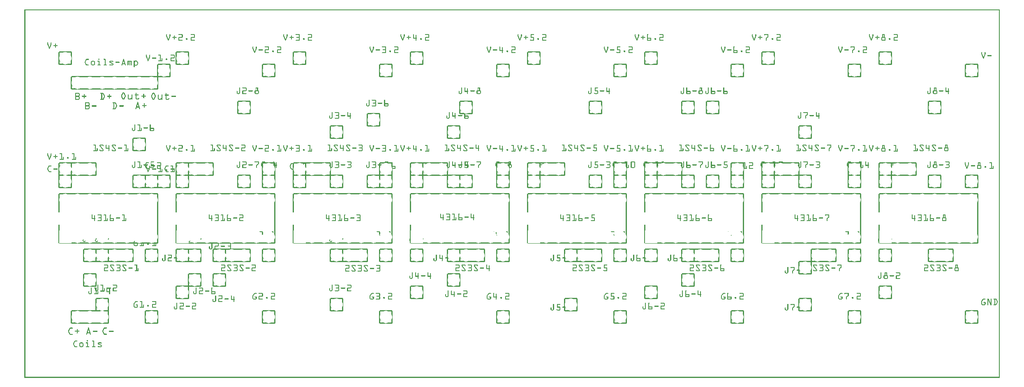
<source format=gto>
G04 MADE WITH FRITZING*
G04 WWW.FRITZING.ORG*
G04 DOUBLE SIDED*
G04 HOLES PLATED*
G04 CONTOUR ON CENTER OF CONTOUR VECTOR*
%ASAXBY*%
%FSLAX23Y23*%
%MOIN*%
%OFA0B0*%
%SFA1.0B1.0*%
%ADD10R,0.001000X0.001000*%
%LNSILK1*%
G90*
G70*
G54D10*
X0Y2990D02*
X7908Y2990D01*
X0Y2989D02*
X7908Y2989D01*
X0Y2988D02*
X7908Y2988D01*
X0Y2987D02*
X7908Y2987D01*
X0Y2986D02*
X7908Y2986D01*
X0Y2985D02*
X7908Y2985D01*
X0Y2984D02*
X7908Y2984D01*
X0Y2983D02*
X7908Y2983D01*
X0Y2982D02*
X7Y2982D01*
X7901Y2982D02*
X7908Y2982D01*
X0Y2981D02*
X7Y2981D01*
X7901Y2981D02*
X7908Y2981D01*
X0Y2980D02*
X7Y2980D01*
X7901Y2980D02*
X7908Y2980D01*
X0Y2979D02*
X7Y2979D01*
X7901Y2979D02*
X7908Y2979D01*
X0Y2978D02*
X7Y2978D01*
X7901Y2978D02*
X7908Y2978D01*
X0Y2977D02*
X7Y2977D01*
X7901Y2977D02*
X7908Y2977D01*
X0Y2976D02*
X7Y2976D01*
X7901Y2976D02*
X7908Y2976D01*
X0Y2975D02*
X7Y2975D01*
X7901Y2975D02*
X7908Y2975D01*
X0Y2974D02*
X7Y2974D01*
X7901Y2974D02*
X7908Y2974D01*
X0Y2973D02*
X7Y2973D01*
X7901Y2973D02*
X7908Y2973D01*
X0Y2972D02*
X7Y2972D01*
X7901Y2972D02*
X7908Y2972D01*
X0Y2971D02*
X7Y2971D01*
X7901Y2971D02*
X7908Y2971D01*
X0Y2970D02*
X7Y2970D01*
X7901Y2970D02*
X7908Y2970D01*
X0Y2969D02*
X7Y2969D01*
X7901Y2969D02*
X7908Y2969D01*
X0Y2968D02*
X7Y2968D01*
X7901Y2968D02*
X7908Y2968D01*
X0Y2967D02*
X7Y2967D01*
X7901Y2967D02*
X7908Y2967D01*
X0Y2966D02*
X7Y2966D01*
X7901Y2966D02*
X7908Y2966D01*
X0Y2965D02*
X7Y2965D01*
X7901Y2965D02*
X7908Y2965D01*
X0Y2964D02*
X7Y2964D01*
X7901Y2964D02*
X7908Y2964D01*
X0Y2963D02*
X7Y2963D01*
X7901Y2963D02*
X7908Y2963D01*
X0Y2962D02*
X7Y2962D01*
X7901Y2962D02*
X7908Y2962D01*
X0Y2961D02*
X7Y2961D01*
X7901Y2961D02*
X7908Y2961D01*
X0Y2960D02*
X7Y2960D01*
X7901Y2960D02*
X7908Y2960D01*
X0Y2959D02*
X7Y2959D01*
X7901Y2959D02*
X7908Y2959D01*
X0Y2958D02*
X7Y2958D01*
X7901Y2958D02*
X7908Y2958D01*
X0Y2957D02*
X7Y2957D01*
X7901Y2957D02*
X7908Y2957D01*
X0Y2956D02*
X7Y2956D01*
X7901Y2956D02*
X7908Y2956D01*
X0Y2955D02*
X7Y2955D01*
X7901Y2955D02*
X7908Y2955D01*
X0Y2954D02*
X7Y2954D01*
X7901Y2954D02*
X7908Y2954D01*
X0Y2953D02*
X7Y2953D01*
X7901Y2953D02*
X7908Y2953D01*
X0Y2952D02*
X7Y2952D01*
X7901Y2952D02*
X7908Y2952D01*
X0Y2951D02*
X7Y2951D01*
X7901Y2951D02*
X7908Y2951D01*
X0Y2950D02*
X7Y2950D01*
X7901Y2950D02*
X7908Y2950D01*
X0Y2949D02*
X7Y2949D01*
X7901Y2949D02*
X7908Y2949D01*
X0Y2948D02*
X7Y2948D01*
X7901Y2948D02*
X7908Y2948D01*
X0Y2947D02*
X7Y2947D01*
X7901Y2947D02*
X7908Y2947D01*
X0Y2946D02*
X7Y2946D01*
X7901Y2946D02*
X7908Y2946D01*
X0Y2945D02*
X7Y2945D01*
X7901Y2945D02*
X7908Y2945D01*
X0Y2944D02*
X7Y2944D01*
X7901Y2944D02*
X7908Y2944D01*
X0Y2943D02*
X7Y2943D01*
X7901Y2943D02*
X7908Y2943D01*
X0Y2942D02*
X7Y2942D01*
X7901Y2942D02*
X7908Y2942D01*
X0Y2941D02*
X7Y2941D01*
X7901Y2941D02*
X7908Y2941D01*
X0Y2940D02*
X7Y2940D01*
X7901Y2940D02*
X7908Y2940D01*
X0Y2939D02*
X7Y2939D01*
X7901Y2939D02*
X7908Y2939D01*
X0Y2938D02*
X7Y2938D01*
X7901Y2938D02*
X7908Y2938D01*
X0Y2937D02*
X7Y2937D01*
X7901Y2937D02*
X7908Y2937D01*
X0Y2936D02*
X7Y2936D01*
X7901Y2936D02*
X7908Y2936D01*
X0Y2935D02*
X7Y2935D01*
X7901Y2935D02*
X7908Y2935D01*
X0Y2934D02*
X7Y2934D01*
X7901Y2934D02*
X7908Y2934D01*
X0Y2933D02*
X7Y2933D01*
X7901Y2933D02*
X7908Y2933D01*
X0Y2932D02*
X7Y2932D01*
X7901Y2932D02*
X7908Y2932D01*
X0Y2931D02*
X7Y2931D01*
X7901Y2931D02*
X7908Y2931D01*
X0Y2930D02*
X7Y2930D01*
X7901Y2930D02*
X7908Y2930D01*
X0Y2929D02*
X7Y2929D01*
X7901Y2929D02*
X7908Y2929D01*
X0Y2928D02*
X7Y2928D01*
X7901Y2928D02*
X7908Y2928D01*
X0Y2927D02*
X7Y2927D01*
X7901Y2927D02*
X7908Y2927D01*
X0Y2926D02*
X7Y2926D01*
X7901Y2926D02*
X7908Y2926D01*
X0Y2925D02*
X7Y2925D01*
X7901Y2925D02*
X7908Y2925D01*
X0Y2924D02*
X7Y2924D01*
X7901Y2924D02*
X7908Y2924D01*
X0Y2923D02*
X7Y2923D01*
X7901Y2923D02*
X7908Y2923D01*
X0Y2922D02*
X7Y2922D01*
X7901Y2922D02*
X7908Y2922D01*
X0Y2921D02*
X7Y2921D01*
X7901Y2921D02*
X7908Y2921D01*
X0Y2920D02*
X7Y2920D01*
X7901Y2920D02*
X7908Y2920D01*
X0Y2919D02*
X7Y2919D01*
X7901Y2919D02*
X7908Y2919D01*
X0Y2918D02*
X7Y2918D01*
X7901Y2918D02*
X7908Y2918D01*
X0Y2917D02*
X7Y2917D01*
X7901Y2917D02*
X7908Y2917D01*
X0Y2916D02*
X7Y2916D01*
X7901Y2916D02*
X7908Y2916D01*
X0Y2915D02*
X7Y2915D01*
X7901Y2915D02*
X7908Y2915D01*
X0Y2914D02*
X7Y2914D01*
X7901Y2914D02*
X7908Y2914D01*
X0Y2913D02*
X7Y2913D01*
X7901Y2913D02*
X7908Y2913D01*
X0Y2912D02*
X7Y2912D01*
X7901Y2912D02*
X7908Y2912D01*
X0Y2911D02*
X7Y2911D01*
X7901Y2911D02*
X7908Y2911D01*
X0Y2910D02*
X7Y2910D01*
X7901Y2910D02*
X7908Y2910D01*
X0Y2909D02*
X7Y2909D01*
X7901Y2909D02*
X7908Y2909D01*
X0Y2908D02*
X7Y2908D01*
X7901Y2908D02*
X7908Y2908D01*
X0Y2907D02*
X7Y2907D01*
X7901Y2907D02*
X7908Y2907D01*
X0Y2906D02*
X7Y2906D01*
X7901Y2906D02*
X7908Y2906D01*
X0Y2905D02*
X7Y2905D01*
X7901Y2905D02*
X7908Y2905D01*
X0Y2904D02*
X7Y2904D01*
X7901Y2904D02*
X7908Y2904D01*
X0Y2903D02*
X7Y2903D01*
X7901Y2903D02*
X7908Y2903D01*
X0Y2902D02*
X7Y2902D01*
X7901Y2902D02*
X7908Y2902D01*
X0Y2901D02*
X7Y2901D01*
X7901Y2901D02*
X7908Y2901D01*
X0Y2900D02*
X7Y2900D01*
X7901Y2900D02*
X7908Y2900D01*
X0Y2899D02*
X7Y2899D01*
X7901Y2899D02*
X7908Y2899D01*
X0Y2898D02*
X7Y2898D01*
X7901Y2898D02*
X7908Y2898D01*
X0Y2897D02*
X7Y2897D01*
X7901Y2897D02*
X7908Y2897D01*
X0Y2896D02*
X7Y2896D01*
X7901Y2896D02*
X7908Y2896D01*
X0Y2895D02*
X7Y2895D01*
X7901Y2895D02*
X7908Y2895D01*
X0Y2894D02*
X7Y2894D01*
X7901Y2894D02*
X7908Y2894D01*
X0Y2893D02*
X7Y2893D01*
X7901Y2893D02*
X7908Y2893D01*
X0Y2892D02*
X7Y2892D01*
X7901Y2892D02*
X7908Y2892D01*
X0Y2891D02*
X7Y2891D01*
X7901Y2891D02*
X7908Y2891D01*
X0Y2890D02*
X7Y2890D01*
X7901Y2890D02*
X7908Y2890D01*
X0Y2889D02*
X7Y2889D01*
X7901Y2889D02*
X7908Y2889D01*
X0Y2888D02*
X7Y2888D01*
X7901Y2888D02*
X7908Y2888D01*
X0Y2887D02*
X7Y2887D01*
X7901Y2887D02*
X7908Y2887D01*
X0Y2886D02*
X7Y2886D01*
X7901Y2886D02*
X7908Y2886D01*
X0Y2885D02*
X7Y2885D01*
X7901Y2885D02*
X7908Y2885D01*
X0Y2884D02*
X7Y2884D01*
X7901Y2884D02*
X7908Y2884D01*
X0Y2883D02*
X7Y2883D01*
X7901Y2883D02*
X7908Y2883D01*
X0Y2882D02*
X7Y2882D01*
X7901Y2882D02*
X7908Y2882D01*
X0Y2881D02*
X7Y2881D01*
X7901Y2881D02*
X7908Y2881D01*
X0Y2880D02*
X7Y2880D01*
X7901Y2880D02*
X7908Y2880D01*
X0Y2879D02*
X7Y2879D01*
X7901Y2879D02*
X7908Y2879D01*
X0Y2878D02*
X7Y2878D01*
X7901Y2878D02*
X7908Y2878D01*
X0Y2877D02*
X7Y2877D01*
X7901Y2877D02*
X7908Y2877D01*
X0Y2876D02*
X7Y2876D01*
X7901Y2876D02*
X7908Y2876D01*
X0Y2875D02*
X7Y2875D01*
X7901Y2875D02*
X7908Y2875D01*
X0Y2874D02*
X7Y2874D01*
X7901Y2874D02*
X7908Y2874D01*
X0Y2873D02*
X7Y2873D01*
X7901Y2873D02*
X7908Y2873D01*
X0Y2872D02*
X7Y2872D01*
X7901Y2872D02*
X7908Y2872D01*
X0Y2871D02*
X7Y2871D01*
X7901Y2871D02*
X7908Y2871D01*
X0Y2870D02*
X7Y2870D01*
X7901Y2870D02*
X7908Y2870D01*
X0Y2869D02*
X7Y2869D01*
X7901Y2869D02*
X7908Y2869D01*
X0Y2868D02*
X7Y2868D01*
X7901Y2868D02*
X7908Y2868D01*
X0Y2867D02*
X7Y2867D01*
X7901Y2867D02*
X7908Y2867D01*
X0Y2866D02*
X7Y2866D01*
X7901Y2866D02*
X7908Y2866D01*
X0Y2865D02*
X7Y2865D01*
X7901Y2865D02*
X7908Y2865D01*
X0Y2864D02*
X7Y2864D01*
X7901Y2864D02*
X7908Y2864D01*
X0Y2863D02*
X7Y2863D01*
X7901Y2863D02*
X7908Y2863D01*
X0Y2862D02*
X7Y2862D01*
X7901Y2862D02*
X7908Y2862D01*
X0Y2861D02*
X7Y2861D01*
X7901Y2861D02*
X7908Y2861D01*
X0Y2860D02*
X7Y2860D01*
X7901Y2860D02*
X7908Y2860D01*
X0Y2859D02*
X7Y2859D01*
X7901Y2859D02*
X7908Y2859D01*
X0Y2858D02*
X7Y2858D01*
X7901Y2858D02*
X7908Y2858D01*
X0Y2857D02*
X7Y2857D01*
X7901Y2857D02*
X7908Y2857D01*
X0Y2856D02*
X7Y2856D01*
X7901Y2856D02*
X7908Y2856D01*
X0Y2855D02*
X7Y2855D01*
X7901Y2855D02*
X7908Y2855D01*
X0Y2854D02*
X7Y2854D01*
X7901Y2854D02*
X7908Y2854D01*
X0Y2853D02*
X7Y2853D01*
X7901Y2853D02*
X7908Y2853D01*
X0Y2852D02*
X7Y2852D01*
X7901Y2852D02*
X7908Y2852D01*
X0Y2851D02*
X7Y2851D01*
X7901Y2851D02*
X7908Y2851D01*
X0Y2850D02*
X7Y2850D01*
X7901Y2850D02*
X7908Y2850D01*
X0Y2849D02*
X7Y2849D01*
X7901Y2849D02*
X7908Y2849D01*
X0Y2848D02*
X7Y2848D01*
X7901Y2848D02*
X7908Y2848D01*
X0Y2847D02*
X7Y2847D01*
X7901Y2847D02*
X7908Y2847D01*
X0Y2846D02*
X7Y2846D01*
X7901Y2846D02*
X7908Y2846D01*
X0Y2845D02*
X7Y2845D01*
X7901Y2845D02*
X7908Y2845D01*
X0Y2844D02*
X7Y2844D01*
X7901Y2844D02*
X7908Y2844D01*
X0Y2843D02*
X7Y2843D01*
X7901Y2843D02*
X7908Y2843D01*
X0Y2842D02*
X7Y2842D01*
X7901Y2842D02*
X7908Y2842D01*
X0Y2841D02*
X7Y2841D01*
X7901Y2841D02*
X7908Y2841D01*
X0Y2840D02*
X7Y2840D01*
X7901Y2840D02*
X7908Y2840D01*
X0Y2839D02*
X7Y2839D01*
X7901Y2839D02*
X7908Y2839D01*
X0Y2838D02*
X7Y2838D01*
X7901Y2838D02*
X7908Y2838D01*
X0Y2837D02*
X7Y2837D01*
X7901Y2837D02*
X7908Y2837D01*
X0Y2836D02*
X7Y2836D01*
X7901Y2836D02*
X7908Y2836D01*
X0Y2835D02*
X7Y2835D01*
X7901Y2835D02*
X7908Y2835D01*
X0Y2834D02*
X7Y2834D01*
X7901Y2834D02*
X7908Y2834D01*
X0Y2833D02*
X7Y2833D01*
X7901Y2833D02*
X7908Y2833D01*
X0Y2832D02*
X7Y2832D01*
X7901Y2832D02*
X7908Y2832D01*
X0Y2831D02*
X7Y2831D01*
X7901Y2831D02*
X7908Y2831D01*
X0Y2830D02*
X7Y2830D01*
X7901Y2830D02*
X7908Y2830D01*
X0Y2829D02*
X7Y2829D01*
X7901Y2829D02*
X7908Y2829D01*
X0Y2828D02*
X7Y2828D01*
X7901Y2828D02*
X7908Y2828D01*
X0Y2827D02*
X7Y2827D01*
X7901Y2827D02*
X7908Y2827D01*
X0Y2826D02*
X7Y2826D01*
X7901Y2826D02*
X7908Y2826D01*
X0Y2825D02*
X7Y2825D01*
X7901Y2825D02*
X7908Y2825D01*
X0Y2824D02*
X7Y2824D01*
X7901Y2824D02*
X7908Y2824D01*
X0Y2823D02*
X7Y2823D01*
X7901Y2823D02*
X7908Y2823D01*
X0Y2822D02*
X7Y2822D01*
X7901Y2822D02*
X7908Y2822D01*
X0Y2821D02*
X7Y2821D01*
X7901Y2821D02*
X7908Y2821D01*
X0Y2820D02*
X7Y2820D01*
X7901Y2820D02*
X7908Y2820D01*
X0Y2819D02*
X7Y2819D01*
X7901Y2819D02*
X7908Y2819D01*
X0Y2818D02*
X7Y2818D01*
X7901Y2818D02*
X7908Y2818D01*
X0Y2817D02*
X7Y2817D01*
X7901Y2817D02*
X7908Y2817D01*
X0Y2816D02*
X7Y2816D01*
X7901Y2816D02*
X7908Y2816D01*
X0Y2815D02*
X7Y2815D01*
X7901Y2815D02*
X7908Y2815D01*
X0Y2814D02*
X7Y2814D01*
X7901Y2814D02*
X7908Y2814D01*
X0Y2813D02*
X7Y2813D01*
X7901Y2813D02*
X7908Y2813D01*
X0Y2812D02*
X7Y2812D01*
X7901Y2812D02*
X7908Y2812D01*
X0Y2811D02*
X7Y2811D01*
X7901Y2811D02*
X7908Y2811D01*
X0Y2810D02*
X7Y2810D01*
X7901Y2810D02*
X7908Y2810D01*
X0Y2809D02*
X7Y2809D01*
X7901Y2809D02*
X7908Y2809D01*
X0Y2808D02*
X7Y2808D01*
X7901Y2808D02*
X7908Y2808D01*
X0Y2807D02*
X7Y2807D01*
X7901Y2807D02*
X7908Y2807D01*
X0Y2806D02*
X7Y2806D01*
X7901Y2806D02*
X7908Y2806D01*
X0Y2805D02*
X7Y2805D01*
X7901Y2805D02*
X7908Y2805D01*
X0Y2804D02*
X7Y2804D01*
X7901Y2804D02*
X7908Y2804D01*
X0Y2803D02*
X7Y2803D01*
X7901Y2803D02*
X7908Y2803D01*
X0Y2802D02*
X7Y2802D01*
X7901Y2802D02*
X7908Y2802D01*
X0Y2801D02*
X7Y2801D01*
X7901Y2801D02*
X7908Y2801D01*
X0Y2800D02*
X7Y2800D01*
X7901Y2800D02*
X7908Y2800D01*
X0Y2799D02*
X7Y2799D01*
X7901Y2799D02*
X7908Y2799D01*
X0Y2798D02*
X7Y2798D01*
X7901Y2798D02*
X7908Y2798D01*
X0Y2797D02*
X7Y2797D01*
X7901Y2797D02*
X7908Y2797D01*
X0Y2796D02*
X7Y2796D01*
X7901Y2796D02*
X7908Y2796D01*
X0Y2795D02*
X7Y2795D01*
X7901Y2795D02*
X7908Y2795D01*
X0Y2794D02*
X7Y2794D01*
X7901Y2794D02*
X7908Y2794D01*
X0Y2793D02*
X7Y2793D01*
X7901Y2793D02*
X7908Y2793D01*
X0Y2792D02*
X7Y2792D01*
X7901Y2792D02*
X7908Y2792D01*
X0Y2791D02*
X7Y2791D01*
X7901Y2791D02*
X7908Y2791D01*
X0Y2790D02*
X7Y2790D01*
X7901Y2790D02*
X7908Y2790D01*
X0Y2789D02*
X7Y2789D01*
X7901Y2789D02*
X7908Y2789D01*
X0Y2788D02*
X7Y2788D01*
X1152Y2788D02*
X1154Y2788D01*
X1179Y2788D02*
X1181Y2788D01*
X1251Y2788D02*
X1278Y2788D01*
X1350Y2788D02*
X1377Y2788D01*
X2102Y2788D02*
X2104Y2788D01*
X2129Y2788D02*
X2131Y2788D01*
X2201Y2788D02*
X2228Y2788D01*
X2300Y2788D02*
X2327Y2788D01*
X3052Y2788D02*
X3054Y2788D01*
X3079Y2788D02*
X3081Y2788D01*
X3153Y2788D02*
X3155Y2788D01*
X3250Y2788D02*
X3277Y2788D01*
X4002Y2788D02*
X4004Y2788D01*
X4029Y2788D02*
X4031Y2788D01*
X4106Y2788D02*
X4131Y2788D01*
X4200Y2788D02*
X4227Y2788D01*
X4952Y2788D02*
X4954Y2788D01*
X4979Y2788D02*
X4981Y2788D01*
X5051Y2788D02*
X5057Y2788D01*
X5150Y2788D02*
X5177Y2788D01*
X5902Y2788D02*
X5904Y2788D01*
X5929Y2788D02*
X5931Y2788D01*
X6001Y2788D02*
X6032Y2788D01*
X6100Y2788D02*
X6127Y2788D01*
X6852Y2788D02*
X6854Y2788D01*
X6879Y2788D02*
X6881Y2788D01*
X6958Y2788D02*
X6974Y2788D01*
X7050Y2788D02*
X7077Y2788D01*
X7901Y2788D02*
X7908Y2788D01*
X0Y2787D02*
X7Y2787D01*
X1151Y2787D02*
X1155Y2787D01*
X1178Y2787D02*
X1182Y2787D01*
X1250Y2787D02*
X1280Y2787D01*
X1349Y2787D02*
X1379Y2787D01*
X2101Y2787D02*
X2105Y2787D01*
X2128Y2787D02*
X2132Y2787D01*
X2200Y2787D02*
X2230Y2787D01*
X2299Y2787D02*
X2329Y2787D01*
X3051Y2787D02*
X3055Y2787D01*
X3078Y2787D02*
X3082Y2787D01*
X3152Y2787D02*
X3156Y2787D01*
X3249Y2787D02*
X3279Y2787D01*
X4001Y2787D02*
X4005Y2787D01*
X4028Y2787D02*
X4032Y2787D01*
X4106Y2787D02*
X4132Y2787D01*
X4199Y2787D02*
X4229Y2787D01*
X4951Y2787D02*
X4955Y2787D01*
X4978Y2787D02*
X4982Y2787D01*
X5050Y2787D02*
X5058Y2787D01*
X5149Y2787D02*
X5179Y2787D01*
X5901Y2787D02*
X5905Y2787D01*
X5928Y2787D02*
X5932Y2787D01*
X6000Y2787D02*
X6032Y2787D01*
X6099Y2787D02*
X6129Y2787D01*
X6850Y2787D02*
X6855Y2787D01*
X6878Y2787D02*
X6882Y2787D01*
X6957Y2787D02*
X6975Y2787D01*
X7049Y2787D02*
X7079Y2787D01*
X7901Y2787D02*
X7908Y2787D01*
X0Y2786D02*
X7Y2786D01*
X1150Y2786D02*
X1156Y2786D01*
X1177Y2786D02*
X1183Y2786D01*
X1249Y2786D02*
X1281Y2786D01*
X1349Y2786D02*
X1380Y2786D01*
X2100Y2786D02*
X2106Y2786D01*
X2127Y2786D02*
X2133Y2786D01*
X2199Y2786D02*
X2231Y2786D01*
X2299Y2786D02*
X2330Y2786D01*
X3050Y2786D02*
X3056Y2786D01*
X3077Y2786D02*
X3083Y2786D01*
X3151Y2786D02*
X3157Y2786D01*
X3249Y2786D02*
X3280Y2786D01*
X4000Y2786D02*
X4006Y2786D01*
X4027Y2786D02*
X4033Y2786D01*
X4106Y2786D02*
X4132Y2786D01*
X4199Y2786D02*
X4230Y2786D01*
X4950Y2786D02*
X4956Y2786D01*
X4977Y2786D02*
X4983Y2786D01*
X5049Y2786D02*
X5058Y2786D01*
X5149Y2786D02*
X5180Y2786D01*
X5900Y2786D02*
X5906Y2786D01*
X5927Y2786D02*
X5933Y2786D01*
X5999Y2786D02*
X6032Y2786D01*
X6099Y2786D02*
X6130Y2786D01*
X6850Y2786D02*
X6856Y2786D01*
X6877Y2786D02*
X6883Y2786D01*
X6956Y2786D02*
X6975Y2786D01*
X7049Y2786D02*
X7080Y2786D01*
X7901Y2786D02*
X7908Y2786D01*
X0Y2785D02*
X7Y2785D01*
X1150Y2785D02*
X1156Y2785D01*
X1177Y2785D02*
X1183Y2785D01*
X1249Y2785D02*
X1282Y2785D01*
X1349Y2785D02*
X1381Y2785D01*
X2100Y2785D02*
X2106Y2785D01*
X2127Y2785D02*
X2133Y2785D01*
X2199Y2785D02*
X2231Y2785D01*
X2299Y2785D02*
X2331Y2785D01*
X3050Y2785D02*
X3056Y2785D01*
X3077Y2785D02*
X3083Y2785D01*
X3151Y2785D02*
X3157Y2785D01*
X3249Y2785D02*
X3281Y2785D01*
X4000Y2785D02*
X4006Y2785D01*
X4027Y2785D02*
X4033Y2785D01*
X4106Y2785D02*
X4132Y2785D01*
X4199Y2785D02*
X4231Y2785D01*
X4950Y2785D02*
X4956Y2785D01*
X4977Y2785D02*
X4983Y2785D01*
X5049Y2785D02*
X5058Y2785D01*
X5149Y2785D02*
X5181Y2785D01*
X5900Y2785D02*
X5906Y2785D01*
X5927Y2785D02*
X5933Y2785D01*
X5999Y2785D02*
X6032Y2785D01*
X6099Y2785D02*
X6131Y2785D01*
X6850Y2785D02*
X6856Y2785D01*
X6877Y2785D02*
X6883Y2785D01*
X6956Y2785D02*
X6975Y2785D01*
X7049Y2785D02*
X7081Y2785D01*
X7901Y2785D02*
X7908Y2785D01*
X0Y2784D02*
X7Y2784D01*
X1150Y2784D02*
X1156Y2784D01*
X1177Y2784D02*
X1183Y2784D01*
X1249Y2784D02*
X1282Y2784D01*
X1349Y2784D02*
X1381Y2784D01*
X2100Y2784D02*
X2106Y2784D01*
X2127Y2784D02*
X2133Y2784D01*
X2199Y2784D02*
X2232Y2784D01*
X2299Y2784D02*
X2331Y2784D01*
X3050Y2784D02*
X3056Y2784D01*
X3077Y2784D02*
X3083Y2784D01*
X3151Y2784D02*
X3157Y2784D01*
X3249Y2784D02*
X3281Y2784D01*
X4000Y2784D02*
X4006Y2784D01*
X4027Y2784D02*
X4033Y2784D01*
X4106Y2784D02*
X4132Y2784D01*
X4199Y2784D02*
X4231Y2784D01*
X4950Y2784D02*
X4956Y2784D01*
X4977Y2784D02*
X4983Y2784D01*
X5049Y2784D02*
X5058Y2784D01*
X5149Y2784D02*
X5181Y2784D01*
X5900Y2784D02*
X5906Y2784D01*
X5927Y2784D02*
X5933Y2784D01*
X5999Y2784D02*
X6032Y2784D01*
X6099Y2784D02*
X6131Y2784D01*
X6850Y2784D02*
X6856Y2784D01*
X6877Y2784D02*
X6883Y2784D01*
X6956Y2784D02*
X6975Y2784D01*
X7049Y2784D02*
X7081Y2784D01*
X7901Y2784D02*
X7908Y2784D01*
X0Y2783D02*
X7Y2783D01*
X1150Y2783D02*
X1156Y2783D01*
X1177Y2783D02*
X1183Y2783D01*
X1250Y2783D02*
X1282Y2783D01*
X1349Y2783D02*
X1382Y2783D01*
X2100Y2783D02*
X2106Y2783D01*
X2127Y2783D02*
X2133Y2783D01*
X2200Y2783D02*
X2232Y2783D01*
X2299Y2783D02*
X2332Y2783D01*
X3050Y2783D02*
X3056Y2783D01*
X3077Y2783D02*
X3083Y2783D01*
X3151Y2783D02*
X3157Y2783D01*
X3249Y2783D02*
X3282Y2783D01*
X4000Y2783D02*
X4006Y2783D01*
X4027Y2783D02*
X4033Y2783D01*
X4106Y2783D02*
X4132Y2783D01*
X4199Y2783D02*
X4232Y2783D01*
X4950Y2783D02*
X4956Y2783D01*
X4977Y2783D02*
X4983Y2783D01*
X5049Y2783D02*
X5058Y2783D01*
X5149Y2783D02*
X5182Y2783D01*
X5900Y2783D02*
X5906Y2783D01*
X5927Y2783D02*
X5933Y2783D01*
X5999Y2783D02*
X6032Y2783D01*
X6099Y2783D02*
X6132Y2783D01*
X6850Y2783D02*
X6856Y2783D01*
X6877Y2783D02*
X6883Y2783D01*
X6956Y2783D02*
X6975Y2783D01*
X7049Y2783D02*
X7082Y2783D01*
X7901Y2783D02*
X7908Y2783D01*
X0Y2782D02*
X7Y2782D01*
X1150Y2782D02*
X1156Y2782D01*
X1177Y2782D02*
X1183Y2782D01*
X1251Y2782D02*
X1282Y2782D01*
X1350Y2782D02*
X1382Y2782D01*
X2100Y2782D02*
X2106Y2782D01*
X2127Y2782D02*
X2133Y2782D01*
X2201Y2782D02*
X2232Y2782D01*
X2300Y2782D02*
X2332Y2782D01*
X3050Y2782D02*
X3056Y2782D01*
X3077Y2782D02*
X3083Y2782D01*
X3151Y2782D02*
X3157Y2782D01*
X3173Y2782D02*
X3176Y2782D01*
X3250Y2782D02*
X3282Y2782D01*
X4000Y2782D02*
X4006Y2782D01*
X4027Y2782D02*
X4033Y2782D01*
X4106Y2782D02*
X4131Y2782D01*
X4200Y2782D02*
X4232Y2782D01*
X4950Y2782D02*
X4956Y2782D01*
X4977Y2782D02*
X4983Y2782D01*
X5049Y2782D02*
X5057Y2782D01*
X5150Y2782D02*
X5182Y2782D01*
X5900Y2782D02*
X5906Y2782D01*
X5927Y2782D02*
X5933Y2782D01*
X5999Y2782D02*
X6032Y2782D01*
X6100Y2782D02*
X6132Y2782D01*
X6850Y2782D02*
X6856Y2782D01*
X6877Y2782D02*
X6883Y2782D01*
X6956Y2782D02*
X6975Y2782D01*
X7050Y2782D02*
X7082Y2782D01*
X7901Y2782D02*
X7908Y2782D01*
X0Y2781D02*
X7Y2781D01*
X1150Y2781D02*
X1156Y2781D01*
X1177Y2781D02*
X1183Y2781D01*
X1277Y2781D02*
X1283Y2781D01*
X1376Y2781D02*
X1382Y2781D01*
X2100Y2781D02*
X2106Y2781D01*
X2127Y2781D02*
X2133Y2781D01*
X2227Y2781D02*
X2232Y2781D01*
X2326Y2781D02*
X2332Y2781D01*
X3050Y2781D02*
X3056Y2781D01*
X3077Y2781D02*
X3083Y2781D01*
X3151Y2781D02*
X3157Y2781D01*
X3172Y2781D02*
X3177Y2781D01*
X3276Y2781D02*
X3282Y2781D01*
X4000Y2781D02*
X4006Y2781D01*
X4027Y2781D02*
X4033Y2781D01*
X4106Y2781D02*
X4112Y2781D01*
X4226Y2781D02*
X4232Y2781D01*
X4950Y2781D02*
X4956Y2781D01*
X4977Y2781D02*
X4983Y2781D01*
X5049Y2781D02*
X5055Y2781D01*
X5176Y2781D02*
X5182Y2781D01*
X5900Y2781D02*
X5906Y2781D01*
X5927Y2781D02*
X5933Y2781D01*
X5999Y2781D02*
X6005Y2781D01*
X6026Y2781D02*
X6032Y2781D01*
X6126Y2781D02*
X6132Y2781D01*
X6850Y2781D02*
X6856Y2781D01*
X6877Y2781D02*
X6883Y2781D01*
X6956Y2781D02*
X6962Y2781D01*
X6970Y2781D02*
X6975Y2781D01*
X7076Y2781D02*
X7082Y2781D01*
X7901Y2781D02*
X7908Y2781D01*
X0Y2780D02*
X7Y2780D01*
X1150Y2780D02*
X1156Y2780D01*
X1177Y2780D02*
X1183Y2780D01*
X1277Y2780D02*
X1283Y2780D01*
X1376Y2780D02*
X1382Y2780D01*
X2100Y2780D02*
X2106Y2780D01*
X2127Y2780D02*
X2133Y2780D01*
X2227Y2780D02*
X2232Y2780D01*
X2326Y2780D02*
X2332Y2780D01*
X3050Y2780D02*
X3056Y2780D01*
X3077Y2780D02*
X3083Y2780D01*
X3151Y2780D02*
X3157Y2780D01*
X3172Y2780D02*
X3177Y2780D01*
X3276Y2780D02*
X3282Y2780D01*
X4000Y2780D02*
X4006Y2780D01*
X4027Y2780D02*
X4033Y2780D01*
X4106Y2780D02*
X4112Y2780D01*
X4226Y2780D02*
X4232Y2780D01*
X4950Y2780D02*
X4956Y2780D01*
X4977Y2780D02*
X4983Y2780D01*
X5049Y2780D02*
X5055Y2780D01*
X5176Y2780D02*
X5182Y2780D01*
X5900Y2780D02*
X5906Y2780D01*
X5927Y2780D02*
X5933Y2780D01*
X6000Y2780D02*
X6004Y2780D01*
X6026Y2780D02*
X6032Y2780D01*
X6126Y2780D02*
X6132Y2780D01*
X6850Y2780D02*
X6856Y2780D01*
X6877Y2780D02*
X6883Y2780D01*
X6956Y2780D02*
X6962Y2780D01*
X6970Y2780D02*
X6975Y2780D01*
X7076Y2780D02*
X7082Y2780D01*
X7901Y2780D02*
X7908Y2780D01*
X0Y2779D02*
X7Y2779D01*
X1150Y2779D02*
X1156Y2779D01*
X1177Y2779D02*
X1183Y2779D01*
X1277Y2779D02*
X1283Y2779D01*
X1376Y2779D02*
X1382Y2779D01*
X2100Y2779D02*
X2106Y2779D01*
X2127Y2779D02*
X2133Y2779D01*
X2227Y2779D02*
X2232Y2779D01*
X2326Y2779D02*
X2332Y2779D01*
X3050Y2779D02*
X3056Y2779D01*
X3077Y2779D02*
X3083Y2779D01*
X3151Y2779D02*
X3157Y2779D01*
X3171Y2779D02*
X3177Y2779D01*
X3276Y2779D02*
X3282Y2779D01*
X4000Y2779D02*
X4006Y2779D01*
X4027Y2779D02*
X4033Y2779D01*
X4106Y2779D02*
X4112Y2779D01*
X4226Y2779D02*
X4232Y2779D01*
X4950Y2779D02*
X4956Y2779D01*
X4977Y2779D02*
X4983Y2779D01*
X5049Y2779D02*
X5055Y2779D01*
X5176Y2779D02*
X5182Y2779D01*
X5900Y2779D02*
X5906Y2779D01*
X5927Y2779D02*
X5933Y2779D01*
X6001Y2779D02*
X6003Y2779D01*
X6026Y2779D02*
X6032Y2779D01*
X6126Y2779D02*
X6132Y2779D01*
X6850Y2779D02*
X6856Y2779D01*
X6877Y2779D02*
X6883Y2779D01*
X6956Y2779D02*
X6962Y2779D01*
X6970Y2779D02*
X6975Y2779D01*
X7076Y2779D02*
X7082Y2779D01*
X7901Y2779D02*
X7908Y2779D01*
X0Y2778D02*
X7Y2778D01*
X1150Y2778D02*
X1156Y2778D01*
X1177Y2778D02*
X1183Y2778D01*
X1215Y2778D02*
X1218Y2778D01*
X1277Y2778D02*
X1283Y2778D01*
X1376Y2778D02*
X1382Y2778D01*
X2100Y2778D02*
X2106Y2778D01*
X2127Y2778D02*
X2133Y2778D01*
X2165Y2778D02*
X2168Y2778D01*
X2227Y2778D02*
X2232Y2778D01*
X2326Y2778D02*
X2332Y2778D01*
X3050Y2778D02*
X3056Y2778D01*
X3077Y2778D02*
X3083Y2778D01*
X3115Y2778D02*
X3118Y2778D01*
X3151Y2778D02*
X3157Y2778D01*
X3171Y2778D02*
X3177Y2778D01*
X3276Y2778D02*
X3282Y2778D01*
X4000Y2778D02*
X4006Y2778D01*
X4027Y2778D02*
X4033Y2778D01*
X4065Y2778D02*
X4068Y2778D01*
X4106Y2778D02*
X4112Y2778D01*
X4226Y2778D02*
X4232Y2778D01*
X4950Y2778D02*
X4956Y2778D01*
X4977Y2778D02*
X4983Y2778D01*
X5015Y2778D02*
X5018Y2778D01*
X5049Y2778D02*
X5055Y2778D01*
X5176Y2778D02*
X5182Y2778D01*
X5900Y2778D02*
X5906Y2778D01*
X5927Y2778D02*
X5933Y2778D01*
X5965Y2778D02*
X5968Y2778D01*
X6026Y2778D02*
X6032Y2778D01*
X6126Y2778D02*
X6132Y2778D01*
X6850Y2778D02*
X6856Y2778D01*
X6877Y2778D02*
X6883Y2778D01*
X6914Y2778D02*
X6918Y2778D01*
X6956Y2778D02*
X6962Y2778D01*
X6970Y2778D02*
X6975Y2778D01*
X7076Y2778D02*
X7082Y2778D01*
X7901Y2778D02*
X7908Y2778D01*
X0Y2777D02*
X7Y2777D01*
X1150Y2777D02*
X1156Y2777D01*
X1177Y2777D02*
X1183Y2777D01*
X1214Y2777D02*
X1219Y2777D01*
X1277Y2777D02*
X1283Y2777D01*
X1376Y2777D02*
X1382Y2777D01*
X2100Y2777D02*
X2106Y2777D01*
X2127Y2777D02*
X2133Y2777D01*
X2164Y2777D02*
X2169Y2777D01*
X2227Y2777D02*
X2232Y2777D01*
X2326Y2777D02*
X2332Y2777D01*
X3050Y2777D02*
X3056Y2777D01*
X3077Y2777D02*
X3083Y2777D01*
X3114Y2777D02*
X3119Y2777D01*
X3151Y2777D02*
X3157Y2777D01*
X3171Y2777D02*
X3177Y2777D01*
X3276Y2777D02*
X3282Y2777D01*
X4000Y2777D02*
X4006Y2777D01*
X4027Y2777D02*
X4033Y2777D01*
X4064Y2777D02*
X4069Y2777D01*
X4106Y2777D02*
X4112Y2777D01*
X4226Y2777D02*
X4232Y2777D01*
X4950Y2777D02*
X4956Y2777D01*
X4977Y2777D02*
X4983Y2777D01*
X5014Y2777D02*
X5019Y2777D01*
X5049Y2777D02*
X5055Y2777D01*
X5176Y2777D02*
X5182Y2777D01*
X5900Y2777D02*
X5906Y2777D01*
X5927Y2777D02*
X5933Y2777D01*
X5964Y2777D02*
X5969Y2777D01*
X6026Y2777D02*
X6032Y2777D01*
X6126Y2777D02*
X6132Y2777D01*
X6850Y2777D02*
X6856Y2777D01*
X6877Y2777D02*
X6883Y2777D01*
X6914Y2777D02*
X6919Y2777D01*
X6956Y2777D02*
X6962Y2777D01*
X6970Y2777D02*
X6975Y2777D01*
X7076Y2777D02*
X7082Y2777D01*
X7901Y2777D02*
X7908Y2777D01*
X0Y2776D02*
X7Y2776D01*
X1150Y2776D02*
X1156Y2776D01*
X1177Y2776D02*
X1183Y2776D01*
X1213Y2776D02*
X1219Y2776D01*
X1277Y2776D02*
X1283Y2776D01*
X1376Y2776D02*
X1382Y2776D01*
X2100Y2776D02*
X2106Y2776D01*
X2127Y2776D02*
X2133Y2776D01*
X2163Y2776D02*
X2169Y2776D01*
X2227Y2776D02*
X2232Y2776D01*
X2326Y2776D02*
X2332Y2776D01*
X3050Y2776D02*
X3056Y2776D01*
X3077Y2776D02*
X3083Y2776D01*
X3113Y2776D02*
X3119Y2776D01*
X3151Y2776D02*
X3157Y2776D01*
X3171Y2776D02*
X3177Y2776D01*
X3276Y2776D02*
X3282Y2776D01*
X4000Y2776D02*
X4006Y2776D01*
X4027Y2776D02*
X4033Y2776D01*
X4063Y2776D02*
X4069Y2776D01*
X4106Y2776D02*
X4112Y2776D01*
X4226Y2776D02*
X4232Y2776D01*
X4950Y2776D02*
X4956Y2776D01*
X4977Y2776D02*
X4983Y2776D01*
X5013Y2776D02*
X5019Y2776D01*
X5049Y2776D02*
X5055Y2776D01*
X5176Y2776D02*
X5182Y2776D01*
X5900Y2776D02*
X5906Y2776D01*
X5927Y2776D02*
X5933Y2776D01*
X5963Y2776D02*
X5969Y2776D01*
X6026Y2776D02*
X6032Y2776D01*
X6126Y2776D02*
X6132Y2776D01*
X6850Y2776D02*
X6856Y2776D01*
X6877Y2776D02*
X6883Y2776D01*
X6913Y2776D02*
X6919Y2776D01*
X6956Y2776D02*
X6962Y2776D01*
X6970Y2776D02*
X6975Y2776D01*
X7076Y2776D02*
X7082Y2776D01*
X7901Y2776D02*
X7908Y2776D01*
X0Y2775D02*
X7Y2775D01*
X1150Y2775D02*
X1156Y2775D01*
X1177Y2775D02*
X1183Y2775D01*
X1213Y2775D02*
X1219Y2775D01*
X1277Y2775D02*
X1283Y2775D01*
X1376Y2775D02*
X1382Y2775D01*
X2100Y2775D02*
X2106Y2775D01*
X2127Y2775D02*
X2133Y2775D01*
X2163Y2775D02*
X2169Y2775D01*
X2227Y2775D02*
X2232Y2775D01*
X2326Y2775D02*
X2332Y2775D01*
X3050Y2775D02*
X3056Y2775D01*
X3077Y2775D02*
X3083Y2775D01*
X3113Y2775D02*
X3119Y2775D01*
X3151Y2775D02*
X3157Y2775D01*
X3171Y2775D02*
X3177Y2775D01*
X3276Y2775D02*
X3282Y2775D01*
X4000Y2775D02*
X4006Y2775D01*
X4027Y2775D02*
X4033Y2775D01*
X4063Y2775D02*
X4069Y2775D01*
X4106Y2775D02*
X4112Y2775D01*
X4226Y2775D02*
X4232Y2775D01*
X4950Y2775D02*
X4956Y2775D01*
X4977Y2775D02*
X4983Y2775D01*
X5013Y2775D02*
X5019Y2775D01*
X5049Y2775D02*
X5055Y2775D01*
X5176Y2775D02*
X5182Y2775D01*
X5900Y2775D02*
X5906Y2775D01*
X5927Y2775D02*
X5933Y2775D01*
X5963Y2775D02*
X5969Y2775D01*
X6026Y2775D02*
X6032Y2775D01*
X6126Y2775D02*
X6132Y2775D01*
X6850Y2775D02*
X6856Y2775D01*
X6877Y2775D02*
X6883Y2775D01*
X6913Y2775D02*
X6919Y2775D01*
X6956Y2775D02*
X6962Y2775D01*
X6970Y2775D02*
X6975Y2775D01*
X7076Y2775D02*
X7082Y2775D01*
X7901Y2775D02*
X7908Y2775D01*
X0Y2774D02*
X7Y2774D01*
X1150Y2774D02*
X1156Y2774D01*
X1177Y2774D02*
X1183Y2774D01*
X1213Y2774D02*
X1219Y2774D01*
X1277Y2774D02*
X1283Y2774D01*
X1376Y2774D02*
X1382Y2774D01*
X2100Y2774D02*
X2106Y2774D01*
X2127Y2774D02*
X2133Y2774D01*
X2163Y2774D02*
X2169Y2774D01*
X2227Y2774D02*
X2232Y2774D01*
X2326Y2774D02*
X2332Y2774D01*
X3050Y2774D02*
X3056Y2774D01*
X3077Y2774D02*
X3083Y2774D01*
X3113Y2774D02*
X3119Y2774D01*
X3151Y2774D02*
X3157Y2774D01*
X3171Y2774D02*
X3177Y2774D01*
X3276Y2774D02*
X3282Y2774D01*
X4000Y2774D02*
X4006Y2774D01*
X4027Y2774D02*
X4033Y2774D01*
X4063Y2774D02*
X4069Y2774D01*
X4106Y2774D02*
X4112Y2774D01*
X4226Y2774D02*
X4232Y2774D01*
X4950Y2774D02*
X4956Y2774D01*
X4977Y2774D02*
X4983Y2774D01*
X5013Y2774D02*
X5019Y2774D01*
X5049Y2774D02*
X5055Y2774D01*
X5176Y2774D02*
X5182Y2774D01*
X5900Y2774D02*
X5906Y2774D01*
X5927Y2774D02*
X5933Y2774D01*
X5963Y2774D02*
X5969Y2774D01*
X6026Y2774D02*
X6032Y2774D01*
X6126Y2774D02*
X6132Y2774D01*
X6850Y2774D02*
X6856Y2774D01*
X6877Y2774D02*
X6883Y2774D01*
X6913Y2774D02*
X6919Y2774D01*
X6956Y2774D02*
X6962Y2774D01*
X6970Y2774D02*
X6975Y2774D01*
X7076Y2774D02*
X7082Y2774D01*
X7901Y2774D02*
X7908Y2774D01*
X0Y2773D02*
X7Y2773D01*
X1150Y2773D02*
X1156Y2773D01*
X1177Y2773D02*
X1183Y2773D01*
X1213Y2773D02*
X1219Y2773D01*
X1277Y2773D02*
X1283Y2773D01*
X1376Y2773D02*
X1382Y2773D01*
X2100Y2773D02*
X2106Y2773D01*
X2127Y2773D02*
X2133Y2773D01*
X2163Y2773D02*
X2169Y2773D01*
X2227Y2773D02*
X2232Y2773D01*
X2326Y2773D02*
X2332Y2773D01*
X3050Y2773D02*
X3056Y2773D01*
X3077Y2773D02*
X3083Y2773D01*
X3113Y2773D02*
X3119Y2773D01*
X3151Y2773D02*
X3157Y2773D01*
X3171Y2773D02*
X3177Y2773D01*
X3276Y2773D02*
X3282Y2773D01*
X4000Y2773D02*
X4006Y2773D01*
X4027Y2773D02*
X4033Y2773D01*
X4063Y2773D02*
X4069Y2773D01*
X4106Y2773D02*
X4112Y2773D01*
X4226Y2773D02*
X4232Y2773D01*
X4950Y2773D02*
X4956Y2773D01*
X4977Y2773D02*
X4983Y2773D01*
X5013Y2773D02*
X5019Y2773D01*
X5049Y2773D02*
X5055Y2773D01*
X5176Y2773D02*
X5182Y2773D01*
X5900Y2773D02*
X5906Y2773D01*
X5927Y2773D02*
X5933Y2773D01*
X5963Y2773D02*
X5969Y2773D01*
X6026Y2773D02*
X6032Y2773D01*
X6126Y2773D02*
X6132Y2773D01*
X6850Y2773D02*
X6856Y2773D01*
X6877Y2773D02*
X6883Y2773D01*
X6913Y2773D02*
X6919Y2773D01*
X6956Y2773D02*
X6962Y2773D01*
X6970Y2773D02*
X6975Y2773D01*
X7076Y2773D02*
X7082Y2773D01*
X7901Y2773D02*
X7908Y2773D01*
X0Y2772D02*
X7Y2772D01*
X1150Y2772D02*
X1157Y2772D01*
X1176Y2772D02*
X1183Y2772D01*
X1213Y2772D02*
X1219Y2772D01*
X1277Y2772D02*
X1283Y2772D01*
X1376Y2772D02*
X1382Y2772D01*
X2100Y2772D02*
X2107Y2772D01*
X2126Y2772D02*
X2133Y2772D01*
X2163Y2772D02*
X2169Y2772D01*
X2227Y2772D02*
X2232Y2772D01*
X2326Y2772D02*
X2332Y2772D01*
X3050Y2772D02*
X3057Y2772D01*
X3076Y2772D02*
X3083Y2772D01*
X3113Y2772D02*
X3119Y2772D01*
X3151Y2772D02*
X3157Y2772D01*
X3171Y2772D02*
X3177Y2772D01*
X3276Y2772D02*
X3282Y2772D01*
X4000Y2772D02*
X4007Y2772D01*
X4026Y2772D02*
X4033Y2772D01*
X4063Y2772D02*
X4069Y2772D01*
X4106Y2772D02*
X4112Y2772D01*
X4226Y2772D02*
X4232Y2772D01*
X4950Y2772D02*
X4957Y2772D01*
X4976Y2772D02*
X4983Y2772D01*
X5013Y2772D02*
X5019Y2772D01*
X5049Y2772D02*
X5055Y2772D01*
X5176Y2772D02*
X5182Y2772D01*
X5900Y2772D02*
X5907Y2772D01*
X5926Y2772D02*
X5933Y2772D01*
X5963Y2772D02*
X5969Y2772D01*
X6026Y2772D02*
X6032Y2772D01*
X6126Y2772D02*
X6132Y2772D01*
X6850Y2772D02*
X6857Y2772D01*
X6876Y2772D02*
X6883Y2772D01*
X6913Y2772D02*
X6919Y2772D01*
X6956Y2772D02*
X6962Y2772D01*
X6970Y2772D02*
X6975Y2772D01*
X7076Y2772D02*
X7082Y2772D01*
X7901Y2772D02*
X7908Y2772D01*
X0Y2771D02*
X7Y2771D01*
X1150Y2771D02*
X1157Y2771D01*
X1176Y2771D02*
X1182Y2771D01*
X1213Y2771D02*
X1219Y2771D01*
X1277Y2771D02*
X1283Y2771D01*
X1376Y2771D02*
X1382Y2771D01*
X2100Y2771D02*
X2107Y2771D01*
X2126Y2771D02*
X2132Y2771D01*
X2163Y2771D02*
X2169Y2771D01*
X2227Y2771D02*
X2232Y2771D01*
X2326Y2771D02*
X2332Y2771D01*
X3050Y2771D02*
X3057Y2771D01*
X3076Y2771D02*
X3082Y2771D01*
X3113Y2771D02*
X3119Y2771D01*
X3151Y2771D02*
X3157Y2771D01*
X3171Y2771D02*
X3177Y2771D01*
X3276Y2771D02*
X3282Y2771D01*
X4000Y2771D02*
X4007Y2771D01*
X4026Y2771D02*
X4032Y2771D01*
X4063Y2771D02*
X4069Y2771D01*
X4106Y2771D02*
X4112Y2771D01*
X4226Y2771D02*
X4232Y2771D01*
X4950Y2771D02*
X4957Y2771D01*
X4976Y2771D02*
X4982Y2771D01*
X5013Y2771D02*
X5019Y2771D01*
X5049Y2771D02*
X5055Y2771D01*
X5176Y2771D02*
X5182Y2771D01*
X5900Y2771D02*
X5907Y2771D01*
X5926Y2771D02*
X5932Y2771D01*
X5963Y2771D02*
X5969Y2771D01*
X6026Y2771D02*
X6032Y2771D01*
X6126Y2771D02*
X6132Y2771D01*
X6850Y2771D02*
X6857Y2771D01*
X6876Y2771D02*
X6882Y2771D01*
X6913Y2771D02*
X6919Y2771D01*
X6956Y2771D02*
X6962Y2771D01*
X6970Y2771D02*
X6975Y2771D01*
X7076Y2771D02*
X7082Y2771D01*
X7901Y2771D02*
X7908Y2771D01*
X0Y2770D02*
X7Y2770D01*
X1151Y2770D02*
X1157Y2770D01*
X1176Y2770D02*
X1182Y2770D01*
X1213Y2770D02*
X1219Y2770D01*
X1277Y2770D02*
X1283Y2770D01*
X1376Y2770D02*
X1382Y2770D01*
X2101Y2770D02*
X2107Y2770D01*
X2126Y2770D02*
X2132Y2770D01*
X2163Y2770D02*
X2169Y2770D01*
X2227Y2770D02*
X2232Y2770D01*
X2326Y2770D02*
X2332Y2770D01*
X3051Y2770D02*
X3057Y2770D01*
X3076Y2770D02*
X3082Y2770D01*
X3113Y2770D02*
X3119Y2770D01*
X3151Y2770D02*
X3157Y2770D01*
X3171Y2770D02*
X3177Y2770D01*
X3276Y2770D02*
X3282Y2770D01*
X4001Y2770D02*
X4007Y2770D01*
X4026Y2770D02*
X4032Y2770D01*
X4063Y2770D02*
X4069Y2770D01*
X4106Y2770D02*
X4112Y2770D01*
X4226Y2770D02*
X4232Y2770D01*
X4951Y2770D02*
X4957Y2770D01*
X4976Y2770D02*
X4982Y2770D01*
X5013Y2770D02*
X5019Y2770D01*
X5049Y2770D02*
X5055Y2770D01*
X5176Y2770D02*
X5182Y2770D01*
X5901Y2770D02*
X5907Y2770D01*
X5926Y2770D02*
X5932Y2770D01*
X5963Y2770D02*
X5969Y2770D01*
X6026Y2770D02*
X6032Y2770D01*
X6126Y2770D02*
X6132Y2770D01*
X6851Y2770D02*
X6857Y2770D01*
X6876Y2770D02*
X6882Y2770D01*
X6913Y2770D02*
X6919Y2770D01*
X6956Y2770D02*
X6962Y2770D01*
X6970Y2770D02*
X6975Y2770D01*
X7076Y2770D02*
X7082Y2770D01*
X7901Y2770D02*
X7908Y2770D01*
X0Y2769D02*
X7Y2769D01*
X1151Y2769D02*
X1158Y2769D01*
X1175Y2769D02*
X1182Y2769D01*
X1213Y2769D02*
X1219Y2769D01*
X1277Y2769D02*
X1283Y2769D01*
X1376Y2769D02*
X1382Y2769D01*
X2101Y2769D02*
X2108Y2769D01*
X2125Y2769D02*
X2132Y2769D01*
X2163Y2769D02*
X2169Y2769D01*
X2227Y2769D02*
X2232Y2769D01*
X2326Y2769D02*
X2332Y2769D01*
X3051Y2769D02*
X3058Y2769D01*
X3075Y2769D02*
X3082Y2769D01*
X3113Y2769D02*
X3119Y2769D01*
X3151Y2769D02*
X3157Y2769D01*
X3171Y2769D02*
X3177Y2769D01*
X3276Y2769D02*
X3282Y2769D01*
X4001Y2769D02*
X4008Y2769D01*
X4025Y2769D02*
X4032Y2769D01*
X4063Y2769D02*
X4069Y2769D01*
X4106Y2769D02*
X4112Y2769D01*
X4226Y2769D02*
X4232Y2769D01*
X4951Y2769D02*
X4958Y2769D01*
X4975Y2769D02*
X4982Y2769D01*
X5013Y2769D02*
X5019Y2769D01*
X5049Y2769D02*
X5055Y2769D01*
X5176Y2769D02*
X5182Y2769D01*
X5901Y2769D02*
X5908Y2769D01*
X5925Y2769D02*
X5932Y2769D01*
X5963Y2769D02*
X5969Y2769D01*
X6026Y2769D02*
X6032Y2769D01*
X6126Y2769D02*
X6132Y2769D01*
X6851Y2769D02*
X6858Y2769D01*
X6875Y2769D02*
X6882Y2769D01*
X6913Y2769D02*
X6919Y2769D01*
X6956Y2769D02*
X6962Y2769D01*
X6970Y2769D02*
X6975Y2769D01*
X7076Y2769D02*
X7082Y2769D01*
X7901Y2769D02*
X7908Y2769D01*
X0Y2768D02*
X7Y2768D01*
X1152Y2768D02*
X1158Y2768D01*
X1175Y2768D02*
X1181Y2768D01*
X1213Y2768D02*
X1219Y2768D01*
X1277Y2768D02*
X1283Y2768D01*
X1376Y2768D02*
X1382Y2768D01*
X2102Y2768D02*
X2108Y2768D01*
X2125Y2768D02*
X2131Y2768D01*
X2163Y2768D02*
X2169Y2768D01*
X2226Y2768D02*
X2232Y2768D01*
X2326Y2768D02*
X2332Y2768D01*
X3052Y2768D02*
X3058Y2768D01*
X3075Y2768D02*
X3081Y2768D01*
X3113Y2768D02*
X3119Y2768D01*
X3151Y2768D02*
X3157Y2768D01*
X3171Y2768D02*
X3177Y2768D01*
X3276Y2768D02*
X3282Y2768D01*
X4002Y2768D02*
X4008Y2768D01*
X4025Y2768D02*
X4031Y2768D01*
X4063Y2768D02*
X4069Y2768D01*
X4106Y2768D02*
X4112Y2768D01*
X4226Y2768D02*
X4232Y2768D01*
X4952Y2768D02*
X4958Y2768D01*
X4975Y2768D02*
X4981Y2768D01*
X5013Y2768D02*
X5019Y2768D01*
X5049Y2768D02*
X5055Y2768D01*
X5176Y2768D02*
X5182Y2768D01*
X5902Y2768D02*
X5908Y2768D01*
X5925Y2768D02*
X5931Y2768D01*
X5963Y2768D02*
X5969Y2768D01*
X6025Y2768D02*
X6032Y2768D01*
X6126Y2768D02*
X6132Y2768D01*
X6852Y2768D02*
X6858Y2768D01*
X6875Y2768D02*
X6881Y2768D01*
X6913Y2768D02*
X6919Y2768D01*
X6956Y2768D02*
X6962Y2768D01*
X6970Y2768D02*
X6975Y2768D01*
X7076Y2768D02*
X7082Y2768D01*
X7901Y2768D02*
X7908Y2768D01*
X0Y2767D02*
X7Y2767D01*
X1152Y2767D02*
X1159Y2767D01*
X1174Y2767D02*
X1181Y2767D01*
X1213Y2767D02*
X1219Y2767D01*
X1277Y2767D02*
X1283Y2767D01*
X1376Y2767D02*
X1382Y2767D01*
X2102Y2767D02*
X2109Y2767D01*
X2124Y2767D02*
X2131Y2767D01*
X2163Y2767D02*
X2169Y2767D01*
X2226Y2767D02*
X2232Y2767D01*
X2326Y2767D02*
X2332Y2767D01*
X3052Y2767D02*
X3059Y2767D01*
X3074Y2767D02*
X3081Y2767D01*
X3113Y2767D02*
X3119Y2767D01*
X3151Y2767D02*
X3157Y2767D01*
X3171Y2767D02*
X3177Y2767D01*
X3276Y2767D02*
X3282Y2767D01*
X4002Y2767D02*
X4009Y2767D01*
X4024Y2767D02*
X4031Y2767D01*
X4063Y2767D02*
X4069Y2767D01*
X4106Y2767D02*
X4112Y2767D01*
X4226Y2767D02*
X4232Y2767D01*
X4952Y2767D02*
X4958Y2767D01*
X4974Y2767D02*
X4981Y2767D01*
X5013Y2767D02*
X5019Y2767D01*
X5049Y2767D02*
X5055Y2767D01*
X5176Y2767D02*
X5182Y2767D01*
X5902Y2767D02*
X5908Y2767D01*
X5924Y2767D02*
X5931Y2767D01*
X5963Y2767D02*
X5969Y2767D01*
X6024Y2767D02*
X6032Y2767D01*
X6126Y2767D02*
X6132Y2767D01*
X6852Y2767D02*
X6858Y2767D01*
X6874Y2767D02*
X6881Y2767D01*
X6913Y2767D02*
X6919Y2767D01*
X6956Y2767D02*
X6962Y2767D01*
X6970Y2767D02*
X6975Y2767D01*
X7076Y2767D02*
X7082Y2767D01*
X7901Y2767D02*
X7908Y2767D01*
X0Y2766D02*
X7Y2766D01*
X1152Y2766D02*
X1159Y2766D01*
X1174Y2766D02*
X1181Y2766D01*
X1213Y2766D02*
X1219Y2766D01*
X1277Y2766D02*
X1283Y2766D01*
X1376Y2766D02*
X1382Y2766D01*
X2102Y2766D02*
X2109Y2766D01*
X2124Y2766D02*
X2130Y2766D01*
X2163Y2766D02*
X2169Y2766D01*
X2225Y2766D02*
X2232Y2766D01*
X2326Y2766D02*
X2332Y2766D01*
X3052Y2766D02*
X3059Y2766D01*
X3074Y2766D02*
X3080Y2766D01*
X3113Y2766D02*
X3119Y2766D01*
X3151Y2766D02*
X3157Y2766D01*
X3171Y2766D02*
X3177Y2766D01*
X3276Y2766D02*
X3282Y2766D01*
X4002Y2766D02*
X4009Y2766D01*
X4024Y2766D02*
X4030Y2766D01*
X4063Y2766D02*
X4069Y2766D01*
X4106Y2766D02*
X4112Y2766D01*
X4226Y2766D02*
X4232Y2766D01*
X4952Y2766D02*
X4959Y2766D01*
X4974Y2766D02*
X4980Y2766D01*
X5013Y2766D02*
X5019Y2766D01*
X5049Y2766D02*
X5055Y2766D01*
X5176Y2766D02*
X5182Y2766D01*
X5902Y2766D02*
X5909Y2766D01*
X5924Y2766D02*
X5930Y2766D01*
X5963Y2766D02*
X5969Y2766D01*
X6023Y2766D02*
X6032Y2766D01*
X6126Y2766D02*
X6132Y2766D01*
X6852Y2766D02*
X6859Y2766D01*
X6874Y2766D02*
X6880Y2766D01*
X6913Y2766D02*
X6919Y2766D01*
X6956Y2766D02*
X6962Y2766D01*
X6970Y2766D02*
X6975Y2766D01*
X7076Y2766D02*
X7082Y2766D01*
X7901Y2766D02*
X7908Y2766D01*
X0Y2765D02*
X7Y2765D01*
X1153Y2765D02*
X1159Y2765D01*
X1174Y2765D02*
X1180Y2765D01*
X1202Y2765D02*
X1230Y2765D01*
X1255Y2765D02*
X1282Y2765D01*
X1354Y2765D02*
X1382Y2765D01*
X2103Y2765D02*
X2109Y2765D01*
X2124Y2765D02*
X2130Y2765D01*
X2152Y2765D02*
X2180Y2765D01*
X2209Y2765D02*
X2232Y2765D01*
X2304Y2765D02*
X2332Y2765D01*
X3053Y2765D02*
X3059Y2765D01*
X3074Y2765D02*
X3080Y2765D01*
X3102Y2765D02*
X3130Y2765D01*
X3151Y2765D02*
X3157Y2765D01*
X3171Y2765D02*
X3177Y2765D01*
X3254Y2765D02*
X3282Y2765D01*
X4003Y2765D02*
X4009Y2765D01*
X4024Y2765D02*
X4030Y2765D01*
X4052Y2765D02*
X4080Y2765D01*
X4106Y2765D02*
X4127Y2765D01*
X4204Y2765D02*
X4232Y2765D01*
X4953Y2765D02*
X4959Y2765D01*
X4974Y2765D02*
X4980Y2765D01*
X5002Y2765D02*
X5030Y2765D01*
X5049Y2765D02*
X5055Y2765D01*
X5154Y2765D02*
X5182Y2765D01*
X5903Y2765D02*
X5909Y2765D01*
X5924Y2765D02*
X5930Y2765D01*
X5952Y2765D02*
X5980Y2765D01*
X6022Y2765D02*
X6031Y2765D01*
X6104Y2765D02*
X6132Y2765D01*
X6853Y2765D02*
X6859Y2765D01*
X6874Y2765D02*
X6880Y2765D01*
X6902Y2765D02*
X6930Y2765D01*
X6955Y2765D02*
X6977Y2765D01*
X7054Y2765D02*
X7082Y2765D01*
X7901Y2765D02*
X7908Y2765D01*
X0Y2764D02*
X7Y2764D01*
X1153Y2764D02*
X1160Y2764D01*
X1173Y2764D02*
X1180Y2764D01*
X1201Y2764D02*
X1232Y2764D01*
X1252Y2764D02*
X1282Y2764D01*
X1352Y2764D02*
X1382Y2764D01*
X2103Y2764D02*
X2110Y2764D01*
X2123Y2764D02*
X2130Y2764D01*
X2151Y2764D02*
X2182Y2764D01*
X2207Y2764D02*
X2231Y2764D01*
X2302Y2764D02*
X2332Y2764D01*
X3053Y2764D02*
X3060Y2764D01*
X3073Y2764D02*
X3080Y2764D01*
X3101Y2764D02*
X3132Y2764D01*
X3151Y2764D02*
X3157Y2764D01*
X3171Y2764D02*
X3177Y2764D01*
X3252Y2764D02*
X3282Y2764D01*
X4003Y2764D02*
X4010Y2764D01*
X4023Y2764D02*
X4030Y2764D01*
X4051Y2764D02*
X4082Y2764D01*
X4106Y2764D02*
X4129Y2764D01*
X4202Y2764D02*
X4232Y2764D01*
X4953Y2764D02*
X4960Y2764D01*
X4973Y2764D02*
X4980Y2764D01*
X5000Y2764D02*
X5032Y2764D01*
X5049Y2764D02*
X5055Y2764D01*
X5152Y2764D02*
X5182Y2764D01*
X5903Y2764D02*
X5910Y2764D01*
X5923Y2764D02*
X5930Y2764D01*
X5950Y2764D02*
X5982Y2764D01*
X6021Y2764D02*
X6030Y2764D01*
X6102Y2764D02*
X6132Y2764D01*
X6853Y2764D02*
X6860Y2764D01*
X6873Y2764D02*
X6880Y2764D01*
X6900Y2764D02*
X6932Y2764D01*
X6952Y2764D02*
X6979Y2764D01*
X7052Y2764D02*
X7082Y2764D01*
X7901Y2764D02*
X7908Y2764D01*
X0Y2763D02*
X7Y2763D01*
X1154Y2763D02*
X1160Y2763D01*
X1173Y2763D02*
X1179Y2763D01*
X1200Y2763D02*
X1232Y2763D01*
X1251Y2763D02*
X1282Y2763D01*
X1351Y2763D02*
X1382Y2763D01*
X2104Y2763D02*
X2110Y2763D01*
X2123Y2763D02*
X2129Y2763D01*
X2150Y2763D02*
X2182Y2763D01*
X2206Y2763D02*
X2231Y2763D01*
X2301Y2763D02*
X2332Y2763D01*
X3054Y2763D02*
X3060Y2763D01*
X3073Y2763D02*
X3079Y2763D01*
X3100Y2763D02*
X3132Y2763D01*
X3151Y2763D02*
X3157Y2763D01*
X3171Y2763D02*
X3177Y2763D01*
X3251Y2763D02*
X3281Y2763D01*
X4004Y2763D02*
X4010Y2763D01*
X4023Y2763D02*
X4029Y2763D01*
X4050Y2763D02*
X4082Y2763D01*
X4106Y2763D02*
X4130Y2763D01*
X4201Y2763D02*
X4231Y2763D01*
X4954Y2763D02*
X4960Y2763D01*
X4973Y2763D02*
X4979Y2763D01*
X5000Y2763D02*
X5032Y2763D01*
X5049Y2763D02*
X5055Y2763D01*
X5151Y2763D02*
X5181Y2763D01*
X5904Y2763D02*
X5910Y2763D01*
X5923Y2763D02*
X5929Y2763D01*
X5950Y2763D02*
X5982Y2763D01*
X6019Y2763D02*
X6029Y2763D01*
X6101Y2763D02*
X6131Y2763D01*
X6854Y2763D02*
X6860Y2763D01*
X6873Y2763D02*
X6879Y2763D01*
X6900Y2763D02*
X6932Y2763D01*
X6951Y2763D02*
X6980Y2763D01*
X7051Y2763D02*
X7081Y2763D01*
X7901Y2763D02*
X7908Y2763D01*
X0Y2762D02*
X7Y2762D01*
X1154Y2762D02*
X1160Y2762D01*
X1172Y2762D02*
X1179Y2762D01*
X1200Y2762D02*
X1233Y2762D01*
X1250Y2762D02*
X1282Y2762D01*
X1350Y2762D02*
X1381Y2762D01*
X2104Y2762D02*
X2110Y2762D01*
X2122Y2762D02*
X2129Y2762D01*
X2150Y2762D02*
X2183Y2762D01*
X2206Y2762D02*
X2230Y2762D01*
X2300Y2762D02*
X2331Y2762D01*
X3054Y2762D02*
X3060Y2762D01*
X3072Y2762D02*
X3079Y2762D01*
X3100Y2762D02*
X3133Y2762D01*
X3151Y2762D02*
X3157Y2762D01*
X3171Y2762D02*
X3177Y2762D01*
X3250Y2762D02*
X3281Y2762D01*
X4004Y2762D02*
X4010Y2762D01*
X4022Y2762D02*
X4029Y2762D01*
X4050Y2762D02*
X4083Y2762D01*
X4106Y2762D02*
X4131Y2762D01*
X4200Y2762D02*
X4231Y2762D01*
X4954Y2762D02*
X4960Y2762D01*
X4972Y2762D02*
X4979Y2762D01*
X5000Y2762D02*
X5033Y2762D01*
X5049Y2762D02*
X5055Y2762D01*
X5150Y2762D02*
X5181Y2762D01*
X5904Y2762D02*
X5910Y2762D01*
X5922Y2762D02*
X5929Y2762D01*
X5950Y2762D02*
X5983Y2762D01*
X6018Y2762D02*
X6028Y2762D01*
X6100Y2762D02*
X6131Y2762D01*
X6854Y2762D02*
X6860Y2762D01*
X6872Y2762D02*
X6879Y2762D01*
X6900Y2762D02*
X6933Y2762D01*
X6950Y2762D02*
X6981Y2762D01*
X7050Y2762D02*
X7081Y2762D01*
X7901Y2762D02*
X7908Y2762D01*
X0Y2761D02*
X7Y2761D01*
X1154Y2761D02*
X1161Y2761D01*
X1172Y2761D02*
X1179Y2761D01*
X1200Y2761D02*
X1233Y2761D01*
X1250Y2761D02*
X1281Y2761D01*
X1349Y2761D02*
X1380Y2761D01*
X2104Y2761D02*
X2111Y2761D01*
X2122Y2761D02*
X2129Y2761D01*
X2150Y2761D02*
X2183Y2761D01*
X2206Y2761D02*
X2230Y2761D01*
X2299Y2761D02*
X2330Y2761D01*
X3054Y2761D02*
X3061Y2761D01*
X3072Y2761D02*
X3079Y2761D01*
X3100Y2761D02*
X3133Y2761D01*
X3151Y2761D02*
X3157Y2761D01*
X3171Y2761D02*
X3177Y2761D01*
X3249Y2761D02*
X3280Y2761D01*
X4004Y2761D02*
X4011Y2761D01*
X4022Y2761D02*
X4029Y2761D01*
X4050Y2761D02*
X4083Y2761D01*
X4106Y2761D02*
X4132Y2761D01*
X4199Y2761D02*
X4230Y2761D01*
X4954Y2761D02*
X4961Y2761D01*
X4972Y2761D02*
X4979Y2761D01*
X5000Y2761D02*
X5033Y2761D01*
X5049Y2761D02*
X5055Y2761D01*
X5149Y2761D02*
X5180Y2761D01*
X5904Y2761D02*
X5911Y2761D01*
X5922Y2761D02*
X5928Y2761D01*
X5950Y2761D02*
X5983Y2761D01*
X6017Y2761D02*
X6027Y2761D01*
X6099Y2761D02*
X6130Y2761D01*
X6854Y2761D02*
X6861Y2761D01*
X6872Y2761D02*
X6878Y2761D01*
X6900Y2761D02*
X6933Y2761D01*
X6950Y2761D02*
X6982Y2761D01*
X7049Y2761D02*
X7080Y2761D01*
X7901Y2761D02*
X7908Y2761D01*
X0Y2760D02*
X7Y2760D01*
X1155Y2760D02*
X1161Y2760D01*
X1172Y2760D02*
X1178Y2760D01*
X1200Y2760D02*
X1232Y2760D01*
X1250Y2760D02*
X1280Y2760D01*
X1349Y2760D02*
X1379Y2760D01*
X2105Y2760D02*
X2111Y2760D01*
X2122Y2760D02*
X2128Y2760D01*
X2150Y2760D02*
X2182Y2760D01*
X2207Y2760D02*
X2231Y2760D01*
X2299Y2760D02*
X2329Y2760D01*
X3055Y2760D02*
X3061Y2760D01*
X3072Y2760D02*
X3078Y2760D01*
X3100Y2760D02*
X3132Y2760D01*
X3151Y2760D02*
X3157Y2760D01*
X3171Y2760D02*
X3177Y2760D01*
X3249Y2760D02*
X3279Y2760D01*
X4005Y2760D02*
X4011Y2760D01*
X4022Y2760D02*
X4028Y2760D01*
X4050Y2760D02*
X4082Y2760D01*
X4106Y2760D02*
X4132Y2760D01*
X4199Y2760D02*
X4229Y2760D01*
X4955Y2760D02*
X4961Y2760D01*
X4972Y2760D02*
X4978Y2760D01*
X5000Y2760D02*
X5032Y2760D01*
X5049Y2760D02*
X5055Y2760D01*
X5149Y2760D02*
X5179Y2760D01*
X5905Y2760D02*
X5911Y2760D01*
X5922Y2760D02*
X5928Y2760D01*
X5950Y2760D02*
X5982Y2760D01*
X6016Y2760D02*
X6026Y2760D01*
X6099Y2760D02*
X6129Y2760D01*
X6855Y2760D02*
X6861Y2760D01*
X6872Y2760D02*
X6878Y2760D01*
X6900Y2760D02*
X6932Y2760D01*
X6949Y2760D02*
X6982Y2760D01*
X7049Y2760D02*
X7079Y2760D01*
X7901Y2760D02*
X7908Y2760D01*
X0Y2759D02*
X7Y2759D01*
X1155Y2759D02*
X1162Y2759D01*
X1171Y2759D02*
X1178Y2759D01*
X1201Y2759D02*
X1231Y2759D01*
X1249Y2759D02*
X1279Y2759D01*
X1349Y2759D02*
X1378Y2759D01*
X2105Y2759D02*
X2112Y2759D01*
X2121Y2759D02*
X2128Y2759D01*
X2151Y2759D02*
X2181Y2759D01*
X2207Y2759D02*
X2232Y2759D01*
X2299Y2759D02*
X2328Y2759D01*
X3055Y2759D02*
X3062Y2759D01*
X3071Y2759D02*
X3078Y2759D01*
X3101Y2759D02*
X3131Y2759D01*
X3151Y2759D02*
X3179Y2759D01*
X3249Y2759D02*
X3278Y2759D01*
X4005Y2759D02*
X4012Y2759D01*
X4021Y2759D02*
X4028Y2759D01*
X4051Y2759D02*
X4081Y2759D01*
X4106Y2759D02*
X4132Y2759D01*
X4199Y2759D02*
X4228Y2759D01*
X4955Y2759D02*
X4962Y2759D01*
X4971Y2759D02*
X4978Y2759D01*
X5001Y2759D02*
X5031Y2759D01*
X5049Y2759D02*
X5080Y2759D01*
X5149Y2759D02*
X5178Y2759D01*
X5905Y2759D02*
X5912Y2759D01*
X5921Y2759D02*
X5928Y2759D01*
X5951Y2759D02*
X5981Y2759D01*
X6015Y2759D02*
X6024Y2759D01*
X6099Y2759D02*
X6128Y2759D01*
X6855Y2759D02*
X6862Y2759D01*
X6871Y2759D02*
X6878Y2759D01*
X6901Y2759D02*
X6931Y2759D01*
X6949Y2759D02*
X6982Y2759D01*
X7049Y2759D02*
X7078Y2759D01*
X7901Y2759D02*
X7908Y2759D01*
X0Y2758D02*
X7Y2758D01*
X1156Y2758D02*
X1162Y2758D01*
X1171Y2758D02*
X1177Y2758D01*
X1213Y2758D02*
X1219Y2758D01*
X1249Y2758D02*
X1255Y2758D01*
X1349Y2758D02*
X1355Y2758D01*
X2106Y2758D02*
X2112Y2758D01*
X2121Y2758D02*
X2127Y2758D01*
X2163Y2758D02*
X2169Y2758D01*
X2224Y2758D02*
X2232Y2758D01*
X2299Y2758D02*
X2305Y2758D01*
X3056Y2758D02*
X3062Y2758D01*
X3071Y2758D02*
X3077Y2758D01*
X3113Y2758D02*
X3119Y2758D01*
X3151Y2758D02*
X3180Y2758D01*
X3249Y2758D02*
X3255Y2758D01*
X4006Y2758D02*
X4012Y2758D01*
X4021Y2758D02*
X4027Y2758D01*
X4063Y2758D02*
X4069Y2758D01*
X4126Y2758D02*
X4132Y2758D01*
X4199Y2758D02*
X4205Y2758D01*
X4955Y2758D02*
X4962Y2758D01*
X4971Y2758D02*
X4977Y2758D01*
X5013Y2758D02*
X5019Y2758D01*
X5049Y2758D02*
X5082Y2758D01*
X5149Y2758D02*
X5155Y2758D01*
X5905Y2758D02*
X5912Y2758D01*
X5921Y2758D02*
X5927Y2758D01*
X5963Y2758D02*
X5969Y2758D01*
X6014Y2758D02*
X6023Y2758D01*
X6099Y2758D02*
X6105Y2758D01*
X6855Y2758D02*
X6862Y2758D01*
X6871Y2758D02*
X6877Y2758D01*
X6913Y2758D02*
X6919Y2758D01*
X6949Y2758D02*
X6955Y2758D01*
X6976Y2758D02*
X6982Y2758D01*
X7049Y2758D02*
X7055Y2758D01*
X7901Y2758D02*
X7908Y2758D01*
X0Y2757D02*
X7Y2757D01*
X1156Y2757D02*
X1162Y2757D01*
X1171Y2757D02*
X1177Y2757D01*
X1213Y2757D02*
X1219Y2757D01*
X1249Y2757D02*
X1255Y2757D01*
X1349Y2757D02*
X1355Y2757D01*
X2106Y2757D02*
X2112Y2757D01*
X2121Y2757D02*
X2127Y2757D01*
X2163Y2757D02*
X2169Y2757D01*
X2226Y2757D02*
X2232Y2757D01*
X2299Y2757D02*
X2305Y2757D01*
X3056Y2757D02*
X3062Y2757D01*
X3070Y2757D02*
X3077Y2757D01*
X3113Y2757D02*
X3119Y2757D01*
X3151Y2757D02*
X3181Y2757D01*
X3249Y2757D02*
X3255Y2757D01*
X4006Y2757D02*
X4012Y2757D01*
X4020Y2757D02*
X4027Y2757D01*
X4063Y2757D02*
X4069Y2757D01*
X4127Y2757D02*
X4132Y2757D01*
X4199Y2757D02*
X4205Y2757D01*
X4956Y2757D02*
X4962Y2757D01*
X4970Y2757D02*
X4977Y2757D01*
X5013Y2757D02*
X5019Y2757D01*
X5049Y2757D02*
X5082Y2757D01*
X5149Y2757D02*
X5155Y2757D01*
X5906Y2757D02*
X5912Y2757D01*
X5920Y2757D02*
X5927Y2757D01*
X5963Y2757D02*
X5969Y2757D01*
X6013Y2757D02*
X6022Y2757D01*
X6099Y2757D02*
X6105Y2757D01*
X6856Y2757D02*
X6862Y2757D01*
X6870Y2757D02*
X6877Y2757D01*
X6913Y2757D02*
X6919Y2757D01*
X6949Y2757D02*
X6955Y2757D01*
X6976Y2757D02*
X6982Y2757D01*
X7049Y2757D02*
X7055Y2757D01*
X7901Y2757D02*
X7908Y2757D01*
X0Y2756D02*
X7Y2756D01*
X1156Y2756D02*
X1163Y2756D01*
X1170Y2756D02*
X1177Y2756D01*
X1213Y2756D02*
X1219Y2756D01*
X1249Y2756D02*
X1255Y2756D01*
X1311Y2756D02*
X1320Y2756D01*
X1349Y2756D02*
X1355Y2756D01*
X2106Y2756D02*
X2113Y2756D01*
X2120Y2756D02*
X2127Y2756D01*
X2163Y2756D02*
X2169Y2756D01*
X2226Y2756D02*
X2232Y2756D01*
X2261Y2756D02*
X2270Y2756D01*
X2299Y2756D02*
X2305Y2756D01*
X3056Y2756D02*
X3063Y2756D01*
X3070Y2756D02*
X3077Y2756D01*
X3113Y2756D02*
X3119Y2756D01*
X3151Y2756D02*
X3181Y2756D01*
X3211Y2756D02*
X3220Y2756D01*
X3249Y2756D02*
X3255Y2756D01*
X4006Y2756D02*
X4013Y2756D01*
X4020Y2756D02*
X4027Y2756D01*
X4063Y2756D02*
X4069Y2756D01*
X4127Y2756D02*
X4132Y2756D01*
X4161Y2756D02*
X4170Y2756D01*
X4199Y2756D02*
X4205Y2756D01*
X4956Y2756D02*
X4963Y2756D01*
X4970Y2756D02*
X4977Y2756D01*
X5013Y2756D02*
X5019Y2756D01*
X5049Y2756D02*
X5082Y2756D01*
X5111Y2756D02*
X5120Y2756D01*
X5149Y2756D02*
X5155Y2756D01*
X5906Y2756D02*
X5913Y2756D01*
X5920Y2756D02*
X5927Y2756D01*
X5963Y2756D02*
X5969Y2756D01*
X6013Y2756D02*
X6021Y2756D01*
X6061Y2756D02*
X6070Y2756D01*
X6099Y2756D02*
X6105Y2756D01*
X6856Y2756D02*
X6863Y2756D01*
X6870Y2756D02*
X6877Y2756D01*
X6913Y2756D02*
X6919Y2756D01*
X6949Y2756D02*
X6955Y2756D01*
X6976Y2756D02*
X6982Y2756D01*
X7011Y2756D02*
X7020Y2756D01*
X7049Y2756D02*
X7055Y2756D01*
X7901Y2756D02*
X7908Y2756D01*
X0Y2755D02*
X7Y2755D01*
X1157Y2755D02*
X1163Y2755D01*
X1170Y2755D02*
X1176Y2755D01*
X1213Y2755D02*
X1219Y2755D01*
X1249Y2755D02*
X1255Y2755D01*
X1310Y2755D02*
X1321Y2755D01*
X1349Y2755D02*
X1355Y2755D01*
X2107Y2755D02*
X2113Y2755D01*
X2120Y2755D02*
X2126Y2755D01*
X2163Y2755D02*
X2169Y2755D01*
X2226Y2755D02*
X2232Y2755D01*
X2260Y2755D02*
X2271Y2755D01*
X2299Y2755D02*
X2305Y2755D01*
X3057Y2755D02*
X3063Y2755D01*
X3070Y2755D02*
X3076Y2755D01*
X3113Y2755D02*
X3119Y2755D01*
X3151Y2755D02*
X3181Y2755D01*
X3210Y2755D02*
X3221Y2755D01*
X3249Y2755D02*
X3255Y2755D01*
X4007Y2755D02*
X4013Y2755D01*
X4020Y2755D02*
X4026Y2755D01*
X4063Y2755D02*
X4069Y2755D01*
X4127Y2755D02*
X4132Y2755D01*
X4160Y2755D02*
X4171Y2755D01*
X4199Y2755D02*
X4205Y2755D01*
X4957Y2755D02*
X4963Y2755D01*
X4970Y2755D02*
X4976Y2755D01*
X5013Y2755D02*
X5019Y2755D01*
X5049Y2755D02*
X5082Y2755D01*
X5110Y2755D02*
X5121Y2755D01*
X5149Y2755D02*
X5155Y2755D01*
X5907Y2755D02*
X5913Y2755D01*
X5920Y2755D02*
X5926Y2755D01*
X5963Y2755D02*
X5969Y2755D01*
X6013Y2755D02*
X6020Y2755D01*
X6060Y2755D02*
X6071Y2755D01*
X6099Y2755D02*
X6105Y2755D01*
X6857Y2755D02*
X6863Y2755D01*
X6870Y2755D02*
X6876Y2755D01*
X6913Y2755D02*
X6919Y2755D01*
X6949Y2755D02*
X6955Y2755D01*
X6976Y2755D02*
X6982Y2755D01*
X7010Y2755D02*
X7021Y2755D01*
X7049Y2755D02*
X7055Y2755D01*
X7901Y2755D02*
X7908Y2755D01*
X0Y2754D02*
X7Y2754D01*
X1157Y2754D02*
X1164Y2754D01*
X1169Y2754D02*
X1176Y2754D01*
X1213Y2754D02*
X1219Y2754D01*
X1249Y2754D02*
X1255Y2754D01*
X1309Y2754D02*
X1322Y2754D01*
X1349Y2754D02*
X1355Y2754D01*
X2107Y2754D02*
X2114Y2754D01*
X2119Y2754D02*
X2126Y2754D01*
X2163Y2754D02*
X2169Y2754D01*
X2227Y2754D02*
X2232Y2754D01*
X2259Y2754D02*
X2272Y2754D01*
X2299Y2754D02*
X2305Y2754D01*
X3057Y2754D02*
X3064Y2754D01*
X3069Y2754D02*
X3076Y2754D01*
X3113Y2754D02*
X3119Y2754D01*
X3151Y2754D02*
X3180Y2754D01*
X3209Y2754D02*
X3222Y2754D01*
X3249Y2754D02*
X3255Y2754D01*
X4007Y2754D02*
X4014Y2754D01*
X4019Y2754D02*
X4026Y2754D01*
X4063Y2754D02*
X4069Y2754D01*
X4127Y2754D02*
X4132Y2754D01*
X4159Y2754D02*
X4172Y2754D01*
X4199Y2754D02*
X4205Y2754D01*
X4957Y2754D02*
X4964Y2754D01*
X4969Y2754D02*
X4976Y2754D01*
X5013Y2754D02*
X5019Y2754D01*
X5049Y2754D02*
X5082Y2754D01*
X5109Y2754D02*
X5122Y2754D01*
X5149Y2754D02*
X5155Y2754D01*
X5907Y2754D02*
X5914Y2754D01*
X5919Y2754D02*
X5926Y2754D01*
X5963Y2754D02*
X5969Y2754D01*
X6013Y2754D02*
X6019Y2754D01*
X6059Y2754D02*
X6072Y2754D01*
X6099Y2754D02*
X6105Y2754D01*
X6857Y2754D02*
X6864Y2754D01*
X6869Y2754D02*
X6876Y2754D01*
X6913Y2754D02*
X6919Y2754D01*
X6949Y2754D02*
X6955Y2754D01*
X6976Y2754D02*
X6982Y2754D01*
X7009Y2754D02*
X7022Y2754D01*
X7049Y2754D02*
X7055Y2754D01*
X7901Y2754D02*
X7908Y2754D01*
X0Y2753D02*
X7Y2753D01*
X1157Y2753D02*
X1164Y2753D01*
X1169Y2753D02*
X1175Y2753D01*
X1213Y2753D02*
X1219Y2753D01*
X1249Y2753D02*
X1255Y2753D01*
X1309Y2753D02*
X1322Y2753D01*
X1349Y2753D02*
X1355Y2753D01*
X2107Y2753D02*
X2114Y2753D01*
X2119Y2753D02*
X2125Y2753D01*
X2163Y2753D02*
X2169Y2753D01*
X2227Y2753D02*
X2232Y2753D01*
X2259Y2753D02*
X2272Y2753D01*
X2299Y2753D02*
X2305Y2753D01*
X3057Y2753D02*
X3064Y2753D01*
X3069Y2753D02*
X3075Y2753D01*
X3113Y2753D02*
X3119Y2753D01*
X3151Y2753D02*
X3179Y2753D01*
X3209Y2753D02*
X3222Y2753D01*
X3249Y2753D02*
X3255Y2753D01*
X4007Y2753D02*
X4014Y2753D01*
X4019Y2753D02*
X4025Y2753D01*
X4063Y2753D02*
X4069Y2753D01*
X4127Y2753D02*
X4132Y2753D01*
X4159Y2753D02*
X4172Y2753D01*
X4199Y2753D02*
X4205Y2753D01*
X4957Y2753D02*
X4964Y2753D01*
X4969Y2753D02*
X4975Y2753D01*
X5013Y2753D02*
X5019Y2753D01*
X5049Y2753D02*
X5082Y2753D01*
X5109Y2753D02*
X5122Y2753D01*
X5149Y2753D02*
X5155Y2753D01*
X5907Y2753D02*
X5914Y2753D01*
X5919Y2753D02*
X5925Y2753D01*
X5963Y2753D02*
X5969Y2753D01*
X6013Y2753D02*
X6019Y2753D01*
X6059Y2753D02*
X6072Y2753D01*
X6099Y2753D02*
X6105Y2753D01*
X6857Y2753D02*
X6864Y2753D01*
X6869Y2753D02*
X6875Y2753D01*
X6913Y2753D02*
X6919Y2753D01*
X6949Y2753D02*
X6955Y2753D01*
X6976Y2753D02*
X6982Y2753D01*
X7009Y2753D02*
X7022Y2753D01*
X7049Y2753D02*
X7055Y2753D01*
X7901Y2753D02*
X7908Y2753D01*
X0Y2752D02*
X7Y2752D01*
X1158Y2752D02*
X1164Y2752D01*
X1169Y2752D02*
X1175Y2752D01*
X1213Y2752D02*
X1219Y2752D01*
X1249Y2752D02*
X1255Y2752D01*
X1309Y2752D02*
X1322Y2752D01*
X1349Y2752D02*
X1355Y2752D01*
X2108Y2752D02*
X2114Y2752D01*
X2119Y2752D02*
X2125Y2752D01*
X2163Y2752D02*
X2169Y2752D01*
X2227Y2752D02*
X2232Y2752D01*
X2259Y2752D02*
X2272Y2752D01*
X2299Y2752D02*
X2305Y2752D01*
X3058Y2752D02*
X3064Y2752D01*
X3069Y2752D02*
X3075Y2752D01*
X3113Y2752D02*
X3119Y2752D01*
X3171Y2752D02*
X3177Y2752D01*
X3209Y2752D02*
X3222Y2752D01*
X3249Y2752D02*
X3255Y2752D01*
X4008Y2752D02*
X4014Y2752D01*
X4019Y2752D02*
X4025Y2752D01*
X4063Y2752D02*
X4069Y2752D01*
X4127Y2752D02*
X4132Y2752D01*
X4159Y2752D02*
X4172Y2752D01*
X4199Y2752D02*
X4205Y2752D01*
X4958Y2752D02*
X4964Y2752D01*
X4969Y2752D02*
X4975Y2752D01*
X5013Y2752D02*
X5019Y2752D01*
X5049Y2752D02*
X5055Y2752D01*
X5076Y2752D02*
X5082Y2752D01*
X5109Y2752D02*
X5122Y2752D01*
X5149Y2752D02*
X5155Y2752D01*
X5908Y2752D02*
X5914Y2752D01*
X5919Y2752D02*
X5925Y2752D01*
X5963Y2752D02*
X5969Y2752D01*
X6013Y2752D02*
X6019Y2752D01*
X6059Y2752D02*
X6072Y2752D01*
X6099Y2752D02*
X6105Y2752D01*
X6858Y2752D02*
X6864Y2752D01*
X6868Y2752D02*
X6875Y2752D01*
X6913Y2752D02*
X6919Y2752D01*
X6949Y2752D02*
X6955Y2752D01*
X6976Y2752D02*
X6982Y2752D01*
X7009Y2752D02*
X7022Y2752D01*
X7049Y2752D02*
X7055Y2752D01*
X7901Y2752D02*
X7908Y2752D01*
X0Y2751D02*
X7Y2751D01*
X1158Y2751D02*
X1165Y2751D01*
X1168Y2751D02*
X1175Y2751D01*
X1213Y2751D02*
X1219Y2751D01*
X1249Y2751D02*
X1255Y2751D01*
X1309Y2751D02*
X1322Y2751D01*
X1349Y2751D02*
X1355Y2751D01*
X2108Y2751D02*
X2115Y2751D01*
X2118Y2751D02*
X2125Y2751D01*
X2163Y2751D02*
X2169Y2751D01*
X2227Y2751D02*
X2232Y2751D01*
X2259Y2751D02*
X2272Y2751D01*
X2299Y2751D02*
X2305Y2751D01*
X3058Y2751D02*
X3065Y2751D01*
X3068Y2751D02*
X3075Y2751D01*
X3113Y2751D02*
X3119Y2751D01*
X3171Y2751D02*
X3177Y2751D01*
X3209Y2751D02*
X3222Y2751D01*
X3249Y2751D02*
X3255Y2751D01*
X4008Y2751D02*
X4015Y2751D01*
X4018Y2751D02*
X4025Y2751D01*
X4063Y2751D02*
X4069Y2751D01*
X4127Y2751D02*
X4132Y2751D01*
X4159Y2751D02*
X4172Y2751D01*
X4199Y2751D02*
X4205Y2751D01*
X4958Y2751D02*
X4965Y2751D01*
X4968Y2751D02*
X4975Y2751D01*
X5013Y2751D02*
X5019Y2751D01*
X5049Y2751D02*
X5055Y2751D01*
X5076Y2751D02*
X5082Y2751D01*
X5109Y2751D02*
X5122Y2751D01*
X5149Y2751D02*
X5155Y2751D01*
X5908Y2751D02*
X5915Y2751D01*
X5918Y2751D02*
X5925Y2751D01*
X5963Y2751D02*
X5969Y2751D01*
X6013Y2751D02*
X6019Y2751D01*
X6059Y2751D02*
X6072Y2751D01*
X6099Y2751D02*
X6105Y2751D01*
X6858Y2751D02*
X6865Y2751D01*
X6868Y2751D02*
X6875Y2751D01*
X6913Y2751D02*
X6919Y2751D01*
X6949Y2751D02*
X6955Y2751D01*
X6976Y2751D02*
X6982Y2751D01*
X7009Y2751D02*
X7022Y2751D01*
X7049Y2751D02*
X7055Y2751D01*
X7901Y2751D02*
X7908Y2751D01*
X0Y2750D02*
X7Y2750D01*
X1159Y2750D02*
X1165Y2750D01*
X1168Y2750D02*
X1174Y2750D01*
X1213Y2750D02*
X1219Y2750D01*
X1249Y2750D02*
X1255Y2750D01*
X1309Y2750D02*
X1322Y2750D01*
X1349Y2750D02*
X1355Y2750D01*
X2109Y2750D02*
X2115Y2750D01*
X2118Y2750D02*
X2124Y2750D01*
X2163Y2750D02*
X2169Y2750D01*
X2227Y2750D02*
X2232Y2750D01*
X2259Y2750D02*
X2272Y2750D01*
X2299Y2750D02*
X2305Y2750D01*
X3059Y2750D02*
X3065Y2750D01*
X3068Y2750D02*
X3074Y2750D01*
X3113Y2750D02*
X3119Y2750D01*
X3171Y2750D02*
X3177Y2750D01*
X3209Y2750D02*
X3222Y2750D01*
X3249Y2750D02*
X3255Y2750D01*
X4009Y2750D02*
X4015Y2750D01*
X4018Y2750D02*
X4024Y2750D01*
X4063Y2750D02*
X4069Y2750D01*
X4127Y2750D02*
X4132Y2750D01*
X4159Y2750D02*
X4172Y2750D01*
X4199Y2750D02*
X4205Y2750D01*
X4959Y2750D02*
X4965Y2750D01*
X4968Y2750D02*
X4974Y2750D01*
X5013Y2750D02*
X5019Y2750D01*
X5049Y2750D02*
X5055Y2750D01*
X5076Y2750D02*
X5082Y2750D01*
X5109Y2750D02*
X5122Y2750D01*
X5149Y2750D02*
X5155Y2750D01*
X5909Y2750D02*
X5915Y2750D01*
X5918Y2750D02*
X5924Y2750D01*
X5963Y2750D02*
X5969Y2750D01*
X6013Y2750D02*
X6019Y2750D01*
X6059Y2750D02*
X6072Y2750D01*
X6099Y2750D02*
X6105Y2750D01*
X6859Y2750D02*
X6865Y2750D01*
X6868Y2750D02*
X6874Y2750D01*
X6913Y2750D02*
X6919Y2750D01*
X6949Y2750D02*
X6955Y2750D01*
X6976Y2750D02*
X6982Y2750D01*
X7009Y2750D02*
X7022Y2750D01*
X7049Y2750D02*
X7055Y2750D01*
X7901Y2750D02*
X7908Y2750D01*
X0Y2749D02*
X7Y2749D01*
X1159Y2749D02*
X1174Y2749D01*
X1213Y2749D02*
X1219Y2749D01*
X1249Y2749D02*
X1255Y2749D01*
X1309Y2749D02*
X1322Y2749D01*
X1349Y2749D02*
X1355Y2749D01*
X2109Y2749D02*
X2124Y2749D01*
X2163Y2749D02*
X2169Y2749D01*
X2227Y2749D02*
X2232Y2749D01*
X2259Y2749D02*
X2272Y2749D01*
X2299Y2749D02*
X2305Y2749D01*
X3059Y2749D02*
X3074Y2749D01*
X3113Y2749D02*
X3119Y2749D01*
X3171Y2749D02*
X3177Y2749D01*
X3209Y2749D02*
X3222Y2749D01*
X3249Y2749D02*
X3255Y2749D01*
X4009Y2749D02*
X4024Y2749D01*
X4063Y2749D02*
X4069Y2749D01*
X4127Y2749D02*
X4132Y2749D01*
X4159Y2749D02*
X4172Y2749D01*
X4199Y2749D02*
X4205Y2749D01*
X4959Y2749D02*
X4974Y2749D01*
X5013Y2749D02*
X5019Y2749D01*
X5049Y2749D02*
X5055Y2749D01*
X5076Y2749D02*
X5082Y2749D01*
X5109Y2749D02*
X5122Y2749D01*
X5149Y2749D02*
X5155Y2749D01*
X5909Y2749D02*
X5924Y2749D01*
X5963Y2749D02*
X5969Y2749D01*
X6013Y2749D02*
X6019Y2749D01*
X6059Y2749D02*
X6072Y2749D01*
X6099Y2749D02*
X6105Y2749D01*
X6859Y2749D02*
X6874Y2749D01*
X6913Y2749D02*
X6919Y2749D01*
X6949Y2749D02*
X6955Y2749D01*
X6976Y2749D02*
X6982Y2749D01*
X7009Y2749D02*
X7022Y2749D01*
X7049Y2749D02*
X7055Y2749D01*
X7901Y2749D02*
X7908Y2749D01*
X0Y2748D02*
X7Y2748D01*
X1159Y2748D02*
X1173Y2748D01*
X1213Y2748D02*
X1219Y2748D01*
X1249Y2748D02*
X1255Y2748D01*
X1309Y2748D02*
X1322Y2748D01*
X1349Y2748D02*
X1355Y2748D01*
X2109Y2748D02*
X2123Y2748D01*
X2163Y2748D02*
X2169Y2748D01*
X2227Y2748D02*
X2232Y2748D01*
X2259Y2748D02*
X2272Y2748D01*
X2299Y2748D02*
X2305Y2748D01*
X3059Y2748D02*
X3073Y2748D01*
X3113Y2748D02*
X3119Y2748D01*
X3171Y2748D02*
X3177Y2748D01*
X3209Y2748D02*
X3222Y2748D01*
X3249Y2748D02*
X3255Y2748D01*
X4009Y2748D02*
X4023Y2748D01*
X4063Y2748D02*
X4069Y2748D01*
X4127Y2748D02*
X4132Y2748D01*
X4159Y2748D02*
X4172Y2748D01*
X4199Y2748D02*
X4205Y2748D01*
X4959Y2748D02*
X4973Y2748D01*
X5013Y2748D02*
X5019Y2748D01*
X5049Y2748D02*
X5055Y2748D01*
X5076Y2748D02*
X5082Y2748D01*
X5109Y2748D02*
X5122Y2748D01*
X5149Y2748D02*
X5155Y2748D01*
X5909Y2748D02*
X5923Y2748D01*
X5963Y2748D02*
X5969Y2748D01*
X6013Y2748D02*
X6019Y2748D01*
X6059Y2748D02*
X6072Y2748D01*
X6099Y2748D02*
X6105Y2748D01*
X6859Y2748D02*
X6873Y2748D01*
X6913Y2748D02*
X6919Y2748D01*
X6949Y2748D02*
X6955Y2748D01*
X6976Y2748D02*
X6982Y2748D01*
X7009Y2748D02*
X7022Y2748D01*
X7049Y2748D02*
X7055Y2748D01*
X7901Y2748D02*
X7908Y2748D01*
X0Y2747D02*
X7Y2747D01*
X1160Y2747D02*
X1173Y2747D01*
X1213Y2747D02*
X1219Y2747D01*
X1249Y2747D02*
X1255Y2747D01*
X1309Y2747D02*
X1322Y2747D01*
X1349Y2747D02*
X1355Y2747D01*
X2110Y2747D02*
X2123Y2747D01*
X2163Y2747D02*
X2169Y2747D01*
X2227Y2747D02*
X2232Y2747D01*
X2259Y2747D02*
X2272Y2747D01*
X2299Y2747D02*
X2305Y2747D01*
X3060Y2747D02*
X3073Y2747D01*
X3113Y2747D02*
X3119Y2747D01*
X3171Y2747D02*
X3177Y2747D01*
X3209Y2747D02*
X3222Y2747D01*
X3249Y2747D02*
X3255Y2747D01*
X4010Y2747D02*
X4023Y2747D01*
X4063Y2747D02*
X4069Y2747D01*
X4127Y2747D02*
X4132Y2747D01*
X4159Y2747D02*
X4172Y2747D01*
X4199Y2747D02*
X4205Y2747D01*
X4960Y2747D02*
X4973Y2747D01*
X5013Y2747D02*
X5019Y2747D01*
X5049Y2747D02*
X5055Y2747D01*
X5076Y2747D02*
X5082Y2747D01*
X5109Y2747D02*
X5122Y2747D01*
X5149Y2747D02*
X5155Y2747D01*
X5910Y2747D02*
X5923Y2747D01*
X5963Y2747D02*
X5969Y2747D01*
X6013Y2747D02*
X6019Y2747D01*
X6059Y2747D02*
X6072Y2747D01*
X6099Y2747D02*
X6105Y2747D01*
X6860Y2747D02*
X6873Y2747D01*
X6913Y2747D02*
X6919Y2747D01*
X6949Y2747D02*
X6955Y2747D01*
X6976Y2747D02*
X6982Y2747D01*
X7009Y2747D02*
X7022Y2747D01*
X7049Y2747D02*
X7055Y2747D01*
X7901Y2747D02*
X7908Y2747D01*
X0Y2746D02*
X7Y2746D01*
X1160Y2746D02*
X1173Y2746D01*
X1214Y2746D02*
X1218Y2746D01*
X1249Y2746D02*
X1255Y2746D01*
X1309Y2746D02*
X1322Y2746D01*
X1349Y2746D02*
X1355Y2746D01*
X2110Y2746D02*
X2123Y2746D01*
X2164Y2746D02*
X2168Y2746D01*
X2227Y2746D02*
X2232Y2746D01*
X2259Y2746D02*
X2272Y2746D01*
X2299Y2746D02*
X2305Y2746D01*
X3060Y2746D02*
X3073Y2746D01*
X3114Y2746D02*
X3118Y2746D01*
X3171Y2746D02*
X3177Y2746D01*
X3209Y2746D02*
X3222Y2746D01*
X3249Y2746D02*
X3255Y2746D01*
X4010Y2746D02*
X4023Y2746D01*
X4064Y2746D02*
X4068Y2746D01*
X4127Y2746D02*
X4132Y2746D01*
X4159Y2746D02*
X4172Y2746D01*
X4199Y2746D02*
X4205Y2746D01*
X4960Y2746D02*
X4973Y2746D01*
X5014Y2746D02*
X5018Y2746D01*
X5049Y2746D02*
X5055Y2746D01*
X5076Y2746D02*
X5082Y2746D01*
X5109Y2746D02*
X5122Y2746D01*
X5149Y2746D02*
X5155Y2746D01*
X5910Y2746D02*
X5923Y2746D01*
X5964Y2746D02*
X5968Y2746D01*
X6013Y2746D02*
X6019Y2746D01*
X6059Y2746D02*
X6072Y2746D01*
X6099Y2746D02*
X6105Y2746D01*
X6860Y2746D02*
X6873Y2746D01*
X6914Y2746D02*
X6918Y2746D01*
X6949Y2746D02*
X6955Y2746D01*
X6976Y2746D02*
X6982Y2746D01*
X7009Y2746D02*
X7022Y2746D01*
X7049Y2746D02*
X7055Y2746D01*
X7901Y2746D02*
X7908Y2746D01*
X0Y2745D02*
X7Y2745D01*
X1161Y2745D02*
X1172Y2745D01*
X1215Y2745D02*
X1217Y2745D01*
X1249Y2745D02*
X1255Y2745D01*
X1310Y2745D02*
X1321Y2745D01*
X1349Y2745D02*
X1355Y2745D01*
X2111Y2745D02*
X2122Y2745D01*
X2165Y2745D02*
X2167Y2745D01*
X2227Y2745D02*
X2232Y2745D01*
X2260Y2745D02*
X2271Y2745D01*
X2299Y2745D02*
X2305Y2745D01*
X3061Y2745D02*
X3072Y2745D01*
X3115Y2745D02*
X3117Y2745D01*
X3171Y2745D02*
X3177Y2745D01*
X3210Y2745D02*
X3221Y2745D01*
X3249Y2745D02*
X3255Y2745D01*
X4011Y2745D02*
X4022Y2745D01*
X4065Y2745D02*
X4067Y2745D01*
X4127Y2745D02*
X4132Y2745D01*
X4160Y2745D02*
X4171Y2745D01*
X4199Y2745D02*
X4205Y2745D01*
X4961Y2745D02*
X4972Y2745D01*
X5015Y2745D02*
X5017Y2745D01*
X5049Y2745D02*
X5055Y2745D01*
X5076Y2745D02*
X5082Y2745D01*
X5110Y2745D02*
X5121Y2745D01*
X5149Y2745D02*
X5155Y2745D01*
X5911Y2745D02*
X5922Y2745D01*
X5965Y2745D02*
X5967Y2745D01*
X6013Y2745D02*
X6019Y2745D01*
X6060Y2745D02*
X6071Y2745D01*
X6099Y2745D02*
X6105Y2745D01*
X6861Y2745D02*
X6872Y2745D01*
X6915Y2745D02*
X6917Y2745D01*
X6949Y2745D02*
X6955Y2745D01*
X6976Y2745D02*
X6982Y2745D01*
X7010Y2745D02*
X7021Y2745D01*
X7049Y2745D02*
X7055Y2745D01*
X7901Y2745D02*
X7908Y2745D01*
X0Y2744D02*
X7Y2744D01*
X1161Y2744D02*
X1172Y2744D01*
X1249Y2744D02*
X1255Y2744D01*
X1311Y2744D02*
X1320Y2744D01*
X1349Y2744D02*
X1355Y2744D01*
X2111Y2744D02*
X2122Y2744D01*
X2227Y2744D02*
X2232Y2744D01*
X2261Y2744D02*
X2270Y2744D01*
X2299Y2744D02*
X2305Y2744D01*
X3061Y2744D02*
X3072Y2744D01*
X3171Y2744D02*
X3177Y2744D01*
X3211Y2744D02*
X3220Y2744D01*
X3249Y2744D02*
X3255Y2744D01*
X4011Y2744D02*
X4022Y2744D01*
X4101Y2744D02*
X4104Y2744D01*
X4127Y2744D02*
X4132Y2744D01*
X4161Y2744D02*
X4170Y2744D01*
X4199Y2744D02*
X4205Y2744D01*
X4961Y2744D02*
X4972Y2744D01*
X5049Y2744D02*
X5055Y2744D01*
X5076Y2744D02*
X5082Y2744D01*
X5111Y2744D02*
X5120Y2744D01*
X5149Y2744D02*
X5155Y2744D01*
X5911Y2744D02*
X5922Y2744D01*
X6013Y2744D02*
X6019Y2744D01*
X6061Y2744D02*
X6070Y2744D01*
X6099Y2744D02*
X6105Y2744D01*
X6861Y2744D02*
X6872Y2744D01*
X6949Y2744D02*
X6955Y2744D01*
X6976Y2744D02*
X6982Y2744D01*
X7011Y2744D02*
X7020Y2744D01*
X7049Y2744D02*
X7055Y2744D01*
X7901Y2744D02*
X7908Y2744D01*
X0Y2743D02*
X7Y2743D01*
X1161Y2743D02*
X1172Y2743D01*
X1249Y2743D02*
X1255Y2743D01*
X1349Y2743D02*
X1355Y2743D01*
X2111Y2743D02*
X2122Y2743D01*
X2227Y2743D02*
X2232Y2743D01*
X2299Y2743D02*
X2305Y2743D01*
X3061Y2743D02*
X3072Y2743D01*
X3171Y2743D02*
X3177Y2743D01*
X3249Y2743D02*
X3255Y2743D01*
X4011Y2743D02*
X4022Y2743D01*
X4100Y2743D02*
X4106Y2743D01*
X4127Y2743D02*
X4132Y2743D01*
X4199Y2743D02*
X4205Y2743D01*
X4961Y2743D02*
X4971Y2743D01*
X5049Y2743D02*
X5055Y2743D01*
X5076Y2743D02*
X5082Y2743D01*
X5149Y2743D02*
X5155Y2743D01*
X5911Y2743D02*
X5921Y2743D01*
X6013Y2743D02*
X6019Y2743D01*
X6099Y2743D02*
X6105Y2743D01*
X6861Y2743D02*
X6871Y2743D01*
X6949Y2743D02*
X6955Y2743D01*
X6976Y2743D02*
X6982Y2743D01*
X7049Y2743D02*
X7055Y2743D01*
X7901Y2743D02*
X7908Y2743D01*
X0Y2742D02*
X7Y2742D01*
X1162Y2742D02*
X1171Y2742D01*
X1249Y2742D02*
X1255Y2742D01*
X1349Y2742D02*
X1355Y2742D01*
X2112Y2742D02*
X2121Y2742D01*
X2226Y2742D02*
X2232Y2742D01*
X2299Y2742D02*
X2305Y2742D01*
X3062Y2742D02*
X3071Y2742D01*
X3171Y2742D02*
X3177Y2742D01*
X3249Y2742D02*
X3255Y2742D01*
X4012Y2742D02*
X4021Y2742D01*
X4099Y2742D02*
X4109Y2742D01*
X4126Y2742D02*
X4132Y2742D01*
X4199Y2742D02*
X4205Y2742D01*
X4962Y2742D02*
X4971Y2742D01*
X5049Y2742D02*
X5055Y2742D01*
X5076Y2742D02*
X5082Y2742D01*
X5149Y2742D02*
X5155Y2742D01*
X5912Y2742D02*
X5921Y2742D01*
X6013Y2742D02*
X6019Y2742D01*
X6099Y2742D02*
X6105Y2742D01*
X6862Y2742D02*
X6871Y2742D01*
X6949Y2742D02*
X6955Y2742D01*
X6976Y2742D02*
X6982Y2742D01*
X7049Y2742D02*
X7055Y2742D01*
X7901Y2742D02*
X7908Y2742D01*
X0Y2741D02*
X7Y2741D01*
X1162Y2741D02*
X1171Y2741D01*
X1249Y2741D02*
X1281Y2741D01*
X1349Y2741D02*
X1381Y2741D01*
X2112Y2741D02*
X2121Y2741D01*
X2201Y2741D02*
X2232Y2741D01*
X2299Y2741D02*
X2331Y2741D01*
X3062Y2741D02*
X3071Y2741D01*
X3171Y2741D02*
X3177Y2741D01*
X3249Y2741D02*
X3280Y2741D01*
X4012Y2741D02*
X4021Y2741D01*
X4099Y2741D02*
X4132Y2741D01*
X4199Y2741D02*
X4230Y2741D01*
X4962Y2741D02*
X4971Y2741D01*
X5049Y2741D02*
X5082Y2741D01*
X5149Y2741D02*
X5180Y2741D01*
X5912Y2741D02*
X5921Y2741D01*
X6013Y2741D02*
X6019Y2741D01*
X6099Y2741D02*
X6130Y2741D01*
X6862Y2741D02*
X6871Y2741D01*
X6949Y2741D02*
X6982Y2741D01*
X7049Y2741D02*
X7080Y2741D01*
X7901Y2741D02*
X7908Y2741D01*
X0Y2740D02*
X7Y2740D01*
X1163Y2740D02*
X1170Y2740D01*
X1249Y2740D02*
X1282Y2740D01*
X1349Y2740D02*
X1381Y2740D01*
X2113Y2740D02*
X2120Y2740D01*
X2200Y2740D02*
X2232Y2740D01*
X2299Y2740D02*
X2331Y2740D01*
X3063Y2740D02*
X3070Y2740D01*
X3171Y2740D02*
X3177Y2740D01*
X3249Y2740D02*
X3281Y2740D01*
X4013Y2740D02*
X4020Y2740D01*
X4099Y2740D02*
X4132Y2740D01*
X4199Y2740D02*
X4231Y2740D01*
X4962Y2740D02*
X4970Y2740D01*
X5049Y2740D02*
X5082Y2740D01*
X5149Y2740D02*
X5181Y2740D01*
X5912Y2740D02*
X5920Y2740D01*
X6013Y2740D02*
X6019Y2740D01*
X6099Y2740D02*
X6131Y2740D01*
X6862Y2740D02*
X6870Y2740D01*
X6949Y2740D02*
X6982Y2740D01*
X7049Y2740D02*
X7081Y2740D01*
X7901Y2740D02*
X7908Y2740D01*
X0Y2739D02*
X7Y2739D01*
X1163Y2739D02*
X1170Y2739D01*
X1249Y2739D02*
X1282Y2739D01*
X1349Y2739D02*
X1382Y2739D01*
X2113Y2739D02*
X2120Y2739D01*
X2199Y2739D02*
X2232Y2739D01*
X2299Y2739D02*
X2332Y2739D01*
X3063Y2739D02*
X3070Y2739D01*
X3171Y2739D02*
X3177Y2739D01*
X3249Y2739D02*
X3282Y2739D01*
X4013Y2739D02*
X4020Y2739D01*
X4100Y2739D02*
X4132Y2739D01*
X4199Y2739D02*
X4232Y2739D01*
X4963Y2739D02*
X4970Y2739D01*
X5049Y2739D02*
X5082Y2739D01*
X5149Y2739D02*
X5182Y2739D01*
X5913Y2739D02*
X5920Y2739D01*
X6013Y2739D02*
X6019Y2739D01*
X6099Y2739D02*
X6132Y2739D01*
X6863Y2739D02*
X6870Y2739D01*
X6950Y2739D02*
X6982Y2739D01*
X7049Y2739D02*
X7082Y2739D01*
X7901Y2739D02*
X7908Y2739D01*
X0Y2738D02*
X7Y2738D01*
X1163Y2738D02*
X1170Y2738D01*
X1249Y2738D02*
X1282Y2738D01*
X1349Y2738D02*
X1382Y2738D01*
X2113Y2738D02*
X2120Y2738D01*
X2199Y2738D02*
X2231Y2738D01*
X2299Y2738D02*
X2332Y2738D01*
X3063Y2738D02*
X3070Y2738D01*
X3171Y2738D02*
X3177Y2738D01*
X3249Y2738D02*
X3282Y2738D01*
X4013Y2738D02*
X4020Y2738D01*
X4101Y2738D02*
X4131Y2738D01*
X4199Y2738D02*
X4232Y2738D01*
X4963Y2738D02*
X4970Y2738D01*
X5049Y2738D02*
X5082Y2738D01*
X5149Y2738D02*
X5182Y2738D01*
X5913Y2738D02*
X5920Y2738D01*
X6013Y2738D02*
X6019Y2738D01*
X6099Y2738D02*
X6132Y2738D01*
X6863Y2738D02*
X6870Y2738D01*
X6950Y2738D02*
X6981Y2738D01*
X7049Y2738D02*
X7082Y2738D01*
X7901Y2738D02*
X7908Y2738D01*
X0Y2737D02*
X7Y2737D01*
X1164Y2737D02*
X1169Y2737D01*
X1249Y2737D02*
X1282Y2737D01*
X1349Y2737D02*
X1382Y2737D01*
X2114Y2737D02*
X2119Y2737D01*
X2200Y2737D02*
X2230Y2737D01*
X2299Y2737D02*
X2332Y2737D01*
X3064Y2737D02*
X3069Y2737D01*
X3172Y2737D02*
X3177Y2737D01*
X3249Y2737D02*
X3282Y2737D01*
X4014Y2737D02*
X4019Y2737D01*
X4103Y2737D02*
X4130Y2737D01*
X4199Y2737D02*
X4232Y2737D01*
X4964Y2737D02*
X4969Y2737D01*
X5050Y2737D02*
X5082Y2737D01*
X5149Y2737D02*
X5182Y2737D01*
X5914Y2737D02*
X5919Y2737D01*
X6013Y2737D02*
X6018Y2737D01*
X6099Y2737D02*
X6132Y2737D01*
X6864Y2737D02*
X6869Y2737D01*
X6951Y2737D02*
X6980Y2737D01*
X7049Y2737D02*
X7081Y2737D01*
X7901Y2737D02*
X7908Y2737D01*
X0Y2736D02*
X7Y2736D01*
X1164Y2736D02*
X1169Y2736D01*
X1249Y2736D02*
X1281Y2736D01*
X1349Y2736D02*
X1381Y2736D01*
X2114Y2736D02*
X2119Y2736D01*
X2200Y2736D02*
X2229Y2736D01*
X2299Y2736D02*
X2331Y2736D01*
X3064Y2736D02*
X3069Y2736D01*
X3172Y2736D02*
X3176Y2736D01*
X3249Y2736D02*
X3281Y2736D01*
X4014Y2736D02*
X4019Y2736D01*
X4106Y2736D02*
X4129Y2736D01*
X4199Y2736D02*
X4231Y2736D01*
X4964Y2736D02*
X4969Y2736D01*
X5050Y2736D02*
X5081Y2736D01*
X5149Y2736D02*
X5181Y2736D01*
X5914Y2736D02*
X5918Y2736D01*
X6014Y2736D02*
X6018Y2736D01*
X6099Y2736D02*
X6131Y2736D01*
X6864Y2736D02*
X6868Y2736D01*
X6952Y2736D02*
X6979Y2736D01*
X7049Y2736D02*
X7081Y2736D01*
X7901Y2736D02*
X7908Y2736D01*
X0Y2735D02*
X7Y2735D01*
X1166Y2735D02*
X1167Y2735D01*
X1250Y2735D02*
X1280Y2735D01*
X1349Y2735D02*
X1379Y2735D01*
X2116Y2735D02*
X2117Y2735D01*
X2202Y2735D02*
X2227Y2735D01*
X2299Y2735D02*
X2329Y2735D01*
X3066Y2735D02*
X3067Y2735D01*
X3174Y2735D02*
X3175Y2735D01*
X3249Y2735D02*
X3279Y2735D01*
X4016Y2735D02*
X4017Y2735D01*
X4110Y2735D02*
X4127Y2735D01*
X4199Y2735D02*
X4229Y2735D01*
X4966Y2735D02*
X4967Y2735D01*
X5052Y2735D02*
X5080Y2735D01*
X5149Y2735D02*
X5179Y2735D01*
X5916Y2735D02*
X5917Y2735D01*
X6016Y2735D02*
X6016Y2735D01*
X6099Y2735D02*
X6129Y2735D01*
X6866Y2735D02*
X6867Y2735D01*
X6955Y2735D02*
X6977Y2735D01*
X7049Y2735D02*
X7079Y2735D01*
X7901Y2735D02*
X7908Y2735D01*
X0Y2734D02*
X7Y2734D01*
X7901Y2734D02*
X7908Y2734D01*
X0Y2733D02*
X7Y2733D01*
X7901Y2733D02*
X7908Y2733D01*
X0Y2732D02*
X7Y2732D01*
X7901Y2732D02*
X7908Y2732D01*
X0Y2731D02*
X7Y2731D01*
X7901Y2731D02*
X7908Y2731D01*
X0Y2730D02*
X7Y2730D01*
X7901Y2730D02*
X7908Y2730D01*
X0Y2729D02*
X7Y2729D01*
X7901Y2729D02*
X7908Y2729D01*
X0Y2728D02*
X7Y2728D01*
X7901Y2728D02*
X7908Y2728D01*
X0Y2727D02*
X7Y2727D01*
X7901Y2727D02*
X7908Y2727D01*
X0Y2726D02*
X7Y2726D01*
X7901Y2726D02*
X7908Y2726D01*
X0Y2725D02*
X7Y2725D01*
X7901Y2725D02*
X7908Y2725D01*
X0Y2724D02*
X7Y2724D01*
X7901Y2724D02*
X7908Y2724D01*
X0Y2723D02*
X7Y2723D01*
X188Y2723D02*
X190Y2723D01*
X215Y2723D02*
X217Y2723D01*
X7901Y2723D02*
X7908Y2723D01*
X0Y2722D02*
X7Y2722D01*
X187Y2722D02*
X191Y2722D01*
X214Y2722D02*
X218Y2722D01*
X7901Y2722D02*
X7908Y2722D01*
X0Y2721D02*
X7Y2721D01*
X186Y2721D02*
X192Y2721D01*
X214Y2721D02*
X219Y2721D01*
X7901Y2721D02*
X7908Y2721D01*
X0Y2720D02*
X7Y2720D01*
X186Y2720D02*
X192Y2720D01*
X213Y2720D02*
X219Y2720D01*
X7901Y2720D02*
X7908Y2720D01*
X0Y2719D02*
X7Y2719D01*
X186Y2719D02*
X192Y2719D01*
X213Y2719D02*
X219Y2719D01*
X7901Y2719D02*
X7908Y2719D01*
X0Y2718D02*
X7Y2718D01*
X186Y2718D02*
X192Y2718D01*
X213Y2718D02*
X219Y2718D01*
X7901Y2718D02*
X7908Y2718D01*
X0Y2717D02*
X7Y2717D01*
X186Y2717D02*
X192Y2717D01*
X213Y2717D02*
X219Y2717D01*
X7901Y2717D02*
X7908Y2717D01*
X0Y2716D02*
X7Y2716D01*
X186Y2716D02*
X192Y2716D01*
X213Y2716D02*
X219Y2716D01*
X7901Y2716D02*
X7908Y2716D01*
X0Y2715D02*
X7Y2715D01*
X186Y2715D02*
X192Y2715D01*
X213Y2715D02*
X219Y2715D01*
X7901Y2715D02*
X7908Y2715D01*
X0Y2714D02*
X7Y2714D01*
X186Y2714D02*
X192Y2714D01*
X213Y2714D02*
X219Y2714D01*
X7901Y2714D02*
X7908Y2714D01*
X0Y2713D02*
X7Y2713D01*
X186Y2713D02*
X192Y2713D01*
X213Y2713D02*
X219Y2713D01*
X251Y2713D02*
X254Y2713D01*
X7901Y2713D02*
X7908Y2713D01*
X0Y2712D02*
X7Y2712D01*
X186Y2712D02*
X192Y2712D01*
X213Y2712D02*
X219Y2712D01*
X250Y2712D02*
X255Y2712D01*
X7901Y2712D02*
X7908Y2712D01*
X0Y2711D02*
X7Y2711D01*
X186Y2711D02*
X192Y2711D01*
X213Y2711D02*
X219Y2711D01*
X249Y2711D02*
X255Y2711D01*
X7901Y2711D02*
X7908Y2711D01*
X0Y2710D02*
X7Y2710D01*
X186Y2710D02*
X192Y2710D01*
X213Y2710D02*
X219Y2710D01*
X249Y2710D02*
X255Y2710D01*
X7901Y2710D02*
X7908Y2710D01*
X0Y2709D02*
X7Y2709D01*
X186Y2709D02*
X192Y2709D01*
X213Y2709D02*
X219Y2709D01*
X249Y2709D02*
X255Y2709D01*
X7901Y2709D02*
X7908Y2709D01*
X0Y2708D02*
X7Y2708D01*
X186Y2708D02*
X192Y2708D01*
X213Y2708D02*
X219Y2708D01*
X249Y2708D02*
X255Y2708D01*
X7901Y2708D02*
X7908Y2708D01*
X0Y2707D02*
X7Y2707D01*
X186Y2707D02*
X193Y2707D01*
X213Y2707D02*
X219Y2707D01*
X249Y2707D02*
X255Y2707D01*
X7901Y2707D02*
X7908Y2707D01*
X0Y2706D02*
X7Y2706D01*
X187Y2706D02*
X193Y2706D01*
X212Y2706D02*
X219Y2706D01*
X249Y2706D02*
X255Y2706D01*
X7901Y2706D02*
X7908Y2706D01*
X0Y2705D02*
X7Y2705D01*
X187Y2705D02*
X193Y2705D01*
X212Y2705D02*
X218Y2705D01*
X249Y2705D02*
X255Y2705D01*
X7901Y2705D02*
X7908Y2705D01*
X0Y2704D02*
X7Y2704D01*
X187Y2704D02*
X194Y2704D01*
X211Y2704D02*
X218Y2704D01*
X249Y2704D02*
X255Y2704D01*
X7901Y2704D02*
X7908Y2704D01*
X0Y2703D02*
X7Y2703D01*
X188Y2703D02*
X194Y2703D01*
X211Y2703D02*
X217Y2703D01*
X249Y2703D02*
X255Y2703D01*
X7901Y2703D02*
X7908Y2703D01*
X0Y2702D02*
X7Y2702D01*
X188Y2702D02*
X195Y2702D01*
X211Y2702D02*
X217Y2702D01*
X249Y2702D02*
X255Y2702D01*
X7901Y2702D02*
X7908Y2702D01*
X0Y2701D02*
X7Y2701D01*
X189Y2701D02*
X195Y2701D01*
X210Y2701D02*
X217Y2701D01*
X249Y2701D02*
X255Y2701D01*
X7901Y2701D02*
X7908Y2701D01*
X0Y2700D02*
X7Y2700D01*
X189Y2700D02*
X195Y2700D01*
X210Y2700D02*
X216Y2700D01*
X239Y2700D02*
X266Y2700D01*
X7901Y2700D02*
X7908Y2700D01*
X0Y2699D02*
X7Y2699D01*
X189Y2699D02*
X196Y2699D01*
X209Y2699D02*
X216Y2699D01*
X237Y2699D02*
X268Y2699D01*
X7901Y2699D02*
X7908Y2699D01*
X0Y2698D02*
X7Y2698D01*
X190Y2698D02*
X196Y2698D01*
X209Y2698D02*
X216Y2698D01*
X236Y2698D02*
X269Y2698D01*
X7901Y2698D02*
X7908Y2698D01*
X0Y2697D02*
X7Y2697D01*
X190Y2697D02*
X197Y2697D01*
X209Y2697D02*
X215Y2697D01*
X236Y2697D02*
X269Y2697D01*
X7901Y2697D02*
X7908Y2697D01*
X0Y2696D02*
X7Y2696D01*
X190Y2696D02*
X197Y2696D01*
X208Y2696D02*
X215Y2696D01*
X236Y2696D02*
X269Y2696D01*
X7901Y2696D02*
X7908Y2696D01*
X0Y2695D02*
X7Y2695D01*
X191Y2695D02*
X197Y2695D01*
X208Y2695D02*
X214Y2695D01*
X237Y2695D02*
X269Y2695D01*
X7901Y2695D02*
X7908Y2695D01*
X0Y2694D02*
X7Y2694D01*
X191Y2694D02*
X198Y2694D01*
X208Y2694D02*
X214Y2694D01*
X237Y2694D02*
X268Y2694D01*
X7901Y2694D02*
X7908Y2694D01*
X0Y2693D02*
X7Y2693D01*
X192Y2693D02*
X198Y2693D01*
X207Y2693D02*
X214Y2693D01*
X249Y2693D02*
X256Y2693D01*
X7901Y2693D02*
X7908Y2693D01*
X0Y2692D02*
X7Y2692D01*
X192Y2692D02*
X199Y2692D01*
X207Y2692D02*
X213Y2692D01*
X249Y2692D02*
X255Y2692D01*
X7901Y2692D02*
X7908Y2692D01*
X0Y2691D02*
X7Y2691D01*
X192Y2691D02*
X199Y2691D01*
X206Y2691D02*
X213Y2691D01*
X249Y2691D02*
X255Y2691D01*
X7901Y2691D02*
X7908Y2691D01*
X0Y2690D02*
X7Y2690D01*
X193Y2690D02*
X199Y2690D01*
X206Y2690D02*
X212Y2690D01*
X249Y2690D02*
X255Y2690D01*
X7901Y2690D02*
X7908Y2690D01*
X0Y2689D02*
X7Y2689D01*
X193Y2689D02*
X200Y2689D01*
X206Y2689D02*
X212Y2689D01*
X249Y2689D02*
X255Y2689D01*
X7901Y2689D02*
X7908Y2689D01*
X0Y2688D02*
X7Y2688D01*
X194Y2688D02*
X200Y2688D01*
X205Y2688D02*
X212Y2688D01*
X249Y2688D02*
X255Y2688D01*
X1852Y2688D02*
X1854Y2688D01*
X1879Y2688D02*
X1881Y2688D01*
X1951Y2688D02*
X1978Y2688D01*
X2050Y2688D02*
X2077Y2688D01*
X2802Y2688D02*
X2804Y2688D01*
X2829Y2688D02*
X2831Y2688D01*
X2901Y2688D02*
X2928Y2688D01*
X3000Y2688D02*
X3027Y2688D01*
X3752Y2688D02*
X3754Y2688D01*
X3779Y2688D02*
X3781Y2688D01*
X3853Y2688D02*
X3855Y2688D01*
X3950Y2688D02*
X3977Y2688D01*
X4702Y2688D02*
X4704Y2688D01*
X4729Y2688D02*
X4731Y2688D01*
X4806Y2688D02*
X4831Y2688D01*
X4900Y2688D02*
X4927Y2688D01*
X5652Y2688D02*
X5654Y2688D01*
X5679Y2688D02*
X5681Y2688D01*
X5751Y2688D02*
X5757Y2688D01*
X5850Y2688D02*
X5877Y2688D01*
X6602Y2688D02*
X6604Y2688D01*
X6629Y2688D02*
X6631Y2688D01*
X6701Y2688D02*
X6732Y2688D01*
X6800Y2688D02*
X6827Y2688D01*
X7901Y2688D02*
X7908Y2688D01*
X0Y2687D02*
X7Y2687D01*
X194Y2687D02*
X201Y2687D01*
X205Y2687D02*
X211Y2687D01*
X249Y2687D02*
X255Y2687D01*
X1851Y2687D02*
X1855Y2687D01*
X1878Y2687D02*
X1882Y2687D01*
X1950Y2687D02*
X1980Y2687D01*
X2049Y2687D02*
X2079Y2687D01*
X2801Y2687D02*
X2805Y2687D01*
X2828Y2687D02*
X2832Y2687D01*
X2900Y2687D02*
X2930Y2687D01*
X2999Y2687D02*
X3029Y2687D01*
X3751Y2687D02*
X3755Y2687D01*
X3778Y2687D02*
X3782Y2687D01*
X3852Y2687D02*
X3856Y2687D01*
X3949Y2687D02*
X3979Y2687D01*
X4701Y2687D02*
X4705Y2687D01*
X4728Y2687D02*
X4732Y2687D01*
X4806Y2687D02*
X4832Y2687D01*
X4899Y2687D02*
X4929Y2687D01*
X5651Y2687D02*
X5655Y2687D01*
X5678Y2687D02*
X5682Y2687D01*
X5750Y2687D02*
X5758Y2687D01*
X5849Y2687D02*
X5879Y2687D01*
X6600Y2687D02*
X6605Y2687D01*
X6628Y2687D02*
X6632Y2687D01*
X6700Y2687D02*
X6732Y2687D01*
X6799Y2687D02*
X6829Y2687D01*
X7901Y2687D02*
X7908Y2687D01*
X0Y2686D02*
X7Y2686D01*
X194Y2686D02*
X201Y2686D01*
X204Y2686D02*
X211Y2686D01*
X249Y2686D02*
X255Y2686D01*
X1850Y2686D02*
X1856Y2686D01*
X1877Y2686D02*
X1883Y2686D01*
X1949Y2686D02*
X1981Y2686D01*
X2049Y2686D02*
X2080Y2686D01*
X2800Y2686D02*
X2806Y2686D01*
X2827Y2686D02*
X2833Y2686D01*
X2899Y2686D02*
X2931Y2686D01*
X2999Y2686D02*
X3030Y2686D01*
X3750Y2686D02*
X3756Y2686D01*
X3777Y2686D02*
X3783Y2686D01*
X3851Y2686D02*
X3857Y2686D01*
X3949Y2686D02*
X3980Y2686D01*
X4700Y2686D02*
X4706Y2686D01*
X4727Y2686D02*
X4733Y2686D01*
X4806Y2686D02*
X4832Y2686D01*
X4899Y2686D02*
X4930Y2686D01*
X5650Y2686D02*
X5656Y2686D01*
X5677Y2686D02*
X5683Y2686D01*
X5749Y2686D02*
X5758Y2686D01*
X5849Y2686D02*
X5880Y2686D01*
X6600Y2686D02*
X6606Y2686D01*
X6627Y2686D02*
X6633Y2686D01*
X6699Y2686D02*
X6732Y2686D01*
X6799Y2686D02*
X6830Y2686D01*
X7901Y2686D02*
X7908Y2686D01*
X0Y2685D02*
X7Y2685D01*
X195Y2685D02*
X201Y2685D01*
X204Y2685D02*
X210Y2685D01*
X249Y2685D02*
X255Y2685D01*
X1850Y2685D02*
X1856Y2685D01*
X1877Y2685D02*
X1883Y2685D01*
X1949Y2685D02*
X1982Y2685D01*
X2049Y2685D02*
X2081Y2685D01*
X2800Y2685D02*
X2806Y2685D01*
X2827Y2685D02*
X2833Y2685D01*
X2899Y2685D02*
X2931Y2685D01*
X2999Y2685D02*
X3031Y2685D01*
X3750Y2685D02*
X3756Y2685D01*
X3777Y2685D02*
X3783Y2685D01*
X3851Y2685D02*
X3857Y2685D01*
X3949Y2685D02*
X3981Y2685D01*
X4700Y2685D02*
X4706Y2685D01*
X4727Y2685D02*
X4733Y2685D01*
X4806Y2685D02*
X4832Y2685D01*
X4899Y2685D02*
X4931Y2685D01*
X5650Y2685D02*
X5656Y2685D01*
X5677Y2685D02*
X5683Y2685D01*
X5749Y2685D02*
X5758Y2685D01*
X5849Y2685D02*
X5881Y2685D01*
X6600Y2685D02*
X6606Y2685D01*
X6627Y2685D02*
X6633Y2685D01*
X6699Y2685D02*
X6732Y2685D01*
X6799Y2685D02*
X6831Y2685D01*
X7901Y2685D02*
X7908Y2685D01*
X0Y2684D02*
X7Y2684D01*
X195Y2684D02*
X202Y2684D01*
X204Y2684D02*
X210Y2684D01*
X249Y2684D02*
X255Y2684D01*
X1850Y2684D02*
X1856Y2684D01*
X1877Y2684D02*
X1883Y2684D01*
X1949Y2684D02*
X1982Y2684D01*
X2049Y2684D02*
X2081Y2684D01*
X2800Y2684D02*
X2806Y2684D01*
X2827Y2684D02*
X2833Y2684D01*
X2899Y2684D02*
X2932Y2684D01*
X2999Y2684D02*
X3031Y2684D01*
X3750Y2684D02*
X3756Y2684D01*
X3777Y2684D02*
X3783Y2684D01*
X3851Y2684D02*
X3857Y2684D01*
X3949Y2684D02*
X3981Y2684D01*
X4700Y2684D02*
X4706Y2684D01*
X4727Y2684D02*
X4733Y2684D01*
X4806Y2684D02*
X4832Y2684D01*
X4899Y2684D02*
X4931Y2684D01*
X5650Y2684D02*
X5656Y2684D01*
X5677Y2684D02*
X5683Y2684D01*
X5749Y2684D02*
X5758Y2684D01*
X5849Y2684D02*
X5881Y2684D01*
X6600Y2684D02*
X6606Y2684D01*
X6627Y2684D02*
X6633Y2684D01*
X6699Y2684D02*
X6732Y2684D01*
X6799Y2684D02*
X6831Y2684D01*
X7901Y2684D02*
X7908Y2684D01*
X0Y2683D02*
X7Y2683D01*
X196Y2683D02*
X210Y2683D01*
X249Y2683D02*
X255Y2683D01*
X1850Y2683D02*
X1856Y2683D01*
X1877Y2683D02*
X1883Y2683D01*
X1950Y2683D02*
X1982Y2683D01*
X2049Y2683D02*
X2082Y2683D01*
X2800Y2683D02*
X2806Y2683D01*
X2827Y2683D02*
X2833Y2683D01*
X2900Y2683D02*
X2932Y2683D01*
X2999Y2683D02*
X3032Y2683D01*
X3750Y2683D02*
X3756Y2683D01*
X3777Y2683D02*
X3783Y2683D01*
X3851Y2683D02*
X3857Y2683D01*
X3949Y2683D02*
X3982Y2683D01*
X4700Y2683D02*
X4706Y2683D01*
X4727Y2683D02*
X4733Y2683D01*
X4806Y2683D02*
X4832Y2683D01*
X4899Y2683D02*
X4932Y2683D01*
X5650Y2683D02*
X5656Y2683D01*
X5677Y2683D02*
X5683Y2683D01*
X5749Y2683D02*
X5758Y2683D01*
X5849Y2683D02*
X5882Y2683D01*
X6600Y2683D02*
X6606Y2683D01*
X6627Y2683D02*
X6633Y2683D01*
X6699Y2683D02*
X6732Y2683D01*
X6799Y2683D02*
X6832Y2683D01*
X7901Y2683D02*
X7908Y2683D01*
X0Y2682D02*
X7Y2682D01*
X196Y2682D02*
X209Y2682D01*
X249Y2682D02*
X255Y2682D01*
X1850Y2682D02*
X1856Y2682D01*
X1877Y2682D02*
X1883Y2682D01*
X1951Y2682D02*
X1982Y2682D01*
X2050Y2682D02*
X2082Y2682D01*
X2800Y2682D02*
X2806Y2682D01*
X2827Y2682D02*
X2833Y2682D01*
X2901Y2682D02*
X2932Y2682D01*
X3000Y2682D02*
X3032Y2682D01*
X3750Y2682D02*
X3756Y2682D01*
X3777Y2682D02*
X3783Y2682D01*
X3851Y2682D02*
X3857Y2682D01*
X3873Y2682D02*
X3876Y2682D01*
X3950Y2682D02*
X3982Y2682D01*
X4700Y2682D02*
X4706Y2682D01*
X4727Y2682D02*
X4733Y2682D01*
X4806Y2682D02*
X4831Y2682D01*
X4900Y2682D02*
X4932Y2682D01*
X5650Y2682D02*
X5656Y2682D01*
X5677Y2682D02*
X5683Y2682D01*
X5749Y2682D02*
X5757Y2682D01*
X5850Y2682D02*
X5882Y2682D01*
X6600Y2682D02*
X6606Y2682D01*
X6627Y2682D02*
X6633Y2682D01*
X6699Y2682D02*
X6732Y2682D01*
X6800Y2682D02*
X6832Y2682D01*
X7901Y2682D02*
X7908Y2682D01*
X0Y2681D02*
X7Y2681D01*
X196Y2681D02*
X209Y2681D01*
X250Y2681D02*
X255Y2681D01*
X1850Y2681D02*
X1856Y2681D01*
X1877Y2681D02*
X1883Y2681D01*
X1977Y2681D02*
X1982Y2681D01*
X2076Y2681D02*
X2082Y2681D01*
X2800Y2681D02*
X2806Y2681D01*
X2827Y2681D02*
X2833Y2681D01*
X2927Y2681D02*
X2932Y2681D01*
X3026Y2681D02*
X3032Y2681D01*
X3750Y2681D02*
X3756Y2681D01*
X3777Y2681D02*
X3783Y2681D01*
X3851Y2681D02*
X3857Y2681D01*
X3872Y2681D02*
X3877Y2681D01*
X3976Y2681D02*
X3982Y2681D01*
X4700Y2681D02*
X4706Y2681D01*
X4727Y2681D02*
X4733Y2681D01*
X4806Y2681D02*
X4812Y2681D01*
X4926Y2681D02*
X4932Y2681D01*
X5650Y2681D02*
X5656Y2681D01*
X5677Y2681D02*
X5683Y2681D01*
X5749Y2681D02*
X5755Y2681D01*
X5876Y2681D02*
X5882Y2681D01*
X6600Y2681D02*
X6606Y2681D01*
X6627Y2681D02*
X6633Y2681D01*
X6699Y2681D02*
X6705Y2681D01*
X6726Y2681D02*
X6732Y2681D01*
X6826Y2681D02*
X6832Y2681D01*
X7901Y2681D02*
X7908Y2681D01*
X0Y2680D02*
X7Y2680D01*
X197Y2680D02*
X209Y2680D01*
X251Y2680D02*
X254Y2680D01*
X1850Y2680D02*
X1856Y2680D01*
X1877Y2680D02*
X1883Y2680D01*
X1977Y2680D02*
X1982Y2680D01*
X2076Y2680D02*
X2082Y2680D01*
X2800Y2680D02*
X2806Y2680D01*
X2827Y2680D02*
X2833Y2680D01*
X2927Y2680D02*
X2932Y2680D01*
X3026Y2680D02*
X3032Y2680D01*
X3750Y2680D02*
X3756Y2680D01*
X3777Y2680D02*
X3783Y2680D01*
X3851Y2680D02*
X3857Y2680D01*
X3872Y2680D02*
X3877Y2680D01*
X3976Y2680D02*
X3982Y2680D01*
X4700Y2680D02*
X4706Y2680D01*
X4727Y2680D02*
X4733Y2680D01*
X4806Y2680D02*
X4812Y2680D01*
X4926Y2680D02*
X4932Y2680D01*
X5650Y2680D02*
X5656Y2680D01*
X5677Y2680D02*
X5683Y2680D01*
X5749Y2680D02*
X5755Y2680D01*
X5876Y2680D02*
X5882Y2680D01*
X6600Y2680D02*
X6606Y2680D01*
X6627Y2680D02*
X6633Y2680D01*
X6700Y2680D02*
X6704Y2680D01*
X6726Y2680D02*
X6732Y2680D01*
X6826Y2680D02*
X6832Y2680D01*
X7901Y2680D02*
X7908Y2680D01*
X0Y2679D02*
X7Y2679D01*
X197Y2679D02*
X208Y2679D01*
X1850Y2679D02*
X1856Y2679D01*
X1877Y2679D02*
X1883Y2679D01*
X1977Y2679D02*
X1982Y2679D01*
X2076Y2679D02*
X2082Y2679D01*
X2800Y2679D02*
X2806Y2679D01*
X2827Y2679D02*
X2833Y2679D01*
X2927Y2679D02*
X2932Y2679D01*
X3026Y2679D02*
X3032Y2679D01*
X3750Y2679D02*
X3756Y2679D01*
X3777Y2679D02*
X3783Y2679D01*
X3851Y2679D02*
X3857Y2679D01*
X3871Y2679D02*
X3877Y2679D01*
X3976Y2679D02*
X3982Y2679D01*
X4700Y2679D02*
X4706Y2679D01*
X4727Y2679D02*
X4733Y2679D01*
X4806Y2679D02*
X4812Y2679D01*
X4926Y2679D02*
X4932Y2679D01*
X5650Y2679D02*
X5656Y2679D01*
X5677Y2679D02*
X5683Y2679D01*
X5749Y2679D02*
X5755Y2679D01*
X5876Y2679D02*
X5882Y2679D01*
X6600Y2679D02*
X6606Y2679D01*
X6627Y2679D02*
X6633Y2679D01*
X6701Y2679D02*
X6703Y2679D01*
X6726Y2679D02*
X6732Y2679D01*
X6826Y2679D02*
X6832Y2679D01*
X7901Y2679D02*
X7908Y2679D01*
X0Y2678D02*
X7Y2678D01*
X197Y2678D02*
X208Y2678D01*
X1850Y2678D02*
X1856Y2678D01*
X1877Y2678D02*
X1883Y2678D01*
X1977Y2678D02*
X1982Y2678D01*
X2076Y2678D02*
X2082Y2678D01*
X2800Y2678D02*
X2806Y2678D01*
X2827Y2678D02*
X2833Y2678D01*
X2927Y2678D02*
X2932Y2678D01*
X3026Y2678D02*
X3032Y2678D01*
X3750Y2678D02*
X3756Y2678D01*
X3777Y2678D02*
X3783Y2678D01*
X3851Y2678D02*
X3857Y2678D01*
X3871Y2678D02*
X3877Y2678D01*
X3976Y2678D02*
X3982Y2678D01*
X4700Y2678D02*
X4706Y2678D01*
X4727Y2678D02*
X4733Y2678D01*
X4806Y2678D02*
X4812Y2678D01*
X4926Y2678D02*
X4932Y2678D01*
X5650Y2678D02*
X5656Y2678D01*
X5677Y2678D02*
X5683Y2678D01*
X5749Y2678D02*
X5755Y2678D01*
X5876Y2678D02*
X5882Y2678D01*
X6600Y2678D02*
X6606Y2678D01*
X6627Y2678D02*
X6633Y2678D01*
X6726Y2678D02*
X6732Y2678D01*
X6826Y2678D02*
X6832Y2678D01*
X7901Y2678D02*
X7908Y2678D01*
X0Y2677D02*
X7Y2677D01*
X198Y2677D02*
X207Y2677D01*
X1850Y2677D02*
X1856Y2677D01*
X1877Y2677D02*
X1883Y2677D01*
X1977Y2677D02*
X1982Y2677D01*
X2076Y2677D02*
X2082Y2677D01*
X2800Y2677D02*
X2806Y2677D01*
X2827Y2677D02*
X2833Y2677D01*
X2927Y2677D02*
X2932Y2677D01*
X3026Y2677D02*
X3032Y2677D01*
X3750Y2677D02*
X3756Y2677D01*
X3777Y2677D02*
X3783Y2677D01*
X3851Y2677D02*
X3857Y2677D01*
X3871Y2677D02*
X3877Y2677D01*
X3976Y2677D02*
X3982Y2677D01*
X4700Y2677D02*
X4706Y2677D01*
X4727Y2677D02*
X4733Y2677D01*
X4806Y2677D02*
X4812Y2677D01*
X4926Y2677D02*
X4932Y2677D01*
X5650Y2677D02*
X5656Y2677D01*
X5677Y2677D02*
X5683Y2677D01*
X5749Y2677D02*
X5755Y2677D01*
X5876Y2677D02*
X5882Y2677D01*
X6600Y2677D02*
X6606Y2677D01*
X6627Y2677D02*
X6633Y2677D01*
X6726Y2677D02*
X6732Y2677D01*
X6826Y2677D02*
X6832Y2677D01*
X7901Y2677D02*
X7908Y2677D01*
X0Y2676D02*
X7Y2676D01*
X198Y2676D02*
X207Y2676D01*
X1850Y2676D02*
X1856Y2676D01*
X1877Y2676D02*
X1883Y2676D01*
X1977Y2676D02*
X1982Y2676D01*
X2076Y2676D02*
X2082Y2676D01*
X2800Y2676D02*
X2806Y2676D01*
X2827Y2676D02*
X2833Y2676D01*
X2927Y2676D02*
X2932Y2676D01*
X3026Y2676D02*
X3032Y2676D01*
X3750Y2676D02*
X3756Y2676D01*
X3777Y2676D02*
X3783Y2676D01*
X3851Y2676D02*
X3857Y2676D01*
X3871Y2676D02*
X3877Y2676D01*
X3976Y2676D02*
X3982Y2676D01*
X4700Y2676D02*
X4706Y2676D01*
X4727Y2676D02*
X4733Y2676D01*
X4806Y2676D02*
X4812Y2676D01*
X4926Y2676D02*
X4932Y2676D01*
X5650Y2676D02*
X5656Y2676D01*
X5677Y2676D02*
X5683Y2676D01*
X5749Y2676D02*
X5755Y2676D01*
X5876Y2676D02*
X5882Y2676D01*
X6600Y2676D02*
X6606Y2676D01*
X6627Y2676D02*
X6633Y2676D01*
X6726Y2676D02*
X6732Y2676D01*
X6826Y2676D02*
X6832Y2676D01*
X7901Y2676D02*
X7908Y2676D01*
X0Y2675D02*
X7Y2675D01*
X199Y2675D02*
X207Y2675D01*
X1850Y2675D02*
X1856Y2675D01*
X1877Y2675D02*
X1883Y2675D01*
X1977Y2675D02*
X1982Y2675D01*
X2076Y2675D02*
X2082Y2675D01*
X2800Y2675D02*
X2806Y2675D01*
X2827Y2675D02*
X2833Y2675D01*
X2927Y2675D02*
X2932Y2675D01*
X3026Y2675D02*
X3032Y2675D01*
X3750Y2675D02*
X3756Y2675D01*
X3777Y2675D02*
X3783Y2675D01*
X3851Y2675D02*
X3857Y2675D01*
X3871Y2675D02*
X3877Y2675D01*
X3976Y2675D02*
X3982Y2675D01*
X4700Y2675D02*
X4706Y2675D01*
X4727Y2675D02*
X4733Y2675D01*
X4806Y2675D02*
X4812Y2675D01*
X4926Y2675D02*
X4932Y2675D01*
X5650Y2675D02*
X5656Y2675D01*
X5677Y2675D02*
X5683Y2675D01*
X5749Y2675D02*
X5755Y2675D01*
X5876Y2675D02*
X5882Y2675D01*
X6600Y2675D02*
X6606Y2675D01*
X6627Y2675D02*
X6633Y2675D01*
X6726Y2675D02*
X6732Y2675D01*
X6826Y2675D02*
X6832Y2675D01*
X7901Y2675D02*
X7908Y2675D01*
X0Y2674D02*
X7Y2674D01*
X199Y2674D02*
X206Y2674D01*
X1850Y2674D02*
X1856Y2674D01*
X1877Y2674D02*
X1883Y2674D01*
X1977Y2674D02*
X1982Y2674D01*
X2076Y2674D02*
X2082Y2674D01*
X2800Y2674D02*
X2806Y2674D01*
X2827Y2674D02*
X2833Y2674D01*
X2927Y2674D02*
X2932Y2674D01*
X3026Y2674D02*
X3032Y2674D01*
X3750Y2674D02*
X3756Y2674D01*
X3777Y2674D02*
X3783Y2674D01*
X3851Y2674D02*
X3857Y2674D01*
X3871Y2674D02*
X3877Y2674D01*
X3976Y2674D02*
X3982Y2674D01*
X4700Y2674D02*
X4706Y2674D01*
X4727Y2674D02*
X4733Y2674D01*
X4806Y2674D02*
X4812Y2674D01*
X4926Y2674D02*
X4932Y2674D01*
X5650Y2674D02*
X5656Y2674D01*
X5677Y2674D02*
X5683Y2674D01*
X5749Y2674D02*
X5755Y2674D01*
X5876Y2674D02*
X5882Y2674D01*
X6600Y2674D02*
X6606Y2674D01*
X6627Y2674D02*
X6633Y2674D01*
X6726Y2674D02*
X6732Y2674D01*
X6826Y2674D02*
X6832Y2674D01*
X7901Y2674D02*
X7908Y2674D01*
X0Y2673D02*
X7Y2673D01*
X199Y2673D02*
X206Y2673D01*
X1850Y2673D02*
X1856Y2673D01*
X1877Y2673D02*
X1883Y2673D01*
X1977Y2673D02*
X1982Y2673D01*
X2076Y2673D02*
X2082Y2673D01*
X2800Y2673D02*
X2806Y2673D01*
X2827Y2673D02*
X2833Y2673D01*
X2927Y2673D02*
X2932Y2673D01*
X3026Y2673D02*
X3032Y2673D01*
X3750Y2673D02*
X3756Y2673D01*
X3777Y2673D02*
X3783Y2673D01*
X3851Y2673D02*
X3857Y2673D01*
X3871Y2673D02*
X3877Y2673D01*
X3976Y2673D02*
X3982Y2673D01*
X4700Y2673D02*
X4706Y2673D01*
X4727Y2673D02*
X4733Y2673D01*
X4806Y2673D02*
X4812Y2673D01*
X4926Y2673D02*
X4932Y2673D01*
X5650Y2673D02*
X5656Y2673D01*
X5677Y2673D02*
X5683Y2673D01*
X5749Y2673D02*
X5755Y2673D01*
X5876Y2673D02*
X5882Y2673D01*
X6600Y2673D02*
X6606Y2673D01*
X6627Y2673D02*
X6633Y2673D01*
X6726Y2673D02*
X6732Y2673D01*
X6826Y2673D02*
X6832Y2673D01*
X7901Y2673D02*
X7908Y2673D01*
X0Y2672D02*
X7Y2672D01*
X200Y2672D02*
X205Y2672D01*
X1850Y2672D02*
X1857Y2672D01*
X1876Y2672D02*
X1883Y2672D01*
X1977Y2672D02*
X1982Y2672D01*
X2076Y2672D02*
X2082Y2672D01*
X2800Y2672D02*
X2807Y2672D01*
X2826Y2672D02*
X2833Y2672D01*
X2927Y2672D02*
X2932Y2672D01*
X3026Y2672D02*
X3032Y2672D01*
X3750Y2672D02*
X3757Y2672D01*
X3776Y2672D02*
X3783Y2672D01*
X3851Y2672D02*
X3857Y2672D01*
X3871Y2672D02*
X3877Y2672D01*
X3976Y2672D02*
X3982Y2672D01*
X4700Y2672D02*
X4707Y2672D01*
X4726Y2672D02*
X4733Y2672D01*
X4806Y2672D02*
X4812Y2672D01*
X4926Y2672D02*
X4932Y2672D01*
X5650Y2672D02*
X5657Y2672D01*
X5676Y2672D02*
X5683Y2672D01*
X5749Y2672D02*
X5755Y2672D01*
X5876Y2672D02*
X5882Y2672D01*
X6600Y2672D02*
X6607Y2672D01*
X6626Y2672D02*
X6633Y2672D01*
X6726Y2672D02*
X6732Y2672D01*
X6826Y2672D02*
X6832Y2672D01*
X7901Y2672D02*
X7908Y2672D01*
X0Y2671D02*
X7Y2671D01*
X200Y2671D02*
X205Y2671D01*
X1850Y2671D02*
X1857Y2671D01*
X1876Y2671D02*
X1882Y2671D01*
X1977Y2671D02*
X1982Y2671D01*
X2076Y2671D02*
X2082Y2671D01*
X2800Y2671D02*
X2807Y2671D01*
X2826Y2671D02*
X2832Y2671D01*
X2927Y2671D02*
X2932Y2671D01*
X3026Y2671D02*
X3032Y2671D01*
X3750Y2671D02*
X3757Y2671D01*
X3776Y2671D02*
X3782Y2671D01*
X3851Y2671D02*
X3857Y2671D01*
X3871Y2671D02*
X3877Y2671D01*
X3976Y2671D02*
X3982Y2671D01*
X4700Y2671D02*
X4707Y2671D01*
X4726Y2671D02*
X4732Y2671D01*
X4806Y2671D02*
X4812Y2671D01*
X4926Y2671D02*
X4932Y2671D01*
X5650Y2671D02*
X5657Y2671D01*
X5676Y2671D02*
X5682Y2671D01*
X5749Y2671D02*
X5755Y2671D01*
X5876Y2671D02*
X5882Y2671D01*
X6600Y2671D02*
X6607Y2671D01*
X6626Y2671D02*
X6632Y2671D01*
X6726Y2671D02*
X6732Y2671D01*
X6826Y2671D02*
X6832Y2671D01*
X7901Y2671D02*
X7908Y2671D01*
X0Y2670D02*
X7Y2670D01*
X202Y2670D02*
X204Y2670D01*
X1851Y2670D02*
X1857Y2670D01*
X1876Y2670D02*
X1882Y2670D01*
X1977Y2670D02*
X1982Y2670D01*
X2076Y2670D02*
X2082Y2670D01*
X2801Y2670D02*
X2807Y2670D01*
X2826Y2670D02*
X2832Y2670D01*
X2927Y2670D02*
X2932Y2670D01*
X3026Y2670D02*
X3032Y2670D01*
X3751Y2670D02*
X3757Y2670D01*
X3776Y2670D02*
X3782Y2670D01*
X3851Y2670D02*
X3857Y2670D01*
X3871Y2670D02*
X3877Y2670D01*
X3976Y2670D02*
X3982Y2670D01*
X4701Y2670D02*
X4707Y2670D01*
X4726Y2670D02*
X4732Y2670D01*
X4806Y2670D02*
X4812Y2670D01*
X4926Y2670D02*
X4932Y2670D01*
X5651Y2670D02*
X5657Y2670D01*
X5676Y2670D02*
X5682Y2670D01*
X5749Y2670D02*
X5755Y2670D01*
X5876Y2670D02*
X5882Y2670D01*
X6601Y2670D02*
X6607Y2670D01*
X6626Y2670D02*
X6632Y2670D01*
X6726Y2670D02*
X6732Y2670D01*
X6826Y2670D02*
X6832Y2670D01*
X7901Y2670D02*
X7908Y2670D01*
X0Y2669D02*
X7Y2669D01*
X1851Y2669D02*
X1858Y2669D01*
X1875Y2669D02*
X1882Y2669D01*
X1977Y2669D02*
X1982Y2669D01*
X2076Y2669D02*
X2082Y2669D01*
X2801Y2669D02*
X2808Y2669D01*
X2825Y2669D02*
X2832Y2669D01*
X2927Y2669D02*
X2932Y2669D01*
X3026Y2669D02*
X3032Y2669D01*
X3751Y2669D02*
X3758Y2669D01*
X3775Y2669D02*
X3782Y2669D01*
X3851Y2669D02*
X3857Y2669D01*
X3871Y2669D02*
X3877Y2669D01*
X3976Y2669D02*
X3982Y2669D01*
X4701Y2669D02*
X4708Y2669D01*
X4725Y2669D02*
X4732Y2669D01*
X4806Y2669D02*
X4812Y2669D01*
X4926Y2669D02*
X4932Y2669D01*
X5651Y2669D02*
X5658Y2669D01*
X5675Y2669D02*
X5682Y2669D01*
X5749Y2669D02*
X5755Y2669D01*
X5876Y2669D02*
X5882Y2669D01*
X6601Y2669D02*
X6608Y2669D01*
X6625Y2669D02*
X6632Y2669D01*
X6726Y2669D02*
X6732Y2669D01*
X6826Y2669D02*
X6832Y2669D01*
X7901Y2669D02*
X7908Y2669D01*
X0Y2668D02*
X7Y2668D01*
X1852Y2668D02*
X1858Y2668D01*
X1875Y2668D02*
X1881Y2668D01*
X1977Y2668D02*
X1982Y2668D01*
X2076Y2668D02*
X2082Y2668D01*
X2802Y2668D02*
X2808Y2668D01*
X2825Y2668D02*
X2831Y2668D01*
X2926Y2668D02*
X2932Y2668D01*
X3026Y2668D02*
X3032Y2668D01*
X3752Y2668D02*
X3758Y2668D01*
X3775Y2668D02*
X3781Y2668D01*
X3851Y2668D02*
X3857Y2668D01*
X3871Y2668D02*
X3877Y2668D01*
X3976Y2668D02*
X3982Y2668D01*
X4702Y2668D02*
X4708Y2668D01*
X4725Y2668D02*
X4731Y2668D01*
X4806Y2668D02*
X4812Y2668D01*
X4926Y2668D02*
X4932Y2668D01*
X5652Y2668D02*
X5658Y2668D01*
X5675Y2668D02*
X5681Y2668D01*
X5749Y2668D02*
X5755Y2668D01*
X5876Y2668D02*
X5882Y2668D01*
X6602Y2668D02*
X6608Y2668D01*
X6625Y2668D02*
X6631Y2668D01*
X6725Y2668D02*
X6732Y2668D01*
X6826Y2668D02*
X6832Y2668D01*
X7901Y2668D02*
X7908Y2668D01*
X0Y2667D02*
X7Y2667D01*
X1852Y2667D02*
X1859Y2667D01*
X1874Y2667D02*
X1881Y2667D01*
X1977Y2667D02*
X1982Y2667D01*
X2076Y2667D02*
X2082Y2667D01*
X2802Y2667D02*
X2809Y2667D01*
X2824Y2667D02*
X2831Y2667D01*
X2926Y2667D02*
X2932Y2667D01*
X3026Y2667D02*
X3032Y2667D01*
X3752Y2667D02*
X3759Y2667D01*
X3774Y2667D02*
X3781Y2667D01*
X3851Y2667D02*
X3857Y2667D01*
X3871Y2667D02*
X3877Y2667D01*
X3976Y2667D02*
X3982Y2667D01*
X4702Y2667D02*
X4709Y2667D01*
X4724Y2667D02*
X4731Y2667D01*
X4806Y2667D02*
X4812Y2667D01*
X4926Y2667D02*
X4932Y2667D01*
X5652Y2667D02*
X5659Y2667D01*
X5674Y2667D02*
X5681Y2667D01*
X5749Y2667D02*
X5755Y2667D01*
X5876Y2667D02*
X5882Y2667D01*
X6602Y2667D02*
X6608Y2667D01*
X6624Y2667D02*
X6631Y2667D01*
X6724Y2667D02*
X6732Y2667D01*
X6826Y2667D02*
X6832Y2667D01*
X7901Y2667D02*
X7908Y2667D01*
X0Y2666D02*
X7Y2666D01*
X1852Y2666D02*
X1859Y2666D01*
X1874Y2666D02*
X1880Y2666D01*
X1977Y2666D02*
X1982Y2666D01*
X2076Y2666D02*
X2082Y2666D01*
X2802Y2666D02*
X2809Y2666D01*
X2824Y2666D02*
X2830Y2666D01*
X2925Y2666D02*
X2932Y2666D01*
X3026Y2666D02*
X3032Y2666D01*
X3752Y2666D02*
X3759Y2666D01*
X3774Y2666D02*
X3780Y2666D01*
X3851Y2666D02*
X3857Y2666D01*
X3871Y2666D02*
X3877Y2666D01*
X3976Y2666D02*
X3982Y2666D01*
X4702Y2666D02*
X4709Y2666D01*
X4724Y2666D02*
X4730Y2666D01*
X4806Y2666D02*
X4812Y2666D01*
X4926Y2666D02*
X4932Y2666D01*
X5652Y2666D02*
X5659Y2666D01*
X5674Y2666D02*
X5680Y2666D01*
X5749Y2666D02*
X5755Y2666D01*
X5876Y2666D02*
X5882Y2666D01*
X6602Y2666D02*
X6609Y2666D01*
X6624Y2666D02*
X6630Y2666D01*
X6723Y2666D02*
X6732Y2666D01*
X6826Y2666D02*
X6832Y2666D01*
X7901Y2666D02*
X7908Y2666D01*
X0Y2665D02*
X7Y2665D01*
X1853Y2665D02*
X1859Y2665D01*
X1874Y2665D02*
X1880Y2665D01*
X1902Y2665D02*
X1930Y2665D01*
X1955Y2665D02*
X1982Y2665D01*
X2054Y2665D02*
X2082Y2665D01*
X2803Y2665D02*
X2809Y2665D01*
X2824Y2665D02*
X2830Y2665D01*
X2852Y2665D02*
X2880Y2665D01*
X2909Y2665D02*
X2932Y2665D01*
X3004Y2665D02*
X3032Y2665D01*
X3753Y2665D02*
X3759Y2665D01*
X3774Y2665D02*
X3780Y2665D01*
X3802Y2665D02*
X3830Y2665D01*
X3851Y2665D02*
X3857Y2665D01*
X3871Y2665D02*
X3877Y2665D01*
X3954Y2665D02*
X3982Y2665D01*
X4703Y2665D02*
X4709Y2665D01*
X4724Y2665D02*
X4730Y2665D01*
X4752Y2665D02*
X4780Y2665D01*
X4806Y2665D02*
X4827Y2665D01*
X4904Y2665D02*
X4932Y2665D01*
X5653Y2665D02*
X5659Y2665D01*
X5674Y2665D02*
X5680Y2665D01*
X5702Y2665D02*
X5730Y2665D01*
X5749Y2665D02*
X5755Y2665D01*
X5854Y2665D02*
X5882Y2665D01*
X6603Y2665D02*
X6609Y2665D01*
X6624Y2665D02*
X6630Y2665D01*
X6652Y2665D02*
X6680Y2665D01*
X6722Y2665D02*
X6731Y2665D01*
X6804Y2665D02*
X6832Y2665D01*
X7901Y2665D02*
X7908Y2665D01*
X0Y2664D02*
X7Y2664D01*
X1853Y2664D02*
X1860Y2664D01*
X1873Y2664D02*
X1880Y2664D01*
X1900Y2664D02*
X1932Y2664D01*
X1952Y2664D02*
X1982Y2664D01*
X2052Y2664D02*
X2082Y2664D01*
X2803Y2664D02*
X2810Y2664D01*
X2823Y2664D02*
X2830Y2664D01*
X2850Y2664D02*
X2882Y2664D01*
X2907Y2664D02*
X2931Y2664D01*
X3002Y2664D02*
X3032Y2664D01*
X3753Y2664D02*
X3760Y2664D01*
X3773Y2664D02*
X3780Y2664D01*
X3800Y2664D02*
X3832Y2664D01*
X3851Y2664D02*
X3857Y2664D01*
X3871Y2664D02*
X3877Y2664D01*
X3952Y2664D02*
X3982Y2664D01*
X4703Y2664D02*
X4710Y2664D01*
X4723Y2664D02*
X4730Y2664D01*
X4750Y2664D02*
X4782Y2664D01*
X4806Y2664D02*
X4829Y2664D01*
X4902Y2664D02*
X4932Y2664D01*
X5653Y2664D02*
X5660Y2664D01*
X5673Y2664D02*
X5680Y2664D01*
X5700Y2664D02*
X5732Y2664D01*
X5749Y2664D02*
X5755Y2664D01*
X5852Y2664D02*
X5882Y2664D01*
X6603Y2664D02*
X6610Y2664D01*
X6623Y2664D02*
X6630Y2664D01*
X6650Y2664D02*
X6682Y2664D01*
X6720Y2664D02*
X6730Y2664D01*
X6802Y2664D02*
X6832Y2664D01*
X7901Y2664D02*
X7908Y2664D01*
X0Y2663D02*
X7Y2663D01*
X1854Y2663D02*
X1860Y2663D01*
X1873Y2663D02*
X1879Y2663D01*
X1900Y2663D02*
X1932Y2663D01*
X1951Y2663D02*
X1982Y2663D01*
X2051Y2663D02*
X2082Y2663D01*
X2804Y2663D02*
X2810Y2663D01*
X2823Y2663D02*
X2829Y2663D01*
X2850Y2663D02*
X2882Y2663D01*
X2906Y2663D02*
X2931Y2663D01*
X3001Y2663D02*
X3031Y2663D01*
X3754Y2663D02*
X3760Y2663D01*
X3773Y2663D02*
X3779Y2663D01*
X3800Y2663D02*
X3832Y2663D01*
X3851Y2663D02*
X3857Y2663D01*
X3871Y2663D02*
X3877Y2663D01*
X3951Y2663D02*
X3981Y2663D01*
X4704Y2663D02*
X4710Y2663D01*
X4723Y2663D02*
X4729Y2663D01*
X4750Y2663D02*
X4782Y2663D01*
X4806Y2663D02*
X4830Y2663D01*
X4901Y2663D02*
X4931Y2663D01*
X5654Y2663D02*
X5660Y2663D01*
X5673Y2663D02*
X5679Y2663D01*
X5700Y2663D02*
X5732Y2663D01*
X5749Y2663D02*
X5755Y2663D01*
X5851Y2663D02*
X5881Y2663D01*
X6604Y2663D02*
X6610Y2663D01*
X6623Y2663D02*
X6629Y2663D01*
X6650Y2663D02*
X6682Y2663D01*
X6719Y2663D02*
X6729Y2663D01*
X6801Y2663D02*
X6831Y2663D01*
X7901Y2663D02*
X7908Y2663D01*
X0Y2662D02*
X7Y2662D01*
X1854Y2662D02*
X1860Y2662D01*
X1872Y2662D02*
X1879Y2662D01*
X1900Y2662D02*
X1933Y2662D01*
X1950Y2662D02*
X1982Y2662D01*
X2050Y2662D02*
X2081Y2662D01*
X2804Y2662D02*
X2810Y2662D01*
X2822Y2662D02*
X2829Y2662D01*
X2850Y2662D02*
X2883Y2662D01*
X2906Y2662D02*
X2930Y2662D01*
X3000Y2662D02*
X3031Y2662D01*
X3754Y2662D02*
X3760Y2662D01*
X3772Y2662D02*
X3779Y2662D01*
X3800Y2662D02*
X3833Y2662D01*
X3851Y2662D02*
X3857Y2662D01*
X3871Y2662D02*
X3877Y2662D01*
X3950Y2662D02*
X3981Y2662D01*
X4704Y2662D02*
X4710Y2662D01*
X4722Y2662D02*
X4729Y2662D01*
X4750Y2662D02*
X4783Y2662D01*
X4806Y2662D02*
X4831Y2662D01*
X4900Y2662D02*
X4931Y2662D01*
X5654Y2662D02*
X5660Y2662D01*
X5672Y2662D02*
X5679Y2662D01*
X5700Y2662D02*
X5733Y2662D01*
X5749Y2662D02*
X5755Y2662D01*
X5850Y2662D02*
X5881Y2662D01*
X6604Y2662D02*
X6610Y2662D01*
X6622Y2662D02*
X6629Y2662D01*
X6650Y2662D02*
X6683Y2662D01*
X6718Y2662D02*
X6728Y2662D01*
X6800Y2662D02*
X6831Y2662D01*
X7901Y2662D02*
X7908Y2662D01*
X0Y2661D02*
X7Y2661D01*
X1854Y2661D02*
X1861Y2661D01*
X1872Y2661D02*
X1879Y2661D01*
X1900Y2661D02*
X1933Y2661D01*
X1950Y2661D02*
X1981Y2661D01*
X2049Y2661D02*
X2080Y2661D01*
X2804Y2661D02*
X2811Y2661D01*
X2822Y2661D02*
X2829Y2661D01*
X2850Y2661D02*
X2883Y2661D01*
X2906Y2661D02*
X2930Y2661D01*
X2999Y2661D02*
X3030Y2661D01*
X3754Y2661D02*
X3761Y2661D01*
X3772Y2661D02*
X3779Y2661D01*
X3800Y2661D02*
X3833Y2661D01*
X3851Y2661D02*
X3857Y2661D01*
X3871Y2661D02*
X3877Y2661D01*
X3949Y2661D02*
X3980Y2661D01*
X4704Y2661D02*
X4711Y2661D01*
X4722Y2661D02*
X4729Y2661D01*
X4750Y2661D02*
X4783Y2661D01*
X4806Y2661D02*
X4832Y2661D01*
X4899Y2661D02*
X4930Y2661D01*
X5654Y2661D02*
X5661Y2661D01*
X5672Y2661D02*
X5678Y2661D01*
X5700Y2661D02*
X5733Y2661D01*
X5749Y2661D02*
X5755Y2661D01*
X5849Y2661D02*
X5880Y2661D01*
X6604Y2661D02*
X6611Y2661D01*
X6622Y2661D02*
X6628Y2661D01*
X6649Y2661D02*
X6683Y2661D01*
X6717Y2661D02*
X6727Y2661D01*
X6799Y2661D02*
X6830Y2661D01*
X7901Y2661D02*
X7908Y2661D01*
X0Y2660D02*
X7Y2660D01*
X1855Y2660D02*
X1861Y2660D01*
X1872Y2660D02*
X1878Y2660D01*
X1900Y2660D02*
X1933Y2660D01*
X1949Y2660D02*
X1980Y2660D01*
X2049Y2660D02*
X2079Y2660D01*
X2805Y2660D02*
X2811Y2660D01*
X2822Y2660D02*
X2828Y2660D01*
X2850Y2660D02*
X2883Y2660D01*
X2907Y2660D02*
X2931Y2660D01*
X2999Y2660D02*
X3029Y2660D01*
X3755Y2660D02*
X3761Y2660D01*
X3772Y2660D02*
X3778Y2660D01*
X3800Y2660D02*
X3833Y2660D01*
X3851Y2660D02*
X3857Y2660D01*
X3871Y2660D02*
X3877Y2660D01*
X3949Y2660D02*
X3979Y2660D01*
X4705Y2660D02*
X4711Y2660D01*
X4722Y2660D02*
X4728Y2660D01*
X4750Y2660D02*
X4783Y2660D01*
X4806Y2660D02*
X4832Y2660D01*
X4899Y2660D02*
X4929Y2660D01*
X5655Y2660D02*
X5661Y2660D01*
X5672Y2660D02*
X5678Y2660D01*
X5700Y2660D02*
X5733Y2660D01*
X5749Y2660D02*
X5755Y2660D01*
X5849Y2660D02*
X5879Y2660D01*
X6605Y2660D02*
X6611Y2660D01*
X6622Y2660D02*
X6628Y2660D01*
X6649Y2660D02*
X6683Y2660D01*
X6716Y2660D02*
X6725Y2660D01*
X6799Y2660D02*
X6829Y2660D01*
X7901Y2660D02*
X7908Y2660D01*
X0Y2659D02*
X7Y2659D01*
X1855Y2659D02*
X1862Y2659D01*
X1871Y2659D02*
X1878Y2659D01*
X1900Y2659D02*
X1933Y2659D01*
X1949Y2659D02*
X1979Y2659D01*
X2049Y2659D02*
X2078Y2659D01*
X2805Y2659D02*
X2812Y2659D01*
X2821Y2659D02*
X2828Y2659D01*
X2850Y2659D02*
X2883Y2659D01*
X2907Y2659D02*
X2932Y2659D01*
X2999Y2659D02*
X3028Y2659D01*
X3755Y2659D02*
X3762Y2659D01*
X3771Y2659D02*
X3778Y2659D01*
X3800Y2659D02*
X3833Y2659D01*
X3851Y2659D02*
X3879Y2659D01*
X3949Y2659D02*
X3978Y2659D01*
X4705Y2659D02*
X4712Y2659D01*
X4721Y2659D02*
X4728Y2659D01*
X4750Y2659D02*
X4783Y2659D01*
X4806Y2659D02*
X4832Y2659D01*
X4899Y2659D02*
X4928Y2659D01*
X5655Y2659D02*
X5662Y2659D01*
X5671Y2659D02*
X5678Y2659D01*
X5700Y2659D02*
X5733Y2659D01*
X5749Y2659D02*
X5780Y2659D01*
X5849Y2659D02*
X5878Y2659D01*
X6605Y2659D02*
X6612Y2659D01*
X6621Y2659D02*
X6628Y2659D01*
X6650Y2659D02*
X6683Y2659D01*
X6715Y2659D02*
X6724Y2659D01*
X6799Y2659D02*
X6828Y2659D01*
X7901Y2659D02*
X7908Y2659D01*
X0Y2658D02*
X7Y2658D01*
X1856Y2658D02*
X1862Y2658D01*
X1871Y2658D02*
X1877Y2658D01*
X1900Y2658D02*
X1933Y2658D01*
X1949Y2658D02*
X1955Y2658D01*
X2049Y2658D02*
X2055Y2658D01*
X2806Y2658D02*
X2812Y2658D01*
X2821Y2658D02*
X2827Y2658D01*
X2850Y2658D02*
X2883Y2658D01*
X2924Y2658D02*
X2932Y2658D01*
X2999Y2658D02*
X3005Y2658D01*
X3756Y2658D02*
X3762Y2658D01*
X3771Y2658D02*
X3777Y2658D01*
X3800Y2658D02*
X3833Y2658D01*
X3851Y2658D02*
X3880Y2658D01*
X3949Y2658D02*
X3955Y2658D01*
X4706Y2658D02*
X4712Y2658D01*
X4721Y2658D02*
X4727Y2658D01*
X4750Y2658D02*
X4783Y2658D01*
X4826Y2658D02*
X4832Y2658D01*
X4899Y2658D02*
X4905Y2658D01*
X5655Y2658D02*
X5662Y2658D01*
X5671Y2658D02*
X5677Y2658D01*
X5700Y2658D02*
X5733Y2658D01*
X5749Y2658D02*
X5782Y2658D01*
X5849Y2658D02*
X5855Y2658D01*
X6605Y2658D02*
X6612Y2658D01*
X6621Y2658D02*
X6627Y2658D01*
X6650Y2658D02*
X6683Y2658D01*
X6714Y2658D02*
X6723Y2658D01*
X6799Y2658D02*
X6805Y2658D01*
X7901Y2658D02*
X7908Y2658D01*
X0Y2657D02*
X7Y2657D01*
X1856Y2657D02*
X1862Y2657D01*
X1871Y2657D02*
X1877Y2657D01*
X1900Y2657D02*
X1932Y2657D01*
X1949Y2657D02*
X1955Y2657D01*
X2049Y2657D02*
X2055Y2657D01*
X2806Y2657D02*
X2812Y2657D01*
X2820Y2657D02*
X2827Y2657D01*
X2850Y2657D02*
X2882Y2657D01*
X2926Y2657D02*
X2932Y2657D01*
X2999Y2657D02*
X3005Y2657D01*
X3756Y2657D02*
X3762Y2657D01*
X3770Y2657D02*
X3777Y2657D01*
X3800Y2657D02*
X3832Y2657D01*
X3851Y2657D02*
X3881Y2657D01*
X3949Y2657D02*
X3955Y2657D01*
X4706Y2657D02*
X4712Y2657D01*
X4720Y2657D02*
X4727Y2657D01*
X4750Y2657D02*
X4782Y2657D01*
X4827Y2657D02*
X4832Y2657D01*
X4899Y2657D02*
X4905Y2657D01*
X5656Y2657D02*
X5662Y2657D01*
X5670Y2657D02*
X5677Y2657D01*
X5700Y2657D02*
X5732Y2657D01*
X5749Y2657D02*
X5782Y2657D01*
X5849Y2657D02*
X5855Y2657D01*
X6606Y2657D02*
X6612Y2657D01*
X6620Y2657D02*
X6627Y2657D01*
X6650Y2657D02*
X6682Y2657D01*
X6713Y2657D02*
X6722Y2657D01*
X6799Y2657D02*
X6805Y2657D01*
X7901Y2657D02*
X7908Y2657D01*
X0Y2656D02*
X7Y2656D01*
X1856Y2656D02*
X1863Y2656D01*
X1870Y2656D02*
X1877Y2656D01*
X1901Y2656D02*
X1931Y2656D01*
X1949Y2656D02*
X1955Y2656D01*
X2011Y2656D02*
X2020Y2656D01*
X2049Y2656D02*
X2055Y2656D01*
X2806Y2656D02*
X2813Y2656D01*
X2820Y2656D02*
X2827Y2656D01*
X2851Y2656D02*
X2881Y2656D01*
X2926Y2656D02*
X2932Y2656D01*
X2961Y2656D02*
X2970Y2656D01*
X2999Y2656D02*
X3005Y2656D01*
X3756Y2656D02*
X3763Y2656D01*
X3770Y2656D02*
X3777Y2656D01*
X3801Y2656D02*
X3831Y2656D01*
X3851Y2656D02*
X3881Y2656D01*
X3911Y2656D02*
X3920Y2656D01*
X3949Y2656D02*
X3955Y2656D01*
X4706Y2656D02*
X4713Y2656D01*
X4720Y2656D02*
X4727Y2656D01*
X4751Y2656D02*
X4781Y2656D01*
X4827Y2656D02*
X4832Y2656D01*
X4861Y2656D02*
X4870Y2656D01*
X4899Y2656D02*
X4905Y2656D01*
X5656Y2656D02*
X5663Y2656D01*
X5670Y2656D02*
X5677Y2656D01*
X5701Y2656D02*
X5731Y2656D01*
X5749Y2656D02*
X5782Y2656D01*
X5811Y2656D02*
X5820Y2656D01*
X5849Y2656D02*
X5855Y2656D01*
X6606Y2656D02*
X6613Y2656D01*
X6620Y2656D02*
X6627Y2656D01*
X6651Y2656D02*
X6681Y2656D01*
X6713Y2656D02*
X6721Y2656D01*
X6761Y2656D02*
X6770Y2656D01*
X6799Y2656D02*
X6805Y2656D01*
X7901Y2656D02*
X7908Y2656D01*
X0Y2655D02*
X7Y2655D01*
X1857Y2655D02*
X1863Y2655D01*
X1870Y2655D02*
X1876Y2655D01*
X1949Y2655D02*
X1955Y2655D01*
X2010Y2655D02*
X2021Y2655D01*
X2049Y2655D02*
X2055Y2655D01*
X2807Y2655D02*
X2813Y2655D01*
X2820Y2655D02*
X2826Y2655D01*
X2926Y2655D02*
X2932Y2655D01*
X2960Y2655D02*
X2971Y2655D01*
X2999Y2655D02*
X3005Y2655D01*
X3757Y2655D02*
X3763Y2655D01*
X3770Y2655D02*
X3776Y2655D01*
X3851Y2655D02*
X3881Y2655D01*
X3910Y2655D02*
X3921Y2655D01*
X3949Y2655D02*
X3955Y2655D01*
X4707Y2655D02*
X4713Y2655D01*
X4720Y2655D02*
X4726Y2655D01*
X4827Y2655D02*
X4832Y2655D01*
X4860Y2655D02*
X4871Y2655D01*
X4899Y2655D02*
X4905Y2655D01*
X5657Y2655D02*
X5663Y2655D01*
X5670Y2655D02*
X5676Y2655D01*
X5749Y2655D02*
X5782Y2655D01*
X5810Y2655D02*
X5821Y2655D01*
X5849Y2655D02*
X5855Y2655D01*
X6607Y2655D02*
X6613Y2655D01*
X6620Y2655D02*
X6626Y2655D01*
X6713Y2655D02*
X6720Y2655D01*
X6760Y2655D02*
X6771Y2655D01*
X6799Y2655D02*
X6805Y2655D01*
X7901Y2655D02*
X7908Y2655D01*
X0Y2654D02*
X7Y2654D01*
X1857Y2654D02*
X1864Y2654D01*
X1869Y2654D02*
X1876Y2654D01*
X1949Y2654D02*
X1955Y2654D01*
X2009Y2654D02*
X2022Y2654D01*
X2049Y2654D02*
X2055Y2654D01*
X2807Y2654D02*
X2814Y2654D01*
X2819Y2654D02*
X2826Y2654D01*
X2927Y2654D02*
X2932Y2654D01*
X2959Y2654D02*
X2972Y2654D01*
X2999Y2654D02*
X3005Y2654D01*
X3757Y2654D02*
X3764Y2654D01*
X3769Y2654D02*
X3776Y2654D01*
X3851Y2654D02*
X3880Y2654D01*
X3909Y2654D02*
X3922Y2654D01*
X3949Y2654D02*
X3955Y2654D01*
X4707Y2654D02*
X4714Y2654D01*
X4719Y2654D02*
X4726Y2654D01*
X4827Y2654D02*
X4832Y2654D01*
X4859Y2654D02*
X4872Y2654D01*
X4899Y2654D02*
X4905Y2654D01*
X5657Y2654D02*
X5664Y2654D01*
X5669Y2654D02*
X5676Y2654D01*
X5749Y2654D02*
X5782Y2654D01*
X5809Y2654D02*
X5822Y2654D01*
X5849Y2654D02*
X5855Y2654D01*
X6607Y2654D02*
X6614Y2654D01*
X6619Y2654D02*
X6626Y2654D01*
X6713Y2654D02*
X6719Y2654D01*
X6759Y2654D02*
X6772Y2654D01*
X6799Y2654D02*
X6805Y2654D01*
X7901Y2654D02*
X7908Y2654D01*
X0Y2653D02*
X7Y2653D01*
X1857Y2653D02*
X1864Y2653D01*
X1869Y2653D02*
X1875Y2653D01*
X1949Y2653D02*
X1955Y2653D01*
X2009Y2653D02*
X2022Y2653D01*
X2049Y2653D02*
X2055Y2653D01*
X2807Y2653D02*
X2814Y2653D01*
X2819Y2653D02*
X2825Y2653D01*
X2927Y2653D02*
X2932Y2653D01*
X2959Y2653D02*
X2972Y2653D01*
X2999Y2653D02*
X3005Y2653D01*
X3757Y2653D02*
X3764Y2653D01*
X3769Y2653D02*
X3775Y2653D01*
X3851Y2653D02*
X3879Y2653D01*
X3909Y2653D02*
X3922Y2653D01*
X3949Y2653D02*
X3955Y2653D01*
X4707Y2653D02*
X4714Y2653D01*
X4719Y2653D02*
X4725Y2653D01*
X4827Y2653D02*
X4832Y2653D01*
X4859Y2653D02*
X4872Y2653D01*
X4899Y2653D02*
X4905Y2653D01*
X5657Y2653D02*
X5664Y2653D01*
X5669Y2653D02*
X5675Y2653D01*
X5749Y2653D02*
X5782Y2653D01*
X5809Y2653D02*
X5822Y2653D01*
X5849Y2653D02*
X5855Y2653D01*
X6607Y2653D02*
X6614Y2653D01*
X6619Y2653D02*
X6625Y2653D01*
X6713Y2653D02*
X6719Y2653D01*
X6759Y2653D02*
X6772Y2653D01*
X6799Y2653D02*
X6805Y2653D01*
X7901Y2653D02*
X7908Y2653D01*
X0Y2652D02*
X7Y2652D01*
X1858Y2652D02*
X1864Y2652D01*
X1869Y2652D02*
X1875Y2652D01*
X1949Y2652D02*
X1955Y2652D01*
X2009Y2652D02*
X2022Y2652D01*
X2049Y2652D02*
X2055Y2652D01*
X2808Y2652D02*
X2814Y2652D01*
X2819Y2652D02*
X2825Y2652D01*
X2927Y2652D02*
X2932Y2652D01*
X2959Y2652D02*
X2972Y2652D01*
X2999Y2652D02*
X3005Y2652D01*
X3758Y2652D02*
X3764Y2652D01*
X3769Y2652D02*
X3775Y2652D01*
X3871Y2652D02*
X3877Y2652D01*
X3909Y2652D02*
X3922Y2652D01*
X3949Y2652D02*
X3955Y2652D01*
X4708Y2652D02*
X4714Y2652D01*
X4719Y2652D02*
X4725Y2652D01*
X4827Y2652D02*
X4832Y2652D01*
X4859Y2652D02*
X4872Y2652D01*
X4899Y2652D02*
X4905Y2652D01*
X5658Y2652D02*
X5664Y2652D01*
X5668Y2652D02*
X5675Y2652D01*
X5749Y2652D02*
X5755Y2652D01*
X5776Y2652D02*
X5782Y2652D01*
X5809Y2652D02*
X5822Y2652D01*
X5849Y2652D02*
X5855Y2652D01*
X6608Y2652D02*
X6614Y2652D01*
X6618Y2652D02*
X6625Y2652D01*
X6713Y2652D02*
X6719Y2652D01*
X6759Y2652D02*
X6772Y2652D01*
X6799Y2652D02*
X6805Y2652D01*
X7901Y2652D02*
X7908Y2652D01*
X0Y2651D02*
X7Y2651D01*
X1858Y2651D02*
X1865Y2651D01*
X1868Y2651D02*
X1875Y2651D01*
X1949Y2651D02*
X1955Y2651D01*
X2009Y2651D02*
X2022Y2651D01*
X2049Y2651D02*
X2055Y2651D01*
X2808Y2651D02*
X2815Y2651D01*
X2818Y2651D02*
X2825Y2651D01*
X2927Y2651D02*
X2932Y2651D01*
X2959Y2651D02*
X2972Y2651D01*
X2999Y2651D02*
X3005Y2651D01*
X3758Y2651D02*
X3765Y2651D01*
X3768Y2651D02*
X3775Y2651D01*
X3871Y2651D02*
X3877Y2651D01*
X3909Y2651D02*
X3922Y2651D01*
X3949Y2651D02*
X3955Y2651D01*
X4708Y2651D02*
X4715Y2651D01*
X4718Y2651D02*
X4725Y2651D01*
X4827Y2651D02*
X4832Y2651D01*
X4859Y2651D02*
X4872Y2651D01*
X4899Y2651D02*
X4905Y2651D01*
X5658Y2651D02*
X5665Y2651D01*
X5668Y2651D02*
X5675Y2651D01*
X5749Y2651D02*
X5755Y2651D01*
X5776Y2651D02*
X5782Y2651D01*
X5809Y2651D02*
X5822Y2651D01*
X5849Y2651D02*
X5855Y2651D01*
X6608Y2651D02*
X6615Y2651D01*
X6618Y2651D02*
X6625Y2651D01*
X6713Y2651D02*
X6719Y2651D01*
X6759Y2651D02*
X6772Y2651D01*
X6799Y2651D02*
X6805Y2651D01*
X7901Y2651D02*
X7908Y2651D01*
X0Y2650D02*
X7Y2650D01*
X1859Y2650D02*
X1865Y2650D01*
X1868Y2650D02*
X1874Y2650D01*
X1949Y2650D02*
X1955Y2650D01*
X2009Y2650D02*
X2022Y2650D01*
X2049Y2650D02*
X2055Y2650D01*
X2809Y2650D02*
X2815Y2650D01*
X2818Y2650D02*
X2824Y2650D01*
X2927Y2650D02*
X2932Y2650D01*
X2959Y2650D02*
X2972Y2650D01*
X2999Y2650D02*
X3005Y2650D01*
X3759Y2650D02*
X3765Y2650D01*
X3768Y2650D02*
X3774Y2650D01*
X3871Y2650D02*
X3877Y2650D01*
X3909Y2650D02*
X3922Y2650D01*
X3949Y2650D02*
X3955Y2650D01*
X4709Y2650D02*
X4715Y2650D01*
X4718Y2650D02*
X4724Y2650D01*
X4827Y2650D02*
X4832Y2650D01*
X4859Y2650D02*
X4872Y2650D01*
X4899Y2650D02*
X4905Y2650D01*
X5659Y2650D02*
X5665Y2650D01*
X5668Y2650D02*
X5674Y2650D01*
X5749Y2650D02*
X5755Y2650D01*
X5776Y2650D02*
X5782Y2650D01*
X5809Y2650D02*
X5822Y2650D01*
X5849Y2650D02*
X5855Y2650D01*
X6609Y2650D02*
X6615Y2650D01*
X6618Y2650D02*
X6624Y2650D01*
X6713Y2650D02*
X6719Y2650D01*
X6759Y2650D02*
X6772Y2650D01*
X6799Y2650D02*
X6805Y2650D01*
X7901Y2650D02*
X7908Y2650D01*
X0Y2649D02*
X7Y2649D01*
X1859Y2649D02*
X1874Y2649D01*
X1949Y2649D02*
X1955Y2649D01*
X2009Y2649D02*
X2022Y2649D01*
X2049Y2649D02*
X2055Y2649D01*
X2809Y2649D02*
X2824Y2649D01*
X2927Y2649D02*
X2932Y2649D01*
X2959Y2649D02*
X2972Y2649D01*
X2999Y2649D02*
X3005Y2649D01*
X3759Y2649D02*
X3774Y2649D01*
X3871Y2649D02*
X3877Y2649D01*
X3909Y2649D02*
X3922Y2649D01*
X3949Y2649D02*
X3955Y2649D01*
X4709Y2649D02*
X4724Y2649D01*
X4827Y2649D02*
X4832Y2649D01*
X4859Y2649D02*
X4872Y2649D01*
X4899Y2649D02*
X4905Y2649D01*
X5659Y2649D02*
X5674Y2649D01*
X5749Y2649D02*
X5755Y2649D01*
X5776Y2649D02*
X5782Y2649D01*
X5809Y2649D02*
X5822Y2649D01*
X5849Y2649D02*
X5855Y2649D01*
X6609Y2649D02*
X6624Y2649D01*
X6713Y2649D02*
X6719Y2649D01*
X6759Y2649D02*
X6772Y2649D01*
X6799Y2649D02*
X6805Y2649D01*
X7901Y2649D02*
X7908Y2649D01*
X0Y2648D02*
X7Y2648D01*
X282Y2648D02*
X381Y2648D01*
X1232Y2648D02*
X1331Y2648D01*
X1859Y2648D02*
X1873Y2648D01*
X1949Y2648D02*
X1955Y2648D01*
X2009Y2648D02*
X2022Y2648D01*
X2049Y2648D02*
X2055Y2648D01*
X2182Y2648D02*
X2281Y2648D01*
X2809Y2648D02*
X2823Y2648D01*
X2927Y2648D02*
X2932Y2648D01*
X2959Y2648D02*
X2972Y2648D01*
X2999Y2648D02*
X3005Y2648D01*
X3132Y2648D02*
X3231Y2648D01*
X3759Y2648D02*
X3773Y2648D01*
X3871Y2648D02*
X3877Y2648D01*
X3909Y2648D02*
X3922Y2648D01*
X3949Y2648D02*
X3955Y2648D01*
X4082Y2648D02*
X4181Y2648D01*
X4709Y2648D02*
X4723Y2648D01*
X4827Y2648D02*
X4832Y2648D01*
X4859Y2648D02*
X4872Y2648D01*
X4899Y2648D02*
X4905Y2648D01*
X5032Y2648D02*
X5131Y2648D01*
X5659Y2648D02*
X5673Y2648D01*
X5749Y2648D02*
X5755Y2648D01*
X5776Y2648D02*
X5782Y2648D01*
X5809Y2648D02*
X5822Y2648D01*
X5849Y2648D02*
X5855Y2648D01*
X5982Y2648D02*
X6081Y2648D01*
X6609Y2648D02*
X6623Y2648D01*
X6713Y2648D02*
X6719Y2648D01*
X6759Y2648D02*
X6772Y2648D01*
X6799Y2648D02*
X6805Y2648D01*
X6932Y2648D02*
X7031Y2648D01*
X7901Y2648D02*
X7908Y2648D01*
X0Y2647D02*
X7Y2647D01*
X282Y2647D02*
X381Y2647D01*
X1232Y2647D02*
X1331Y2647D01*
X1860Y2647D02*
X1873Y2647D01*
X1949Y2647D02*
X1955Y2647D01*
X2009Y2647D02*
X2022Y2647D01*
X2049Y2647D02*
X2055Y2647D01*
X2182Y2647D02*
X2281Y2647D01*
X2810Y2647D02*
X2823Y2647D01*
X2927Y2647D02*
X2932Y2647D01*
X2959Y2647D02*
X2972Y2647D01*
X2999Y2647D02*
X3005Y2647D01*
X3132Y2647D02*
X3231Y2647D01*
X3760Y2647D02*
X3773Y2647D01*
X3871Y2647D02*
X3877Y2647D01*
X3909Y2647D02*
X3922Y2647D01*
X3949Y2647D02*
X3955Y2647D01*
X4082Y2647D02*
X4181Y2647D01*
X4710Y2647D02*
X4723Y2647D01*
X4827Y2647D02*
X4832Y2647D01*
X4859Y2647D02*
X4872Y2647D01*
X4899Y2647D02*
X4905Y2647D01*
X5032Y2647D02*
X5131Y2647D01*
X5660Y2647D02*
X5673Y2647D01*
X5749Y2647D02*
X5755Y2647D01*
X5776Y2647D02*
X5782Y2647D01*
X5809Y2647D02*
X5822Y2647D01*
X5849Y2647D02*
X5855Y2647D01*
X5982Y2647D02*
X6081Y2647D01*
X6610Y2647D02*
X6623Y2647D01*
X6713Y2647D02*
X6719Y2647D01*
X6759Y2647D02*
X6772Y2647D01*
X6799Y2647D02*
X6805Y2647D01*
X6932Y2647D02*
X7031Y2647D01*
X7901Y2647D02*
X7908Y2647D01*
X0Y2646D02*
X7Y2646D01*
X282Y2646D02*
X381Y2646D01*
X1232Y2646D02*
X1331Y2646D01*
X1860Y2646D02*
X1873Y2646D01*
X1949Y2646D02*
X1955Y2646D01*
X2009Y2646D02*
X2022Y2646D01*
X2049Y2646D02*
X2055Y2646D01*
X2182Y2646D02*
X2281Y2646D01*
X2810Y2646D02*
X2823Y2646D01*
X2927Y2646D02*
X2932Y2646D01*
X2959Y2646D02*
X2972Y2646D01*
X2999Y2646D02*
X3005Y2646D01*
X3132Y2646D02*
X3231Y2646D01*
X3760Y2646D02*
X3773Y2646D01*
X3871Y2646D02*
X3877Y2646D01*
X3909Y2646D02*
X3922Y2646D01*
X3949Y2646D02*
X3955Y2646D01*
X4082Y2646D02*
X4181Y2646D01*
X4710Y2646D02*
X4723Y2646D01*
X4827Y2646D02*
X4832Y2646D01*
X4859Y2646D02*
X4872Y2646D01*
X4899Y2646D02*
X4905Y2646D01*
X5032Y2646D02*
X5131Y2646D01*
X5660Y2646D02*
X5673Y2646D01*
X5749Y2646D02*
X5755Y2646D01*
X5776Y2646D02*
X5782Y2646D01*
X5809Y2646D02*
X5822Y2646D01*
X5849Y2646D02*
X5855Y2646D01*
X5982Y2646D02*
X6081Y2646D01*
X6610Y2646D02*
X6623Y2646D01*
X6713Y2646D02*
X6719Y2646D01*
X6759Y2646D02*
X6772Y2646D01*
X6799Y2646D02*
X6805Y2646D01*
X6932Y2646D02*
X7031Y2646D01*
X7901Y2646D02*
X7908Y2646D01*
X0Y2645D02*
X7Y2645D01*
X282Y2645D02*
X381Y2645D01*
X1232Y2645D02*
X1331Y2645D01*
X1861Y2645D02*
X1872Y2645D01*
X1949Y2645D02*
X1955Y2645D01*
X2010Y2645D02*
X2021Y2645D01*
X2049Y2645D02*
X2055Y2645D01*
X2182Y2645D02*
X2281Y2645D01*
X2811Y2645D02*
X2822Y2645D01*
X2927Y2645D02*
X2932Y2645D01*
X2960Y2645D02*
X2971Y2645D01*
X2999Y2645D02*
X3005Y2645D01*
X3132Y2645D02*
X3231Y2645D01*
X3761Y2645D02*
X3772Y2645D01*
X3871Y2645D02*
X3877Y2645D01*
X3910Y2645D02*
X3921Y2645D01*
X3949Y2645D02*
X3955Y2645D01*
X4082Y2645D02*
X4181Y2645D01*
X4711Y2645D02*
X4722Y2645D01*
X4827Y2645D02*
X4832Y2645D01*
X4860Y2645D02*
X4871Y2645D01*
X4899Y2645D02*
X4905Y2645D01*
X5032Y2645D02*
X5131Y2645D01*
X5661Y2645D02*
X5672Y2645D01*
X5749Y2645D02*
X5755Y2645D01*
X5776Y2645D02*
X5782Y2645D01*
X5810Y2645D02*
X5821Y2645D01*
X5849Y2645D02*
X5855Y2645D01*
X5982Y2645D02*
X6081Y2645D01*
X6611Y2645D02*
X6622Y2645D01*
X6713Y2645D02*
X6719Y2645D01*
X6760Y2645D02*
X6771Y2645D01*
X6799Y2645D02*
X6805Y2645D01*
X6932Y2645D02*
X7031Y2645D01*
X7901Y2645D02*
X7908Y2645D01*
X0Y2644D02*
X7Y2644D01*
X282Y2644D02*
X329Y2644D01*
X333Y2644D02*
X381Y2644D01*
X1232Y2644D02*
X1279Y2644D01*
X1283Y2644D02*
X1331Y2644D01*
X1861Y2644D02*
X1872Y2644D01*
X1949Y2644D02*
X1955Y2644D01*
X2011Y2644D02*
X2020Y2644D01*
X2049Y2644D02*
X2055Y2644D01*
X2182Y2644D02*
X2229Y2644D01*
X2233Y2644D02*
X2281Y2644D01*
X2811Y2644D02*
X2822Y2644D01*
X2927Y2644D02*
X2932Y2644D01*
X2961Y2644D02*
X2970Y2644D01*
X2999Y2644D02*
X3005Y2644D01*
X3132Y2644D02*
X3179Y2644D01*
X3183Y2644D02*
X3231Y2644D01*
X3761Y2644D02*
X3772Y2644D01*
X3871Y2644D02*
X3877Y2644D01*
X3911Y2644D02*
X3920Y2644D01*
X3949Y2644D02*
X3955Y2644D01*
X4082Y2644D02*
X4129Y2644D01*
X4133Y2644D02*
X4181Y2644D01*
X4711Y2644D02*
X4722Y2644D01*
X4801Y2644D02*
X4804Y2644D01*
X4827Y2644D02*
X4832Y2644D01*
X4861Y2644D02*
X4870Y2644D01*
X4899Y2644D02*
X4905Y2644D01*
X5032Y2644D02*
X5079Y2644D01*
X5083Y2644D02*
X5131Y2644D01*
X5661Y2644D02*
X5672Y2644D01*
X5749Y2644D02*
X5755Y2644D01*
X5776Y2644D02*
X5782Y2644D01*
X5811Y2644D02*
X5820Y2644D01*
X5849Y2644D02*
X5855Y2644D01*
X5982Y2644D02*
X6029Y2644D01*
X6033Y2644D02*
X6081Y2644D01*
X6611Y2644D02*
X6622Y2644D01*
X6713Y2644D02*
X6719Y2644D01*
X6761Y2644D02*
X6770Y2644D01*
X6799Y2644D02*
X6805Y2644D01*
X6932Y2644D02*
X6979Y2644D01*
X6983Y2644D02*
X7031Y2644D01*
X7901Y2644D02*
X7908Y2644D01*
X0Y2643D02*
X7Y2643D01*
X277Y2643D02*
X322Y2643D01*
X341Y2643D02*
X386Y2643D01*
X1227Y2643D02*
X1272Y2643D01*
X1291Y2643D02*
X1336Y2643D01*
X1861Y2643D02*
X1872Y2643D01*
X1949Y2643D02*
X1955Y2643D01*
X2049Y2643D02*
X2055Y2643D01*
X2177Y2643D02*
X2222Y2643D01*
X2241Y2643D02*
X2286Y2643D01*
X2811Y2643D02*
X2821Y2643D01*
X2927Y2643D02*
X2932Y2643D01*
X2999Y2643D02*
X3005Y2643D01*
X3127Y2643D02*
X3172Y2643D01*
X3191Y2643D02*
X3236Y2643D01*
X3761Y2643D02*
X3771Y2643D01*
X3871Y2643D02*
X3877Y2643D01*
X3949Y2643D02*
X3955Y2643D01*
X4077Y2643D02*
X4122Y2643D01*
X4141Y2643D02*
X4186Y2643D01*
X4711Y2643D02*
X4721Y2643D01*
X4800Y2643D02*
X4806Y2643D01*
X4827Y2643D02*
X4832Y2643D01*
X4899Y2643D02*
X4905Y2643D01*
X5027Y2643D02*
X5072Y2643D01*
X5091Y2643D02*
X5136Y2643D01*
X5661Y2643D02*
X5671Y2643D01*
X5749Y2643D02*
X5755Y2643D01*
X5776Y2643D02*
X5782Y2643D01*
X5849Y2643D02*
X5855Y2643D01*
X5977Y2643D02*
X6022Y2643D01*
X6041Y2643D02*
X6086Y2643D01*
X6611Y2643D02*
X6621Y2643D01*
X6713Y2643D02*
X6719Y2643D01*
X6799Y2643D02*
X6805Y2643D01*
X6927Y2643D02*
X6972Y2643D01*
X6991Y2643D02*
X7036Y2643D01*
X7762Y2643D02*
X7762Y2643D01*
X7789Y2643D02*
X7790Y2643D01*
X7901Y2643D02*
X7908Y2643D01*
X0Y2642D02*
X7Y2642D01*
X277Y2642D02*
X318Y2642D01*
X344Y2642D02*
X386Y2642D01*
X1227Y2642D02*
X1268Y2642D01*
X1294Y2642D02*
X1336Y2642D01*
X1862Y2642D02*
X1871Y2642D01*
X1949Y2642D02*
X1955Y2642D01*
X2049Y2642D02*
X2055Y2642D01*
X2177Y2642D02*
X2218Y2642D01*
X2244Y2642D02*
X2286Y2642D01*
X2812Y2642D02*
X2821Y2642D01*
X2926Y2642D02*
X2932Y2642D01*
X2999Y2642D02*
X3005Y2642D01*
X3127Y2642D02*
X3168Y2642D01*
X3194Y2642D02*
X3236Y2642D01*
X3762Y2642D02*
X3771Y2642D01*
X3871Y2642D02*
X3877Y2642D01*
X3949Y2642D02*
X3955Y2642D01*
X4077Y2642D02*
X4118Y2642D01*
X4144Y2642D02*
X4186Y2642D01*
X4712Y2642D02*
X4721Y2642D01*
X4799Y2642D02*
X4809Y2642D01*
X4826Y2642D02*
X4832Y2642D01*
X4899Y2642D02*
X4905Y2642D01*
X5027Y2642D02*
X5068Y2642D01*
X5094Y2642D02*
X5136Y2642D01*
X5662Y2642D02*
X5671Y2642D01*
X5749Y2642D02*
X5755Y2642D01*
X5776Y2642D02*
X5782Y2642D01*
X5849Y2642D02*
X5855Y2642D01*
X5977Y2642D02*
X6018Y2642D01*
X6044Y2642D02*
X6086Y2642D01*
X6612Y2642D02*
X6621Y2642D01*
X6713Y2642D02*
X6719Y2642D01*
X6799Y2642D02*
X6805Y2642D01*
X6927Y2642D02*
X6968Y2642D01*
X6994Y2642D02*
X7036Y2642D01*
X7760Y2642D02*
X7764Y2642D01*
X7788Y2642D02*
X7792Y2642D01*
X7901Y2642D02*
X7908Y2642D01*
X0Y2641D02*
X7Y2641D01*
X277Y2641D02*
X315Y2641D01*
X347Y2641D02*
X386Y2641D01*
X1227Y2641D02*
X1265Y2641D01*
X1297Y2641D02*
X1336Y2641D01*
X1862Y2641D02*
X1871Y2641D01*
X1949Y2641D02*
X1981Y2641D01*
X2049Y2641D02*
X2081Y2641D01*
X2177Y2641D02*
X2215Y2641D01*
X2247Y2641D02*
X2286Y2641D01*
X2812Y2641D02*
X2821Y2641D01*
X2901Y2641D02*
X2932Y2641D01*
X2999Y2641D02*
X3031Y2641D01*
X3127Y2641D02*
X3165Y2641D01*
X3197Y2641D02*
X3236Y2641D01*
X3762Y2641D02*
X3771Y2641D01*
X3871Y2641D02*
X3877Y2641D01*
X3949Y2641D02*
X3980Y2641D01*
X4077Y2641D02*
X4115Y2641D01*
X4147Y2641D02*
X4186Y2641D01*
X4712Y2641D02*
X4721Y2641D01*
X4799Y2641D02*
X4832Y2641D01*
X4899Y2641D02*
X4930Y2641D01*
X5027Y2641D02*
X5065Y2641D01*
X5097Y2641D02*
X5136Y2641D01*
X5662Y2641D02*
X5671Y2641D01*
X5749Y2641D02*
X5782Y2641D01*
X5849Y2641D02*
X5880Y2641D01*
X5977Y2641D02*
X6015Y2641D01*
X6047Y2641D02*
X6086Y2641D01*
X6612Y2641D02*
X6621Y2641D01*
X6713Y2641D02*
X6719Y2641D01*
X6799Y2641D02*
X6830Y2641D01*
X6927Y2641D02*
X6965Y2641D01*
X6997Y2641D02*
X7036Y2641D01*
X7760Y2641D02*
X7765Y2641D01*
X7787Y2641D02*
X7792Y2641D01*
X7901Y2641D02*
X7908Y2641D01*
X0Y2640D02*
X7Y2640D01*
X277Y2640D02*
X313Y2640D01*
X349Y2640D02*
X386Y2640D01*
X1227Y2640D02*
X1263Y2640D01*
X1299Y2640D02*
X1336Y2640D01*
X1863Y2640D02*
X1870Y2640D01*
X1949Y2640D02*
X1982Y2640D01*
X2049Y2640D02*
X2081Y2640D01*
X2177Y2640D02*
X2213Y2640D01*
X2249Y2640D02*
X2286Y2640D01*
X2813Y2640D02*
X2820Y2640D01*
X2900Y2640D02*
X2932Y2640D01*
X2999Y2640D02*
X3031Y2640D01*
X3127Y2640D02*
X3163Y2640D01*
X3199Y2640D02*
X3236Y2640D01*
X3763Y2640D02*
X3770Y2640D01*
X3871Y2640D02*
X3877Y2640D01*
X3949Y2640D02*
X3981Y2640D01*
X4077Y2640D02*
X4113Y2640D01*
X4149Y2640D02*
X4186Y2640D01*
X4712Y2640D02*
X4720Y2640D01*
X4799Y2640D02*
X4832Y2640D01*
X4899Y2640D02*
X4931Y2640D01*
X5027Y2640D02*
X5063Y2640D01*
X5099Y2640D02*
X5136Y2640D01*
X5662Y2640D02*
X5670Y2640D01*
X5749Y2640D02*
X5782Y2640D01*
X5849Y2640D02*
X5881Y2640D01*
X5977Y2640D02*
X6013Y2640D01*
X6049Y2640D02*
X6086Y2640D01*
X6612Y2640D02*
X6620Y2640D01*
X6713Y2640D02*
X6719Y2640D01*
X6799Y2640D02*
X6831Y2640D01*
X6927Y2640D02*
X6963Y2640D01*
X6999Y2640D02*
X7036Y2640D01*
X7759Y2640D02*
X7765Y2640D01*
X7787Y2640D02*
X7792Y2640D01*
X7901Y2640D02*
X7908Y2640D01*
X0Y2639D02*
X7Y2639D01*
X277Y2639D02*
X311Y2639D01*
X351Y2639D02*
X386Y2639D01*
X1227Y2639D02*
X1261Y2639D01*
X1301Y2639D02*
X1336Y2639D01*
X1863Y2639D02*
X1870Y2639D01*
X1949Y2639D02*
X1982Y2639D01*
X2049Y2639D02*
X2082Y2639D01*
X2177Y2639D02*
X2211Y2639D01*
X2251Y2639D02*
X2286Y2639D01*
X2813Y2639D02*
X2820Y2639D01*
X2899Y2639D02*
X2932Y2639D01*
X2999Y2639D02*
X3032Y2639D01*
X3127Y2639D02*
X3161Y2639D01*
X3201Y2639D02*
X3236Y2639D01*
X3763Y2639D02*
X3770Y2639D01*
X3871Y2639D02*
X3877Y2639D01*
X3949Y2639D02*
X3982Y2639D01*
X4077Y2639D02*
X4111Y2639D01*
X4151Y2639D02*
X4186Y2639D01*
X4713Y2639D02*
X4720Y2639D01*
X4800Y2639D02*
X4832Y2639D01*
X4899Y2639D02*
X4932Y2639D01*
X5027Y2639D02*
X5061Y2639D01*
X5101Y2639D02*
X5136Y2639D01*
X5663Y2639D02*
X5670Y2639D01*
X5749Y2639D02*
X5782Y2639D01*
X5849Y2639D02*
X5882Y2639D01*
X5977Y2639D02*
X6011Y2639D01*
X6051Y2639D02*
X6086Y2639D01*
X6613Y2639D02*
X6620Y2639D01*
X6713Y2639D02*
X6719Y2639D01*
X6799Y2639D02*
X6832Y2639D01*
X6927Y2639D02*
X6961Y2639D01*
X7001Y2639D02*
X7036Y2639D01*
X7759Y2639D02*
X7765Y2639D01*
X7787Y2639D02*
X7793Y2639D01*
X7901Y2639D02*
X7908Y2639D01*
X0Y2638D02*
X7Y2638D01*
X277Y2638D02*
X286Y2638D01*
X377Y2638D02*
X386Y2638D01*
X1227Y2638D02*
X1236Y2638D01*
X1327Y2638D02*
X1336Y2638D01*
X1863Y2638D02*
X1870Y2638D01*
X1949Y2638D02*
X1982Y2638D01*
X2049Y2638D02*
X2082Y2638D01*
X2177Y2638D02*
X2186Y2638D01*
X2277Y2638D02*
X2286Y2638D01*
X2813Y2638D02*
X2820Y2638D01*
X2899Y2638D02*
X2931Y2638D01*
X2999Y2638D02*
X3032Y2638D01*
X3127Y2638D02*
X3136Y2638D01*
X3227Y2638D02*
X3236Y2638D01*
X3763Y2638D02*
X3770Y2638D01*
X3871Y2638D02*
X3877Y2638D01*
X3949Y2638D02*
X3982Y2638D01*
X4077Y2638D02*
X4086Y2638D01*
X4177Y2638D02*
X4186Y2638D01*
X4713Y2638D02*
X4720Y2638D01*
X4801Y2638D02*
X4831Y2638D01*
X4899Y2638D02*
X4932Y2638D01*
X5027Y2638D02*
X5036Y2638D01*
X5127Y2638D02*
X5136Y2638D01*
X5663Y2638D02*
X5670Y2638D01*
X5749Y2638D02*
X5782Y2638D01*
X5849Y2638D02*
X5882Y2638D01*
X5977Y2638D02*
X5986Y2638D01*
X6077Y2638D02*
X6086Y2638D01*
X6613Y2638D02*
X6620Y2638D01*
X6713Y2638D02*
X6719Y2638D01*
X6799Y2638D02*
X6832Y2638D01*
X6927Y2638D02*
X6936Y2638D01*
X7027Y2638D02*
X7036Y2638D01*
X7759Y2638D02*
X7765Y2638D01*
X7787Y2638D02*
X7793Y2638D01*
X7901Y2638D02*
X7908Y2638D01*
X0Y2637D02*
X7Y2637D01*
X277Y2637D02*
X286Y2637D01*
X377Y2637D02*
X386Y2637D01*
X1227Y2637D02*
X1236Y2637D01*
X1327Y2637D02*
X1336Y2637D01*
X1864Y2637D02*
X1869Y2637D01*
X1949Y2637D02*
X1982Y2637D01*
X2049Y2637D02*
X2082Y2637D01*
X2177Y2637D02*
X2186Y2637D01*
X2277Y2637D02*
X2286Y2637D01*
X2814Y2637D02*
X2819Y2637D01*
X2900Y2637D02*
X2930Y2637D01*
X2999Y2637D02*
X3032Y2637D01*
X3127Y2637D02*
X3136Y2637D01*
X3227Y2637D02*
X3236Y2637D01*
X3764Y2637D02*
X3769Y2637D01*
X3872Y2637D02*
X3877Y2637D01*
X3949Y2637D02*
X3982Y2637D01*
X4077Y2637D02*
X4086Y2637D01*
X4177Y2637D02*
X4186Y2637D01*
X4714Y2637D02*
X4719Y2637D01*
X4803Y2637D02*
X4830Y2637D01*
X4899Y2637D02*
X4932Y2637D01*
X5027Y2637D02*
X5036Y2637D01*
X5127Y2637D02*
X5136Y2637D01*
X5664Y2637D02*
X5669Y2637D01*
X5750Y2637D02*
X5782Y2637D01*
X5849Y2637D02*
X5882Y2637D01*
X5977Y2637D02*
X5986Y2637D01*
X6077Y2637D02*
X6086Y2637D01*
X6614Y2637D02*
X6619Y2637D01*
X6713Y2637D02*
X6718Y2637D01*
X6799Y2637D02*
X6831Y2637D01*
X6927Y2637D02*
X6936Y2637D01*
X7027Y2637D02*
X7036Y2637D01*
X7759Y2637D02*
X7765Y2637D01*
X7787Y2637D02*
X7793Y2637D01*
X7901Y2637D02*
X7908Y2637D01*
X0Y2636D02*
X7Y2636D01*
X277Y2636D02*
X286Y2636D01*
X377Y2636D02*
X386Y2636D01*
X1227Y2636D02*
X1236Y2636D01*
X1327Y2636D02*
X1336Y2636D01*
X1864Y2636D02*
X1869Y2636D01*
X1949Y2636D02*
X1981Y2636D01*
X2049Y2636D02*
X2081Y2636D01*
X2177Y2636D02*
X2186Y2636D01*
X2277Y2636D02*
X2286Y2636D01*
X2814Y2636D02*
X2819Y2636D01*
X2900Y2636D02*
X2929Y2636D01*
X2999Y2636D02*
X3031Y2636D01*
X3127Y2636D02*
X3136Y2636D01*
X3227Y2636D02*
X3236Y2636D01*
X3764Y2636D02*
X3768Y2636D01*
X3872Y2636D02*
X3876Y2636D01*
X3949Y2636D02*
X3981Y2636D01*
X4077Y2636D02*
X4086Y2636D01*
X4177Y2636D02*
X4186Y2636D01*
X4714Y2636D02*
X4718Y2636D01*
X4806Y2636D02*
X4829Y2636D01*
X4899Y2636D02*
X4931Y2636D01*
X5027Y2636D02*
X5036Y2636D01*
X5127Y2636D02*
X5136Y2636D01*
X5664Y2636D02*
X5668Y2636D01*
X5750Y2636D02*
X5781Y2636D01*
X5849Y2636D02*
X5881Y2636D01*
X5977Y2636D02*
X5986Y2636D01*
X6077Y2636D02*
X6086Y2636D01*
X6614Y2636D02*
X6618Y2636D01*
X6714Y2636D02*
X6718Y2636D01*
X6799Y2636D02*
X6831Y2636D01*
X6927Y2636D02*
X6936Y2636D01*
X7027Y2636D02*
X7036Y2636D01*
X7759Y2636D02*
X7765Y2636D01*
X7787Y2636D02*
X7793Y2636D01*
X7901Y2636D02*
X7908Y2636D01*
X0Y2635D02*
X7Y2635D01*
X277Y2635D02*
X286Y2635D01*
X377Y2635D02*
X386Y2635D01*
X1227Y2635D02*
X1236Y2635D01*
X1327Y2635D02*
X1336Y2635D01*
X1866Y2635D02*
X1867Y2635D01*
X1950Y2635D02*
X1980Y2635D01*
X2049Y2635D02*
X2079Y2635D01*
X2177Y2635D02*
X2186Y2635D01*
X2277Y2635D02*
X2286Y2635D01*
X2816Y2635D02*
X2817Y2635D01*
X2902Y2635D02*
X2927Y2635D01*
X2999Y2635D02*
X3029Y2635D01*
X3127Y2635D02*
X3136Y2635D01*
X3227Y2635D02*
X3236Y2635D01*
X3766Y2635D02*
X3767Y2635D01*
X3874Y2635D02*
X3875Y2635D01*
X3949Y2635D02*
X3979Y2635D01*
X4077Y2635D02*
X4086Y2635D01*
X4177Y2635D02*
X4186Y2635D01*
X4716Y2635D02*
X4717Y2635D01*
X4810Y2635D02*
X4827Y2635D01*
X4899Y2635D02*
X4929Y2635D01*
X5027Y2635D02*
X5036Y2635D01*
X5127Y2635D02*
X5136Y2635D01*
X5666Y2635D02*
X5667Y2635D01*
X5752Y2635D02*
X5780Y2635D01*
X5849Y2635D02*
X5879Y2635D01*
X5977Y2635D02*
X5986Y2635D01*
X6077Y2635D02*
X6086Y2635D01*
X6616Y2635D02*
X6617Y2635D01*
X6716Y2635D02*
X6716Y2635D01*
X6799Y2635D02*
X6829Y2635D01*
X6927Y2635D02*
X6936Y2635D01*
X7027Y2635D02*
X7036Y2635D01*
X7759Y2635D02*
X7765Y2635D01*
X7787Y2635D02*
X7793Y2635D01*
X7901Y2635D02*
X7908Y2635D01*
X0Y2634D02*
X7Y2634D01*
X277Y2634D02*
X286Y2634D01*
X377Y2634D02*
X386Y2634D01*
X1227Y2634D02*
X1236Y2634D01*
X1327Y2634D02*
X1336Y2634D01*
X2177Y2634D02*
X2186Y2634D01*
X2277Y2634D02*
X2286Y2634D01*
X3127Y2634D02*
X3136Y2634D01*
X3227Y2634D02*
X3236Y2634D01*
X4077Y2634D02*
X4086Y2634D01*
X4177Y2634D02*
X4186Y2634D01*
X5027Y2634D02*
X5036Y2634D01*
X5127Y2634D02*
X5136Y2634D01*
X5977Y2634D02*
X5986Y2634D01*
X6077Y2634D02*
X6086Y2634D01*
X6927Y2634D02*
X6936Y2634D01*
X7027Y2634D02*
X7036Y2634D01*
X7759Y2634D02*
X7765Y2634D01*
X7787Y2634D02*
X7793Y2634D01*
X7901Y2634D02*
X7908Y2634D01*
X0Y2633D02*
X7Y2633D01*
X277Y2633D02*
X286Y2633D01*
X377Y2633D02*
X386Y2633D01*
X1227Y2633D02*
X1236Y2633D01*
X1327Y2633D02*
X1336Y2633D01*
X2177Y2633D02*
X2186Y2633D01*
X2277Y2633D02*
X2286Y2633D01*
X3127Y2633D02*
X3136Y2633D01*
X3227Y2633D02*
X3236Y2633D01*
X4077Y2633D02*
X4086Y2633D01*
X4177Y2633D02*
X4186Y2633D01*
X5027Y2633D02*
X5036Y2633D01*
X5127Y2633D02*
X5136Y2633D01*
X5977Y2633D02*
X5986Y2633D01*
X6077Y2633D02*
X6086Y2633D01*
X6927Y2633D02*
X6936Y2633D01*
X7027Y2633D02*
X7036Y2633D01*
X7759Y2633D02*
X7765Y2633D01*
X7787Y2633D02*
X7793Y2633D01*
X7901Y2633D02*
X7908Y2633D01*
X0Y2632D02*
X7Y2632D01*
X277Y2632D02*
X286Y2632D01*
X377Y2632D02*
X386Y2632D01*
X1227Y2632D02*
X1236Y2632D01*
X1327Y2632D02*
X1336Y2632D01*
X2177Y2632D02*
X2186Y2632D01*
X2277Y2632D02*
X2286Y2632D01*
X3127Y2632D02*
X3136Y2632D01*
X3227Y2632D02*
X3236Y2632D01*
X4077Y2632D02*
X4086Y2632D01*
X4177Y2632D02*
X4186Y2632D01*
X5027Y2632D02*
X5036Y2632D01*
X5127Y2632D02*
X5136Y2632D01*
X5977Y2632D02*
X5986Y2632D01*
X6077Y2632D02*
X6086Y2632D01*
X6927Y2632D02*
X6936Y2632D01*
X7027Y2632D02*
X7036Y2632D01*
X7759Y2632D02*
X7765Y2632D01*
X7787Y2632D02*
X7793Y2632D01*
X7901Y2632D02*
X7908Y2632D01*
X0Y2631D02*
X7Y2631D01*
X277Y2631D02*
X286Y2631D01*
X377Y2631D02*
X386Y2631D01*
X1227Y2631D02*
X1236Y2631D01*
X1327Y2631D02*
X1336Y2631D01*
X2177Y2631D02*
X2186Y2631D01*
X2277Y2631D02*
X2286Y2631D01*
X3127Y2631D02*
X3136Y2631D01*
X3227Y2631D02*
X3236Y2631D01*
X4077Y2631D02*
X4086Y2631D01*
X4177Y2631D02*
X4186Y2631D01*
X5027Y2631D02*
X5036Y2631D01*
X5127Y2631D02*
X5136Y2631D01*
X5977Y2631D02*
X5986Y2631D01*
X6077Y2631D02*
X6086Y2631D01*
X6927Y2631D02*
X6936Y2631D01*
X7027Y2631D02*
X7036Y2631D01*
X7759Y2631D02*
X7765Y2631D01*
X7787Y2631D02*
X7793Y2631D01*
X7901Y2631D02*
X7908Y2631D01*
X0Y2630D02*
X7Y2630D01*
X277Y2630D02*
X286Y2630D01*
X377Y2630D02*
X386Y2630D01*
X1227Y2630D02*
X1236Y2630D01*
X1327Y2630D02*
X1336Y2630D01*
X2177Y2630D02*
X2186Y2630D01*
X2277Y2630D02*
X2286Y2630D01*
X3127Y2630D02*
X3136Y2630D01*
X3227Y2630D02*
X3236Y2630D01*
X4077Y2630D02*
X4086Y2630D01*
X4177Y2630D02*
X4186Y2630D01*
X5027Y2630D02*
X5036Y2630D01*
X5127Y2630D02*
X5136Y2630D01*
X5977Y2630D02*
X5986Y2630D01*
X6077Y2630D02*
X6086Y2630D01*
X6927Y2630D02*
X6936Y2630D01*
X7027Y2630D02*
X7036Y2630D01*
X7759Y2630D02*
X7765Y2630D01*
X7787Y2630D02*
X7793Y2630D01*
X7901Y2630D02*
X7908Y2630D01*
X0Y2629D02*
X7Y2629D01*
X277Y2629D02*
X286Y2629D01*
X377Y2629D02*
X386Y2629D01*
X1227Y2629D02*
X1236Y2629D01*
X1327Y2629D02*
X1336Y2629D01*
X2177Y2629D02*
X2186Y2629D01*
X2277Y2629D02*
X2286Y2629D01*
X3127Y2629D02*
X3136Y2629D01*
X3227Y2629D02*
X3236Y2629D01*
X4077Y2629D02*
X4086Y2629D01*
X4177Y2629D02*
X4186Y2629D01*
X5027Y2629D02*
X5036Y2629D01*
X5127Y2629D02*
X5136Y2629D01*
X5977Y2629D02*
X5986Y2629D01*
X6077Y2629D02*
X6086Y2629D01*
X6927Y2629D02*
X6936Y2629D01*
X7027Y2629D02*
X7036Y2629D01*
X7759Y2629D02*
X7765Y2629D01*
X7787Y2629D02*
X7793Y2629D01*
X7901Y2629D02*
X7908Y2629D01*
X0Y2628D02*
X7Y2628D01*
X277Y2628D02*
X286Y2628D01*
X377Y2628D02*
X386Y2628D01*
X1227Y2628D02*
X1236Y2628D01*
X1327Y2628D02*
X1336Y2628D01*
X2177Y2628D02*
X2186Y2628D01*
X2277Y2628D02*
X2286Y2628D01*
X3127Y2628D02*
X3136Y2628D01*
X3227Y2628D02*
X3236Y2628D01*
X4077Y2628D02*
X4086Y2628D01*
X4177Y2628D02*
X4186Y2628D01*
X5027Y2628D02*
X5036Y2628D01*
X5127Y2628D02*
X5136Y2628D01*
X5977Y2628D02*
X5986Y2628D01*
X6077Y2628D02*
X6086Y2628D01*
X6927Y2628D02*
X6936Y2628D01*
X7027Y2628D02*
X7036Y2628D01*
X7759Y2628D02*
X7765Y2628D01*
X7786Y2628D02*
X7793Y2628D01*
X7901Y2628D02*
X7908Y2628D01*
X0Y2627D02*
X7Y2627D01*
X277Y2627D02*
X286Y2627D01*
X377Y2627D02*
X386Y2627D01*
X1227Y2627D02*
X1236Y2627D01*
X1327Y2627D02*
X1336Y2627D01*
X2177Y2627D02*
X2186Y2627D01*
X2277Y2627D02*
X2286Y2627D01*
X3127Y2627D02*
X3136Y2627D01*
X3227Y2627D02*
X3236Y2627D01*
X4077Y2627D02*
X4086Y2627D01*
X4177Y2627D02*
X4186Y2627D01*
X5027Y2627D02*
X5036Y2627D01*
X5127Y2627D02*
X5136Y2627D01*
X5977Y2627D02*
X5986Y2627D01*
X6077Y2627D02*
X6086Y2627D01*
X6927Y2627D02*
X6936Y2627D01*
X7027Y2627D02*
X7036Y2627D01*
X7759Y2627D02*
X7766Y2627D01*
X7786Y2627D02*
X7792Y2627D01*
X7901Y2627D02*
X7908Y2627D01*
X0Y2626D02*
X7Y2626D01*
X277Y2626D02*
X286Y2626D01*
X377Y2626D02*
X386Y2626D01*
X1227Y2626D02*
X1236Y2626D01*
X1327Y2626D02*
X1336Y2626D01*
X2177Y2626D02*
X2186Y2626D01*
X2277Y2626D02*
X2286Y2626D01*
X3127Y2626D02*
X3136Y2626D01*
X3227Y2626D02*
X3236Y2626D01*
X4077Y2626D02*
X4086Y2626D01*
X4177Y2626D02*
X4186Y2626D01*
X5027Y2626D02*
X5036Y2626D01*
X5127Y2626D02*
X5136Y2626D01*
X5977Y2626D02*
X5986Y2626D01*
X6077Y2626D02*
X6086Y2626D01*
X6927Y2626D02*
X6936Y2626D01*
X7027Y2626D02*
X7036Y2626D01*
X7760Y2626D02*
X7766Y2626D01*
X7786Y2626D02*
X7792Y2626D01*
X7901Y2626D02*
X7908Y2626D01*
X0Y2625D02*
X7Y2625D01*
X277Y2625D02*
X286Y2625D01*
X377Y2625D02*
X386Y2625D01*
X1227Y2625D02*
X1236Y2625D01*
X1327Y2625D02*
X1336Y2625D01*
X2177Y2625D02*
X2186Y2625D01*
X2277Y2625D02*
X2286Y2625D01*
X3127Y2625D02*
X3136Y2625D01*
X3227Y2625D02*
X3236Y2625D01*
X4077Y2625D02*
X4086Y2625D01*
X4177Y2625D02*
X4186Y2625D01*
X5027Y2625D02*
X5036Y2625D01*
X5127Y2625D02*
X5136Y2625D01*
X5977Y2625D02*
X5986Y2625D01*
X6077Y2625D02*
X6086Y2625D01*
X6927Y2625D02*
X6936Y2625D01*
X7027Y2625D02*
X7036Y2625D01*
X7760Y2625D02*
X7767Y2625D01*
X7785Y2625D02*
X7792Y2625D01*
X7901Y2625D02*
X7908Y2625D01*
X0Y2624D02*
X7Y2624D01*
X277Y2624D02*
X286Y2624D01*
X377Y2624D02*
X386Y2624D01*
X1227Y2624D02*
X1236Y2624D01*
X1327Y2624D02*
X1336Y2624D01*
X2177Y2624D02*
X2186Y2624D01*
X2277Y2624D02*
X2286Y2624D01*
X3127Y2624D02*
X3136Y2624D01*
X3227Y2624D02*
X3236Y2624D01*
X4077Y2624D02*
X4086Y2624D01*
X4177Y2624D02*
X4186Y2624D01*
X5027Y2624D02*
X5036Y2624D01*
X5127Y2624D02*
X5136Y2624D01*
X5977Y2624D02*
X5986Y2624D01*
X6077Y2624D02*
X6086Y2624D01*
X6927Y2624D02*
X6936Y2624D01*
X7027Y2624D02*
X7036Y2624D01*
X7761Y2624D02*
X7767Y2624D01*
X7785Y2624D02*
X7791Y2624D01*
X7901Y2624D02*
X7908Y2624D01*
X0Y2623D02*
X7Y2623D01*
X277Y2623D02*
X286Y2623D01*
X377Y2623D02*
X386Y2623D01*
X988Y2623D02*
X990Y2623D01*
X1015Y2623D02*
X1017Y2623D01*
X1087Y2623D02*
X1105Y2623D01*
X1187Y2623D02*
X1213Y2623D01*
X1227Y2623D02*
X1236Y2623D01*
X1327Y2623D02*
X1336Y2623D01*
X2177Y2623D02*
X2186Y2623D01*
X2277Y2623D02*
X2286Y2623D01*
X3127Y2623D02*
X3136Y2623D01*
X3227Y2623D02*
X3236Y2623D01*
X4077Y2623D02*
X4086Y2623D01*
X4177Y2623D02*
X4186Y2623D01*
X5027Y2623D02*
X5036Y2623D01*
X5127Y2623D02*
X5136Y2623D01*
X5977Y2623D02*
X5986Y2623D01*
X6077Y2623D02*
X6086Y2623D01*
X6927Y2623D02*
X6936Y2623D01*
X7027Y2623D02*
X7036Y2623D01*
X7761Y2623D02*
X7767Y2623D01*
X7784Y2623D02*
X7791Y2623D01*
X7901Y2623D02*
X7908Y2623D01*
X0Y2622D02*
X7Y2622D01*
X277Y2622D02*
X286Y2622D01*
X377Y2622D02*
X386Y2622D01*
X987Y2622D02*
X991Y2622D01*
X1014Y2622D02*
X1018Y2622D01*
X1086Y2622D02*
X1105Y2622D01*
X1186Y2622D02*
X1215Y2622D01*
X1227Y2622D02*
X1236Y2622D01*
X1327Y2622D02*
X1336Y2622D01*
X2177Y2622D02*
X2186Y2622D01*
X2277Y2622D02*
X2286Y2622D01*
X3127Y2622D02*
X3136Y2622D01*
X3227Y2622D02*
X3236Y2622D01*
X4077Y2622D02*
X4086Y2622D01*
X4177Y2622D02*
X4186Y2622D01*
X5027Y2622D02*
X5036Y2622D01*
X5127Y2622D02*
X5136Y2622D01*
X5977Y2622D02*
X5986Y2622D01*
X6077Y2622D02*
X6086Y2622D01*
X6927Y2622D02*
X6936Y2622D01*
X7027Y2622D02*
X7036Y2622D01*
X7761Y2622D02*
X7768Y2622D01*
X7784Y2622D02*
X7790Y2622D01*
X7901Y2622D02*
X7908Y2622D01*
X0Y2621D02*
X7Y2621D01*
X277Y2621D02*
X286Y2621D01*
X377Y2621D02*
X386Y2621D01*
X986Y2621D02*
X992Y2621D01*
X1014Y2621D02*
X1019Y2621D01*
X1086Y2621D02*
X1105Y2621D01*
X1185Y2621D02*
X1216Y2621D01*
X1227Y2621D02*
X1236Y2621D01*
X1327Y2621D02*
X1336Y2621D01*
X2177Y2621D02*
X2186Y2621D01*
X2277Y2621D02*
X2286Y2621D01*
X3127Y2621D02*
X3136Y2621D01*
X3227Y2621D02*
X3236Y2621D01*
X4077Y2621D02*
X4086Y2621D01*
X4177Y2621D02*
X4186Y2621D01*
X5027Y2621D02*
X5036Y2621D01*
X5127Y2621D02*
X5136Y2621D01*
X5977Y2621D02*
X5986Y2621D01*
X6077Y2621D02*
X6086Y2621D01*
X6927Y2621D02*
X6936Y2621D01*
X7027Y2621D02*
X7036Y2621D01*
X7762Y2621D02*
X7768Y2621D01*
X7784Y2621D02*
X7790Y2621D01*
X7901Y2621D02*
X7908Y2621D01*
X0Y2620D02*
X7Y2620D01*
X277Y2620D02*
X286Y2620D01*
X377Y2620D02*
X386Y2620D01*
X986Y2620D02*
X992Y2620D01*
X1013Y2620D02*
X1019Y2620D01*
X1085Y2620D02*
X1105Y2620D01*
X1185Y2620D02*
X1217Y2620D01*
X1227Y2620D02*
X1236Y2620D01*
X1327Y2620D02*
X1336Y2620D01*
X2177Y2620D02*
X2186Y2620D01*
X2277Y2620D02*
X2286Y2620D01*
X3127Y2620D02*
X3136Y2620D01*
X3227Y2620D02*
X3236Y2620D01*
X4077Y2620D02*
X4086Y2620D01*
X4177Y2620D02*
X4186Y2620D01*
X5027Y2620D02*
X5036Y2620D01*
X5127Y2620D02*
X5136Y2620D01*
X5977Y2620D02*
X5986Y2620D01*
X6077Y2620D02*
X6086Y2620D01*
X6927Y2620D02*
X6936Y2620D01*
X7027Y2620D02*
X7036Y2620D01*
X7762Y2620D02*
X7769Y2620D01*
X7783Y2620D02*
X7790Y2620D01*
X7901Y2620D02*
X7908Y2620D01*
X0Y2619D02*
X7Y2619D01*
X277Y2619D02*
X286Y2619D01*
X377Y2619D02*
X386Y2619D01*
X986Y2619D02*
X992Y2619D01*
X1013Y2619D02*
X1019Y2619D01*
X1086Y2619D02*
X1105Y2619D01*
X1185Y2619D02*
X1217Y2619D01*
X1227Y2619D02*
X1236Y2619D01*
X1327Y2619D02*
X1336Y2619D01*
X2177Y2619D02*
X2186Y2619D01*
X2277Y2619D02*
X2286Y2619D01*
X3127Y2619D02*
X3136Y2619D01*
X3227Y2619D02*
X3236Y2619D01*
X4077Y2619D02*
X4086Y2619D01*
X4177Y2619D02*
X4186Y2619D01*
X5027Y2619D02*
X5036Y2619D01*
X5127Y2619D02*
X5136Y2619D01*
X5977Y2619D02*
X5986Y2619D01*
X6077Y2619D02*
X6086Y2619D01*
X6927Y2619D02*
X6936Y2619D01*
X7027Y2619D02*
X7036Y2619D01*
X7762Y2619D02*
X7769Y2619D01*
X7783Y2619D02*
X7789Y2619D01*
X7810Y2619D02*
X7841Y2619D01*
X7901Y2619D02*
X7908Y2619D01*
X0Y2618D02*
X7Y2618D01*
X277Y2618D02*
X286Y2618D01*
X377Y2618D02*
X386Y2618D01*
X986Y2618D02*
X992Y2618D01*
X1013Y2618D02*
X1019Y2618D01*
X1086Y2618D02*
X1105Y2618D01*
X1185Y2618D02*
X1218Y2618D01*
X1227Y2618D02*
X1236Y2618D01*
X1327Y2618D02*
X1336Y2618D01*
X2177Y2618D02*
X2186Y2618D01*
X2277Y2618D02*
X2286Y2618D01*
X3127Y2618D02*
X3136Y2618D01*
X3227Y2618D02*
X3236Y2618D01*
X4077Y2618D02*
X4086Y2618D01*
X4177Y2618D02*
X4186Y2618D01*
X5027Y2618D02*
X5036Y2618D01*
X5127Y2618D02*
X5136Y2618D01*
X5977Y2618D02*
X5986Y2618D01*
X6077Y2618D02*
X6086Y2618D01*
X6927Y2618D02*
X6936Y2618D01*
X7027Y2618D02*
X7036Y2618D01*
X7763Y2618D02*
X7769Y2618D01*
X7782Y2618D02*
X7789Y2618D01*
X7809Y2618D02*
X7842Y2618D01*
X7901Y2618D02*
X7908Y2618D01*
X0Y2617D02*
X7Y2617D01*
X277Y2617D02*
X286Y2617D01*
X377Y2617D02*
X386Y2617D01*
X986Y2617D02*
X992Y2617D01*
X1013Y2617D02*
X1019Y2617D01*
X1087Y2617D02*
X1105Y2617D01*
X1186Y2617D02*
X1218Y2617D01*
X1227Y2617D02*
X1236Y2617D01*
X1327Y2617D02*
X1336Y2617D01*
X2177Y2617D02*
X2186Y2617D01*
X2277Y2617D02*
X2286Y2617D01*
X3127Y2617D02*
X3136Y2617D01*
X3227Y2617D02*
X3236Y2617D01*
X4077Y2617D02*
X4086Y2617D01*
X4177Y2617D02*
X4186Y2617D01*
X5027Y2617D02*
X5036Y2617D01*
X5127Y2617D02*
X5136Y2617D01*
X5977Y2617D02*
X5986Y2617D01*
X6077Y2617D02*
X6086Y2617D01*
X6927Y2617D02*
X6936Y2617D01*
X7027Y2617D02*
X7036Y2617D01*
X7763Y2617D02*
X7770Y2617D01*
X7782Y2617D02*
X7789Y2617D01*
X7809Y2617D02*
X7842Y2617D01*
X7901Y2617D02*
X7908Y2617D01*
X0Y2616D02*
X7Y2616D01*
X277Y2616D02*
X286Y2616D01*
X377Y2616D02*
X386Y2616D01*
X986Y2616D02*
X992Y2616D01*
X1013Y2616D02*
X1019Y2616D01*
X1099Y2616D02*
X1105Y2616D01*
X1212Y2616D02*
X1218Y2616D01*
X1227Y2616D02*
X1236Y2616D01*
X1327Y2616D02*
X1336Y2616D01*
X2177Y2616D02*
X2186Y2616D01*
X2277Y2616D02*
X2286Y2616D01*
X3127Y2616D02*
X3136Y2616D01*
X3227Y2616D02*
X3236Y2616D01*
X4077Y2616D02*
X4086Y2616D01*
X4177Y2616D02*
X4186Y2616D01*
X5027Y2616D02*
X5036Y2616D01*
X5127Y2616D02*
X5136Y2616D01*
X5977Y2616D02*
X5986Y2616D01*
X6077Y2616D02*
X6086Y2616D01*
X6927Y2616D02*
X6936Y2616D01*
X7027Y2616D02*
X7036Y2616D01*
X7764Y2616D02*
X7770Y2616D01*
X7782Y2616D02*
X7788Y2616D01*
X7809Y2616D02*
X7842Y2616D01*
X7901Y2616D02*
X7908Y2616D01*
X0Y2615D02*
X7Y2615D01*
X277Y2615D02*
X286Y2615D01*
X377Y2615D02*
X386Y2615D01*
X986Y2615D02*
X992Y2615D01*
X1013Y2615D02*
X1019Y2615D01*
X1099Y2615D02*
X1105Y2615D01*
X1212Y2615D02*
X1218Y2615D01*
X1227Y2615D02*
X1236Y2615D01*
X1327Y2615D02*
X1336Y2615D01*
X2177Y2615D02*
X2186Y2615D01*
X2277Y2615D02*
X2286Y2615D01*
X3127Y2615D02*
X3136Y2615D01*
X3227Y2615D02*
X3236Y2615D01*
X4077Y2615D02*
X4086Y2615D01*
X4177Y2615D02*
X4186Y2615D01*
X5027Y2615D02*
X5036Y2615D01*
X5127Y2615D02*
X5136Y2615D01*
X5977Y2615D02*
X5986Y2615D01*
X6077Y2615D02*
X6086Y2615D01*
X6927Y2615D02*
X6936Y2615D01*
X7027Y2615D02*
X7036Y2615D01*
X7764Y2615D02*
X7771Y2615D01*
X7781Y2615D02*
X7788Y2615D01*
X7809Y2615D02*
X7842Y2615D01*
X7901Y2615D02*
X7908Y2615D01*
X0Y2614D02*
X7Y2614D01*
X277Y2614D02*
X286Y2614D01*
X377Y2614D02*
X386Y2614D01*
X986Y2614D02*
X992Y2614D01*
X1013Y2614D02*
X1019Y2614D01*
X1099Y2614D02*
X1105Y2614D01*
X1212Y2614D02*
X1218Y2614D01*
X1227Y2614D02*
X1236Y2614D01*
X1327Y2614D02*
X1336Y2614D01*
X2177Y2614D02*
X2186Y2614D01*
X2277Y2614D02*
X2286Y2614D01*
X3127Y2614D02*
X3136Y2614D01*
X3227Y2614D02*
X3236Y2614D01*
X4077Y2614D02*
X4086Y2614D01*
X4177Y2614D02*
X4186Y2614D01*
X5027Y2614D02*
X5036Y2614D01*
X5127Y2614D02*
X5136Y2614D01*
X5977Y2614D02*
X5986Y2614D01*
X6077Y2614D02*
X6086Y2614D01*
X6927Y2614D02*
X6936Y2614D01*
X7027Y2614D02*
X7036Y2614D01*
X7764Y2614D02*
X7771Y2614D01*
X7781Y2614D02*
X7787Y2614D01*
X7809Y2614D02*
X7842Y2614D01*
X7901Y2614D02*
X7908Y2614D01*
X0Y2613D02*
X7Y2613D01*
X277Y2613D02*
X285Y2613D01*
X377Y2613D02*
X386Y2613D01*
X986Y2613D02*
X992Y2613D01*
X1013Y2613D02*
X1019Y2613D01*
X1099Y2613D02*
X1105Y2613D01*
X1212Y2613D02*
X1218Y2613D01*
X1227Y2613D02*
X1235Y2613D01*
X1327Y2613D02*
X1336Y2613D01*
X2177Y2613D02*
X2185Y2613D01*
X2277Y2613D02*
X2286Y2613D01*
X3127Y2613D02*
X3135Y2613D01*
X3227Y2613D02*
X3236Y2613D01*
X4077Y2613D02*
X4085Y2613D01*
X4177Y2613D02*
X4186Y2613D01*
X5027Y2613D02*
X5035Y2613D01*
X5127Y2613D02*
X5136Y2613D01*
X5977Y2613D02*
X5985Y2613D01*
X6077Y2613D02*
X6086Y2613D01*
X6927Y2613D02*
X6935Y2613D01*
X7027Y2613D02*
X7036Y2613D01*
X7765Y2613D02*
X7771Y2613D01*
X7780Y2613D02*
X7787Y2613D01*
X7809Y2613D02*
X7842Y2613D01*
X7901Y2613D02*
X7908Y2613D01*
X0Y2612D02*
X7Y2612D01*
X277Y2612D02*
X285Y2612D01*
X378Y2612D02*
X386Y2612D01*
X986Y2612D02*
X992Y2612D01*
X1013Y2612D02*
X1019Y2612D01*
X1099Y2612D02*
X1105Y2612D01*
X1212Y2612D02*
X1218Y2612D01*
X1227Y2612D02*
X1235Y2612D01*
X1328Y2612D02*
X1336Y2612D01*
X2177Y2612D02*
X2185Y2612D01*
X2278Y2612D02*
X2286Y2612D01*
X3127Y2612D02*
X3135Y2612D01*
X3228Y2612D02*
X3236Y2612D01*
X4077Y2612D02*
X4085Y2612D01*
X4178Y2612D02*
X4186Y2612D01*
X5027Y2612D02*
X5035Y2612D01*
X5128Y2612D02*
X5136Y2612D01*
X5977Y2612D02*
X5985Y2612D01*
X6078Y2612D02*
X6086Y2612D01*
X6927Y2612D02*
X6935Y2612D01*
X7028Y2612D02*
X7036Y2612D01*
X7765Y2612D02*
X7772Y2612D01*
X7780Y2612D02*
X7787Y2612D01*
X7809Y2612D02*
X7842Y2612D01*
X7901Y2612D02*
X7908Y2612D01*
X0Y2611D02*
X7Y2611D01*
X277Y2611D02*
X284Y2611D01*
X378Y2611D02*
X386Y2611D01*
X986Y2611D02*
X992Y2611D01*
X1013Y2611D02*
X1019Y2611D01*
X1099Y2611D02*
X1105Y2611D01*
X1212Y2611D02*
X1218Y2611D01*
X1227Y2611D02*
X1234Y2611D01*
X1328Y2611D02*
X1336Y2611D01*
X2177Y2611D02*
X2184Y2611D01*
X2278Y2611D02*
X2286Y2611D01*
X3127Y2611D02*
X3134Y2611D01*
X3228Y2611D02*
X3236Y2611D01*
X4077Y2611D02*
X4084Y2611D01*
X4178Y2611D02*
X4186Y2611D01*
X5027Y2611D02*
X5034Y2611D01*
X5128Y2611D02*
X5136Y2611D01*
X5977Y2611D02*
X5984Y2611D01*
X6078Y2611D02*
X6086Y2611D01*
X6927Y2611D02*
X6934Y2611D01*
X7028Y2611D02*
X7036Y2611D01*
X7766Y2611D02*
X7772Y2611D01*
X7780Y2611D02*
X7786Y2611D01*
X7810Y2611D02*
X7841Y2611D01*
X7901Y2611D02*
X7908Y2611D01*
X0Y2610D02*
X7Y2610D01*
X277Y2610D02*
X284Y2610D01*
X378Y2610D02*
X386Y2610D01*
X986Y2610D02*
X992Y2610D01*
X1013Y2610D02*
X1019Y2610D01*
X1099Y2610D02*
X1105Y2610D01*
X1212Y2610D02*
X1218Y2610D01*
X1227Y2610D02*
X1234Y2610D01*
X1328Y2610D02*
X1336Y2610D01*
X2177Y2610D02*
X2184Y2610D01*
X2278Y2610D02*
X2286Y2610D01*
X3127Y2610D02*
X3134Y2610D01*
X3228Y2610D02*
X3236Y2610D01*
X4077Y2610D02*
X4084Y2610D01*
X4178Y2610D02*
X4186Y2610D01*
X5027Y2610D02*
X5034Y2610D01*
X5128Y2610D02*
X5136Y2610D01*
X5977Y2610D02*
X5984Y2610D01*
X6078Y2610D02*
X6086Y2610D01*
X6927Y2610D02*
X6934Y2610D01*
X7028Y2610D02*
X7036Y2610D01*
X7766Y2610D02*
X7773Y2610D01*
X7779Y2610D02*
X7786Y2610D01*
X7812Y2610D02*
X7839Y2610D01*
X7901Y2610D02*
X7908Y2610D01*
X0Y2609D02*
X7Y2609D01*
X277Y2609D02*
X283Y2609D01*
X379Y2609D02*
X386Y2609D01*
X986Y2609D02*
X992Y2609D01*
X1013Y2609D02*
X1019Y2609D01*
X1099Y2609D02*
X1105Y2609D01*
X1212Y2609D02*
X1218Y2609D01*
X1227Y2609D02*
X1233Y2609D01*
X1329Y2609D02*
X1336Y2609D01*
X2177Y2609D02*
X2183Y2609D01*
X2279Y2609D02*
X2286Y2609D01*
X3127Y2609D02*
X3133Y2609D01*
X3229Y2609D02*
X3236Y2609D01*
X4077Y2609D02*
X4083Y2609D01*
X4179Y2609D02*
X4186Y2609D01*
X5027Y2609D02*
X5033Y2609D01*
X5129Y2609D02*
X5136Y2609D01*
X5977Y2609D02*
X5983Y2609D01*
X6079Y2609D02*
X6086Y2609D01*
X6927Y2609D02*
X6933Y2609D01*
X7029Y2609D02*
X7036Y2609D01*
X7766Y2609D02*
X7773Y2609D01*
X7779Y2609D02*
X7785Y2609D01*
X7901Y2609D02*
X7908Y2609D01*
X0Y2608D02*
X7Y2608D01*
X277Y2608D02*
X283Y2608D01*
X379Y2608D02*
X386Y2608D01*
X986Y2608D02*
X992Y2608D01*
X1013Y2608D02*
X1019Y2608D01*
X1099Y2608D02*
X1105Y2608D01*
X1212Y2608D02*
X1218Y2608D01*
X1227Y2608D02*
X1233Y2608D01*
X1329Y2608D02*
X1336Y2608D01*
X2177Y2608D02*
X2183Y2608D01*
X2279Y2608D02*
X2286Y2608D01*
X3127Y2608D02*
X3133Y2608D01*
X3229Y2608D02*
X3236Y2608D01*
X4077Y2608D02*
X4083Y2608D01*
X4179Y2608D02*
X4186Y2608D01*
X5027Y2608D02*
X5033Y2608D01*
X5129Y2608D02*
X5136Y2608D01*
X5977Y2608D02*
X5983Y2608D01*
X6079Y2608D02*
X6086Y2608D01*
X6927Y2608D02*
X6933Y2608D01*
X7029Y2608D02*
X7036Y2608D01*
X7767Y2608D02*
X7773Y2608D01*
X7779Y2608D02*
X7785Y2608D01*
X7901Y2608D02*
X7908Y2608D01*
X0Y2607D02*
X7Y2607D01*
X277Y2607D02*
X283Y2607D01*
X380Y2607D02*
X386Y2607D01*
X986Y2607D02*
X993Y2607D01*
X1013Y2607D02*
X1019Y2607D01*
X1099Y2607D02*
X1105Y2607D01*
X1212Y2607D02*
X1218Y2607D01*
X1227Y2607D02*
X1233Y2607D01*
X1330Y2607D02*
X1336Y2607D01*
X2177Y2607D02*
X2183Y2607D01*
X2280Y2607D02*
X2286Y2607D01*
X3127Y2607D02*
X3133Y2607D01*
X3230Y2607D02*
X3236Y2607D01*
X4077Y2607D02*
X4083Y2607D01*
X4180Y2607D02*
X4186Y2607D01*
X5027Y2607D02*
X5033Y2607D01*
X5130Y2607D02*
X5136Y2607D01*
X5977Y2607D02*
X5983Y2607D01*
X6080Y2607D02*
X6086Y2607D01*
X6927Y2607D02*
X6933Y2607D01*
X7030Y2607D02*
X7036Y2607D01*
X7767Y2607D02*
X7774Y2607D01*
X7778Y2607D02*
X7785Y2607D01*
X7901Y2607D02*
X7908Y2607D01*
X0Y2606D02*
X7Y2606D01*
X277Y2606D02*
X282Y2606D01*
X380Y2606D02*
X386Y2606D01*
X987Y2606D02*
X993Y2606D01*
X1012Y2606D02*
X1019Y2606D01*
X1099Y2606D02*
X1105Y2606D01*
X1212Y2606D02*
X1218Y2606D01*
X1227Y2606D02*
X1232Y2606D01*
X1330Y2606D02*
X1336Y2606D01*
X2177Y2606D02*
X2182Y2606D01*
X2280Y2606D02*
X2286Y2606D01*
X3127Y2606D02*
X3132Y2606D01*
X3230Y2606D02*
X3236Y2606D01*
X4077Y2606D02*
X4082Y2606D01*
X4180Y2606D02*
X4186Y2606D01*
X5027Y2606D02*
X5032Y2606D01*
X5130Y2606D02*
X5136Y2606D01*
X5977Y2606D02*
X5982Y2606D01*
X6080Y2606D02*
X6086Y2606D01*
X6927Y2606D02*
X6932Y2606D01*
X7030Y2606D02*
X7036Y2606D01*
X7768Y2606D02*
X7774Y2606D01*
X7778Y2606D02*
X7784Y2606D01*
X7901Y2606D02*
X7908Y2606D01*
X0Y2605D02*
X7Y2605D01*
X277Y2605D02*
X282Y2605D01*
X380Y2605D02*
X386Y2605D01*
X987Y2605D02*
X993Y2605D01*
X1012Y2605D02*
X1018Y2605D01*
X1099Y2605D02*
X1105Y2605D01*
X1212Y2605D02*
X1218Y2605D01*
X1227Y2605D02*
X1232Y2605D01*
X1330Y2605D02*
X1336Y2605D01*
X2177Y2605D02*
X2182Y2605D01*
X2280Y2605D02*
X2286Y2605D01*
X3127Y2605D02*
X3132Y2605D01*
X3230Y2605D02*
X3236Y2605D01*
X4077Y2605D02*
X4082Y2605D01*
X4180Y2605D02*
X4186Y2605D01*
X5027Y2605D02*
X5032Y2605D01*
X5130Y2605D02*
X5136Y2605D01*
X5977Y2605D02*
X5982Y2605D01*
X6080Y2605D02*
X6086Y2605D01*
X6927Y2605D02*
X6932Y2605D01*
X7030Y2605D02*
X7036Y2605D01*
X7768Y2605D02*
X7774Y2605D01*
X7777Y2605D02*
X7784Y2605D01*
X7901Y2605D02*
X7908Y2605D01*
X0Y2604D02*
X7Y2604D01*
X277Y2604D02*
X282Y2604D01*
X380Y2604D02*
X386Y2604D01*
X987Y2604D02*
X994Y2604D01*
X1011Y2604D02*
X1018Y2604D01*
X1099Y2604D02*
X1105Y2604D01*
X1212Y2604D02*
X1218Y2604D01*
X1227Y2604D02*
X1232Y2604D01*
X1330Y2604D02*
X1336Y2604D01*
X2177Y2604D02*
X2182Y2604D01*
X2280Y2604D02*
X2286Y2604D01*
X3127Y2604D02*
X3132Y2604D01*
X3230Y2604D02*
X3236Y2604D01*
X4077Y2604D02*
X4082Y2604D01*
X4180Y2604D02*
X4186Y2604D01*
X5027Y2604D02*
X5032Y2604D01*
X5130Y2604D02*
X5136Y2604D01*
X5977Y2604D02*
X5982Y2604D01*
X6080Y2604D02*
X6086Y2604D01*
X6927Y2604D02*
X6932Y2604D01*
X7030Y2604D02*
X7036Y2604D01*
X7768Y2604D02*
X7775Y2604D01*
X7777Y2604D02*
X7783Y2604D01*
X7901Y2604D02*
X7908Y2604D01*
X0Y2603D02*
X7Y2603D01*
X277Y2603D02*
X281Y2603D01*
X381Y2603D02*
X386Y2603D01*
X988Y2603D02*
X994Y2603D01*
X1011Y2603D02*
X1017Y2603D01*
X1099Y2603D02*
X1105Y2603D01*
X1212Y2603D02*
X1218Y2603D01*
X1227Y2603D02*
X1231Y2603D01*
X1331Y2603D02*
X1336Y2603D01*
X2177Y2603D02*
X2181Y2603D01*
X2281Y2603D02*
X2286Y2603D01*
X3127Y2603D02*
X3131Y2603D01*
X3231Y2603D02*
X3236Y2603D01*
X4077Y2603D02*
X4081Y2603D01*
X4181Y2603D02*
X4186Y2603D01*
X5027Y2603D02*
X5031Y2603D01*
X5131Y2603D02*
X5136Y2603D01*
X5977Y2603D02*
X5981Y2603D01*
X6081Y2603D02*
X6086Y2603D01*
X6927Y2603D02*
X6931Y2603D01*
X7031Y2603D02*
X7036Y2603D01*
X7769Y2603D02*
X7783Y2603D01*
X7901Y2603D02*
X7908Y2603D01*
X0Y2602D02*
X7Y2602D01*
X277Y2602D02*
X281Y2602D01*
X381Y2602D02*
X386Y2602D01*
X988Y2602D02*
X995Y2602D01*
X1011Y2602D02*
X1017Y2602D01*
X1099Y2602D02*
X1105Y2602D01*
X1212Y2602D02*
X1218Y2602D01*
X1227Y2602D02*
X1231Y2602D01*
X1331Y2602D02*
X1336Y2602D01*
X2177Y2602D02*
X2181Y2602D01*
X2281Y2602D02*
X2286Y2602D01*
X3127Y2602D02*
X3131Y2602D01*
X3231Y2602D02*
X3236Y2602D01*
X4077Y2602D02*
X4081Y2602D01*
X4181Y2602D02*
X4186Y2602D01*
X5027Y2602D02*
X5031Y2602D01*
X5131Y2602D02*
X5136Y2602D01*
X5977Y2602D02*
X5981Y2602D01*
X6081Y2602D02*
X6086Y2602D01*
X6927Y2602D02*
X6931Y2602D01*
X7031Y2602D02*
X7036Y2602D01*
X7769Y2602D02*
X7783Y2602D01*
X7901Y2602D02*
X7908Y2602D01*
X0Y2601D02*
X7Y2601D01*
X277Y2601D02*
X281Y2601D01*
X381Y2601D02*
X386Y2601D01*
X989Y2601D02*
X995Y2601D01*
X1010Y2601D02*
X1017Y2601D01*
X1099Y2601D02*
X1105Y2601D01*
X1212Y2601D02*
X1218Y2601D01*
X1227Y2601D02*
X1231Y2601D01*
X1331Y2601D02*
X1336Y2601D01*
X2177Y2601D02*
X2181Y2601D01*
X2281Y2601D02*
X2286Y2601D01*
X3127Y2601D02*
X3131Y2601D01*
X3231Y2601D02*
X3236Y2601D01*
X4077Y2601D02*
X4081Y2601D01*
X4181Y2601D02*
X4186Y2601D01*
X5027Y2601D02*
X5031Y2601D01*
X5131Y2601D02*
X5136Y2601D01*
X5977Y2601D02*
X5981Y2601D01*
X6081Y2601D02*
X6086Y2601D01*
X6927Y2601D02*
X6931Y2601D01*
X7031Y2601D02*
X7036Y2601D01*
X7769Y2601D02*
X7782Y2601D01*
X7901Y2601D02*
X7908Y2601D01*
X0Y2600D02*
X7Y2600D01*
X277Y2600D02*
X281Y2600D01*
X381Y2600D02*
X386Y2600D01*
X989Y2600D02*
X995Y2600D01*
X1010Y2600D02*
X1016Y2600D01*
X1039Y2600D02*
X1066Y2600D01*
X1099Y2600D02*
X1105Y2600D01*
X1212Y2600D02*
X1218Y2600D01*
X1227Y2600D02*
X1231Y2600D01*
X1331Y2600D02*
X1336Y2600D01*
X2177Y2600D02*
X2181Y2600D01*
X2281Y2600D02*
X2286Y2600D01*
X3127Y2600D02*
X3131Y2600D01*
X3231Y2600D02*
X3236Y2600D01*
X4077Y2600D02*
X4081Y2600D01*
X4181Y2600D02*
X4186Y2600D01*
X5027Y2600D02*
X5031Y2600D01*
X5131Y2600D02*
X5136Y2600D01*
X5977Y2600D02*
X5981Y2600D01*
X6081Y2600D02*
X6086Y2600D01*
X6927Y2600D02*
X6931Y2600D01*
X7031Y2600D02*
X7036Y2600D01*
X7770Y2600D02*
X7782Y2600D01*
X7901Y2600D02*
X7908Y2600D01*
X0Y2599D02*
X7Y2599D01*
X277Y2599D02*
X281Y2599D01*
X381Y2599D02*
X386Y2599D01*
X989Y2599D02*
X996Y2599D01*
X1009Y2599D02*
X1016Y2599D01*
X1037Y2599D02*
X1068Y2599D01*
X1099Y2599D02*
X1105Y2599D01*
X1188Y2599D02*
X1218Y2599D01*
X1227Y2599D02*
X1231Y2599D01*
X1331Y2599D02*
X1336Y2599D01*
X2177Y2599D02*
X2181Y2599D01*
X2281Y2599D02*
X2286Y2599D01*
X3127Y2599D02*
X3131Y2599D01*
X3231Y2599D02*
X3236Y2599D01*
X4077Y2599D02*
X4081Y2599D01*
X4181Y2599D02*
X4186Y2599D01*
X5027Y2599D02*
X5031Y2599D01*
X5131Y2599D02*
X5136Y2599D01*
X5977Y2599D02*
X5981Y2599D01*
X6081Y2599D02*
X6086Y2599D01*
X6927Y2599D02*
X6931Y2599D01*
X7031Y2599D02*
X7036Y2599D01*
X7770Y2599D02*
X7781Y2599D01*
X7901Y2599D02*
X7908Y2599D01*
X0Y2598D02*
X7Y2598D01*
X277Y2598D02*
X281Y2598D01*
X382Y2598D02*
X386Y2598D01*
X990Y2598D02*
X996Y2598D01*
X1009Y2598D02*
X1016Y2598D01*
X1036Y2598D02*
X1069Y2598D01*
X1099Y2598D02*
X1105Y2598D01*
X1187Y2598D02*
X1218Y2598D01*
X1227Y2598D02*
X1231Y2598D01*
X1332Y2598D02*
X1336Y2598D01*
X2177Y2598D02*
X2181Y2598D01*
X2282Y2598D02*
X2286Y2598D01*
X3127Y2598D02*
X3131Y2598D01*
X3232Y2598D02*
X3236Y2598D01*
X4077Y2598D02*
X4081Y2598D01*
X4182Y2598D02*
X4186Y2598D01*
X5027Y2598D02*
X5031Y2598D01*
X5132Y2598D02*
X5136Y2598D01*
X5977Y2598D02*
X5981Y2598D01*
X6082Y2598D02*
X6086Y2598D01*
X6927Y2598D02*
X6931Y2598D01*
X7032Y2598D02*
X7036Y2598D01*
X7771Y2598D02*
X7781Y2598D01*
X7901Y2598D02*
X7908Y2598D01*
X0Y2597D02*
X7Y2597D01*
X277Y2597D02*
X281Y2597D01*
X382Y2597D02*
X386Y2597D01*
X990Y2597D02*
X997Y2597D01*
X1009Y2597D02*
X1015Y2597D01*
X1036Y2597D02*
X1069Y2597D01*
X1099Y2597D02*
X1105Y2597D01*
X1186Y2597D02*
X1217Y2597D01*
X1227Y2597D02*
X1231Y2597D01*
X1332Y2597D02*
X1336Y2597D01*
X2177Y2597D02*
X2181Y2597D01*
X2282Y2597D02*
X2286Y2597D01*
X3127Y2597D02*
X3130Y2597D01*
X3232Y2597D02*
X3236Y2597D01*
X4077Y2597D02*
X4080Y2597D01*
X4182Y2597D02*
X4186Y2597D01*
X5027Y2597D02*
X5030Y2597D01*
X5132Y2597D02*
X5136Y2597D01*
X5977Y2597D02*
X5980Y2597D01*
X6082Y2597D02*
X6086Y2597D01*
X6927Y2597D02*
X6930Y2597D01*
X7032Y2597D02*
X7036Y2597D01*
X7771Y2597D02*
X7781Y2597D01*
X7901Y2597D02*
X7908Y2597D01*
X0Y2596D02*
X7Y2596D01*
X277Y2596D02*
X280Y2596D01*
X382Y2596D02*
X386Y2596D01*
X990Y2596D02*
X997Y2596D01*
X1008Y2596D02*
X1015Y2596D01*
X1036Y2596D02*
X1069Y2596D01*
X1099Y2596D02*
X1105Y2596D01*
X1185Y2596D02*
X1217Y2596D01*
X1227Y2596D02*
X1230Y2596D01*
X1332Y2596D02*
X1336Y2596D01*
X2177Y2596D02*
X2180Y2596D01*
X2282Y2596D02*
X2286Y2596D01*
X3127Y2596D02*
X3130Y2596D01*
X3232Y2596D02*
X3236Y2596D01*
X4077Y2596D02*
X4080Y2596D01*
X4182Y2596D02*
X4186Y2596D01*
X5027Y2596D02*
X5030Y2596D01*
X5132Y2596D02*
X5136Y2596D01*
X5977Y2596D02*
X5980Y2596D01*
X6082Y2596D02*
X6086Y2596D01*
X6927Y2596D02*
X6930Y2596D01*
X7032Y2596D02*
X7036Y2596D01*
X7771Y2596D02*
X7780Y2596D01*
X7901Y2596D02*
X7908Y2596D01*
X0Y2595D02*
X7Y2595D01*
X277Y2595D02*
X280Y2595D01*
X382Y2595D02*
X386Y2595D01*
X991Y2595D02*
X997Y2595D01*
X1008Y2595D02*
X1014Y2595D01*
X1036Y2595D02*
X1069Y2595D01*
X1099Y2595D02*
X1105Y2595D01*
X1185Y2595D02*
X1216Y2595D01*
X1227Y2595D02*
X1230Y2595D01*
X1332Y2595D02*
X1336Y2595D01*
X2177Y2595D02*
X2180Y2595D01*
X2282Y2595D02*
X2286Y2595D01*
X3127Y2595D02*
X3130Y2595D01*
X3232Y2595D02*
X3236Y2595D01*
X4077Y2595D02*
X4080Y2595D01*
X4182Y2595D02*
X4186Y2595D01*
X5027Y2595D02*
X5030Y2595D01*
X5132Y2595D02*
X5136Y2595D01*
X5977Y2595D02*
X5980Y2595D01*
X6082Y2595D02*
X6086Y2595D01*
X6927Y2595D02*
X6930Y2595D01*
X7032Y2595D02*
X7036Y2595D01*
X7772Y2595D02*
X7780Y2595D01*
X7901Y2595D02*
X7908Y2595D01*
X0Y2594D02*
X7Y2594D01*
X277Y2594D02*
X280Y2594D01*
X382Y2594D02*
X386Y2594D01*
X991Y2594D02*
X998Y2594D01*
X1007Y2594D02*
X1014Y2594D01*
X1036Y2594D02*
X1069Y2594D01*
X1099Y2594D02*
X1105Y2594D01*
X1115Y2594D02*
X1116Y2594D01*
X1185Y2594D02*
X1214Y2594D01*
X1227Y2594D02*
X1230Y2594D01*
X1332Y2594D02*
X1336Y2594D01*
X2177Y2594D02*
X2180Y2594D01*
X2282Y2594D02*
X2286Y2594D01*
X3127Y2594D02*
X3130Y2594D01*
X3232Y2594D02*
X3236Y2594D01*
X4077Y2594D02*
X4080Y2594D01*
X4182Y2594D02*
X4186Y2594D01*
X5027Y2594D02*
X5030Y2594D01*
X5132Y2594D02*
X5136Y2594D01*
X5977Y2594D02*
X5980Y2594D01*
X6082Y2594D02*
X6086Y2594D01*
X6927Y2594D02*
X6930Y2594D01*
X7032Y2594D02*
X7036Y2594D01*
X7772Y2594D02*
X7780Y2594D01*
X7901Y2594D02*
X7908Y2594D01*
X0Y2593D02*
X7Y2593D01*
X277Y2593D02*
X280Y2593D01*
X382Y2593D02*
X386Y2593D01*
X992Y2593D02*
X998Y2593D01*
X1007Y2593D02*
X1014Y2593D01*
X1036Y2593D02*
X1069Y2593D01*
X1099Y2593D02*
X1105Y2593D01*
X1114Y2593D02*
X1118Y2593D01*
X1185Y2593D02*
X1191Y2593D01*
X1227Y2593D02*
X1230Y2593D01*
X1332Y2593D02*
X1336Y2593D01*
X2177Y2593D02*
X2180Y2593D01*
X2282Y2593D02*
X2286Y2593D01*
X3127Y2593D02*
X3130Y2593D01*
X3232Y2593D02*
X3236Y2593D01*
X4077Y2593D02*
X4080Y2593D01*
X4182Y2593D02*
X4186Y2593D01*
X5027Y2593D02*
X5030Y2593D01*
X5132Y2593D02*
X5136Y2593D01*
X5977Y2593D02*
X5980Y2593D01*
X6082Y2593D02*
X6086Y2593D01*
X6927Y2593D02*
X6930Y2593D01*
X7032Y2593D02*
X7036Y2593D01*
X7773Y2593D02*
X7779Y2593D01*
X7901Y2593D02*
X7908Y2593D01*
X0Y2592D02*
X7Y2592D01*
X277Y2592D02*
X280Y2592D01*
X382Y2592D02*
X386Y2592D01*
X992Y2592D02*
X999Y2592D01*
X1007Y2592D02*
X1013Y2592D01*
X1036Y2592D02*
X1068Y2592D01*
X1099Y2592D02*
X1105Y2592D01*
X1113Y2592D02*
X1118Y2592D01*
X1185Y2592D02*
X1191Y2592D01*
X1227Y2592D02*
X1230Y2592D01*
X1332Y2592D02*
X1336Y2592D01*
X2177Y2592D02*
X2180Y2592D01*
X2282Y2592D02*
X2286Y2592D01*
X3127Y2592D02*
X3130Y2592D01*
X3232Y2592D02*
X3236Y2592D01*
X4077Y2592D02*
X4080Y2592D01*
X4182Y2592D02*
X4186Y2592D01*
X5027Y2592D02*
X5030Y2592D01*
X5132Y2592D02*
X5136Y2592D01*
X5977Y2592D02*
X5980Y2592D01*
X6082Y2592D02*
X6086Y2592D01*
X6927Y2592D02*
X6930Y2592D01*
X7032Y2592D02*
X7036Y2592D01*
X7773Y2592D02*
X7779Y2592D01*
X7901Y2592D02*
X7908Y2592D01*
X0Y2591D02*
X7Y2591D01*
X277Y2591D02*
X281Y2591D01*
X382Y2591D02*
X386Y2591D01*
X992Y2591D02*
X999Y2591D01*
X1006Y2591D02*
X1013Y2591D01*
X1037Y2591D02*
X1068Y2591D01*
X1099Y2591D02*
X1105Y2591D01*
X1113Y2591D02*
X1119Y2591D01*
X1148Y2591D02*
X1156Y2591D01*
X1185Y2591D02*
X1191Y2591D01*
X1227Y2591D02*
X1230Y2591D01*
X1332Y2591D02*
X1336Y2591D01*
X2177Y2591D02*
X2180Y2591D01*
X2282Y2591D02*
X2286Y2591D01*
X3127Y2591D02*
X3130Y2591D01*
X3232Y2591D02*
X3236Y2591D01*
X4077Y2591D02*
X4080Y2591D01*
X4182Y2591D02*
X4186Y2591D01*
X5027Y2591D02*
X5030Y2591D01*
X5132Y2591D02*
X5136Y2591D01*
X5977Y2591D02*
X5980Y2591D01*
X6082Y2591D02*
X6086Y2591D01*
X6927Y2591D02*
X6930Y2591D01*
X7032Y2591D02*
X7036Y2591D01*
X7774Y2591D02*
X7778Y2591D01*
X7901Y2591D02*
X7908Y2591D01*
X0Y2590D02*
X7Y2590D01*
X277Y2590D02*
X281Y2590D01*
X382Y2590D02*
X386Y2590D01*
X600Y2590D02*
X607Y2590D01*
X993Y2590D02*
X999Y2590D01*
X1006Y2590D02*
X1012Y2590D01*
X1099Y2590D02*
X1105Y2590D01*
X1113Y2590D02*
X1119Y2590D01*
X1146Y2590D02*
X1157Y2590D01*
X1185Y2590D02*
X1191Y2590D01*
X1227Y2590D02*
X1231Y2590D01*
X1332Y2590D02*
X1336Y2590D01*
X2177Y2590D02*
X2181Y2590D01*
X2282Y2590D02*
X2286Y2590D01*
X3127Y2590D02*
X3131Y2590D01*
X3232Y2590D02*
X3236Y2590D01*
X4077Y2590D02*
X4081Y2590D01*
X4182Y2590D02*
X4186Y2590D01*
X5027Y2590D02*
X5031Y2590D01*
X5132Y2590D02*
X5136Y2590D01*
X5977Y2590D02*
X5981Y2590D01*
X6082Y2590D02*
X6086Y2590D01*
X6927Y2590D02*
X6930Y2590D01*
X7032Y2590D02*
X7036Y2590D01*
X7775Y2590D02*
X7777Y2590D01*
X7901Y2590D02*
X7908Y2590D01*
X0Y2589D02*
X7Y2589D01*
X277Y2589D02*
X281Y2589D01*
X382Y2589D02*
X386Y2589D01*
X599Y2589D02*
X608Y2589D01*
X993Y2589D02*
X1000Y2589D01*
X1006Y2589D02*
X1012Y2589D01*
X1099Y2589D02*
X1105Y2589D01*
X1113Y2589D02*
X1119Y2589D01*
X1146Y2589D02*
X1158Y2589D01*
X1185Y2589D02*
X1191Y2589D01*
X1227Y2589D02*
X1231Y2589D01*
X1332Y2589D02*
X1336Y2589D01*
X2177Y2589D02*
X2181Y2589D01*
X2282Y2589D02*
X2286Y2589D01*
X3127Y2589D02*
X3131Y2589D01*
X3232Y2589D02*
X3236Y2589D01*
X4077Y2589D02*
X4081Y2589D01*
X4182Y2589D02*
X4186Y2589D01*
X5027Y2589D02*
X5031Y2589D01*
X5132Y2589D02*
X5136Y2589D01*
X5977Y2589D02*
X5981Y2589D01*
X6082Y2589D02*
X6086Y2589D01*
X6927Y2589D02*
X6931Y2589D01*
X7031Y2589D02*
X7036Y2589D01*
X7901Y2589D02*
X7908Y2589D01*
X0Y2588D02*
X7Y2588D01*
X277Y2588D02*
X281Y2588D01*
X381Y2588D02*
X386Y2588D01*
X599Y2588D02*
X608Y2588D01*
X994Y2588D02*
X1000Y2588D01*
X1005Y2588D02*
X1012Y2588D01*
X1099Y2588D02*
X1105Y2588D01*
X1113Y2588D02*
X1119Y2588D01*
X1145Y2588D02*
X1158Y2588D01*
X1185Y2588D02*
X1191Y2588D01*
X1227Y2588D02*
X1231Y2588D01*
X1331Y2588D02*
X1336Y2588D01*
X2177Y2588D02*
X2181Y2588D01*
X2281Y2588D02*
X2286Y2588D01*
X3127Y2588D02*
X3131Y2588D01*
X3231Y2588D02*
X3236Y2588D01*
X4077Y2588D02*
X4081Y2588D01*
X4181Y2588D02*
X4186Y2588D01*
X5027Y2588D02*
X5031Y2588D01*
X5131Y2588D02*
X5136Y2588D01*
X5977Y2588D02*
X5981Y2588D01*
X6081Y2588D02*
X6086Y2588D01*
X6927Y2588D02*
X6931Y2588D01*
X7031Y2588D02*
X7036Y2588D01*
X7901Y2588D02*
X7908Y2588D01*
X0Y2587D02*
X7Y2587D01*
X277Y2587D02*
X281Y2587D01*
X381Y2587D02*
X386Y2587D01*
X503Y2587D02*
X521Y2587D01*
X599Y2587D02*
X608Y2587D01*
X643Y2587D02*
X656Y2587D01*
X802Y2587D02*
X806Y2587D01*
X994Y2587D02*
X1001Y2587D01*
X1005Y2587D02*
X1011Y2587D01*
X1099Y2587D02*
X1105Y2587D01*
X1113Y2587D02*
X1119Y2587D01*
X1145Y2587D02*
X1158Y2587D01*
X1185Y2587D02*
X1191Y2587D01*
X1227Y2587D02*
X1231Y2587D01*
X1331Y2587D02*
X1336Y2587D01*
X2177Y2587D02*
X2181Y2587D01*
X2281Y2587D02*
X2286Y2587D01*
X3127Y2587D02*
X3131Y2587D01*
X3231Y2587D02*
X3236Y2587D01*
X4077Y2587D02*
X4081Y2587D01*
X4181Y2587D02*
X4186Y2587D01*
X5027Y2587D02*
X5031Y2587D01*
X5131Y2587D02*
X5136Y2587D01*
X5977Y2587D02*
X5981Y2587D01*
X6081Y2587D02*
X6086Y2587D01*
X6927Y2587D02*
X6931Y2587D01*
X7031Y2587D02*
X7036Y2587D01*
X7901Y2587D02*
X7908Y2587D01*
X0Y2586D02*
X7Y2586D01*
X277Y2586D02*
X281Y2586D01*
X381Y2586D02*
X386Y2586D01*
X501Y2586D02*
X522Y2586D01*
X599Y2586D02*
X608Y2586D01*
X642Y2586D02*
X657Y2586D01*
X802Y2586D02*
X807Y2586D01*
X994Y2586D02*
X1001Y2586D01*
X1004Y2586D02*
X1011Y2586D01*
X1099Y2586D02*
X1105Y2586D01*
X1113Y2586D02*
X1119Y2586D01*
X1145Y2586D02*
X1158Y2586D01*
X1185Y2586D02*
X1191Y2586D01*
X1227Y2586D02*
X1231Y2586D01*
X1331Y2586D02*
X1336Y2586D01*
X2177Y2586D02*
X2181Y2586D01*
X2281Y2586D02*
X2286Y2586D01*
X3127Y2586D02*
X3131Y2586D01*
X3231Y2586D02*
X3236Y2586D01*
X4077Y2586D02*
X4081Y2586D01*
X4181Y2586D02*
X4186Y2586D01*
X5027Y2586D02*
X5031Y2586D01*
X5131Y2586D02*
X5136Y2586D01*
X5977Y2586D02*
X5981Y2586D01*
X6081Y2586D02*
X6086Y2586D01*
X6927Y2586D02*
X6931Y2586D01*
X7031Y2586D02*
X7036Y2586D01*
X7901Y2586D02*
X7908Y2586D01*
X0Y2585D02*
X7Y2585D01*
X277Y2585D02*
X281Y2585D01*
X381Y2585D02*
X386Y2585D01*
X500Y2585D02*
X522Y2585D01*
X599Y2585D02*
X608Y2585D01*
X642Y2585D02*
X658Y2585D01*
X801Y2585D02*
X807Y2585D01*
X995Y2585D02*
X1001Y2585D01*
X1004Y2585D02*
X1010Y2585D01*
X1099Y2585D02*
X1105Y2585D01*
X1113Y2585D02*
X1119Y2585D01*
X1145Y2585D02*
X1158Y2585D01*
X1185Y2585D02*
X1191Y2585D01*
X1227Y2585D02*
X1231Y2585D01*
X1331Y2585D02*
X1336Y2585D01*
X2177Y2585D02*
X2181Y2585D01*
X2281Y2585D02*
X2286Y2585D01*
X3127Y2585D02*
X3131Y2585D01*
X3231Y2585D02*
X3236Y2585D01*
X4077Y2585D02*
X4081Y2585D01*
X4181Y2585D02*
X4186Y2585D01*
X5027Y2585D02*
X5031Y2585D01*
X5131Y2585D02*
X5136Y2585D01*
X5977Y2585D02*
X5981Y2585D01*
X6081Y2585D02*
X6086Y2585D01*
X6927Y2585D02*
X6931Y2585D01*
X7031Y2585D02*
X7036Y2585D01*
X7901Y2585D02*
X7908Y2585D01*
X0Y2584D02*
X7Y2584D01*
X277Y2584D02*
X282Y2584D01*
X381Y2584D02*
X386Y2584D01*
X499Y2584D02*
X522Y2584D01*
X599Y2584D02*
X608Y2584D01*
X642Y2584D02*
X658Y2584D01*
X801Y2584D02*
X807Y2584D01*
X995Y2584D02*
X1002Y2584D01*
X1004Y2584D02*
X1010Y2584D01*
X1099Y2584D02*
X1105Y2584D01*
X1113Y2584D02*
X1119Y2584D01*
X1145Y2584D02*
X1158Y2584D01*
X1185Y2584D02*
X1191Y2584D01*
X1227Y2584D02*
X1232Y2584D01*
X1331Y2584D02*
X1336Y2584D01*
X2177Y2584D02*
X2182Y2584D01*
X2281Y2584D02*
X2286Y2584D01*
X3127Y2584D02*
X3132Y2584D01*
X3231Y2584D02*
X3236Y2584D01*
X4077Y2584D02*
X4082Y2584D01*
X4181Y2584D02*
X4186Y2584D01*
X5027Y2584D02*
X5032Y2584D01*
X5131Y2584D02*
X5136Y2584D01*
X5977Y2584D02*
X5982Y2584D01*
X6081Y2584D02*
X6086Y2584D01*
X6927Y2584D02*
X6932Y2584D01*
X7031Y2584D02*
X7036Y2584D01*
X7901Y2584D02*
X7908Y2584D01*
X0Y2583D02*
X7Y2583D01*
X277Y2583D02*
X282Y2583D01*
X380Y2583D02*
X386Y2583D01*
X498Y2583D02*
X522Y2583D01*
X599Y2583D02*
X608Y2583D01*
X642Y2583D02*
X658Y2583D01*
X800Y2583D02*
X808Y2583D01*
X996Y2583D02*
X1010Y2583D01*
X1099Y2583D02*
X1105Y2583D01*
X1113Y2583D02*
X1119Y2583D01*
X1145Y2583D02*
X1158Y2583D01*
X1185Y2583D02*
X1191Y2583D01*
X1227Y2583D02*
X1232Y2583D01*
X1330Y2583D02*
X1336Y2583D01*
X2177Y2583D02*
X2182Y2583D01*
X2280Y2583D02*
X2286Y2583D01*
X3127Y2583D02*
X3132Y2583D01*
X3230Y2583D02*
X3236Y2583D01*
X4077Y2583D02*
X4082Y2583D01*
X4180Y2583D02*
X4186Y2583D01*
X5027Y2583D02*
X5032Y2583D01*
X5130Y2583D02*
X5136Y2583D01*
X5977Y2583D02*
X5982Y2583D01*
X6080Y2583D02*
X6086Y2583D01*
X6927Y2583D02*
X6932Y2583D01*
X7030Y2583D02*
X7036Y2583D01*
X7901Y2583D02*
X7908Y2583D01*
X0Y2582D02*
X7Y2582D01*
X277Y2582D02*
X282Y2582D01*
X380Y2582D02*
X386Y2582D01*
X498Y2582D02*
X522Y2582D01*
X600Y2582D02*
X607Y2582D01*
X643Y2582D02*
X658Y2582D01*
X800Y2582D02*
X808Y2582D01*
X996Y2582D02*
X1009Y2582D01*
X1099Y2582D02*
X1105Y2582D01*
X1113Y2582D02*
X1119Y2582D01*
X1145Y2582D02*
X1158Y2582D01*
X1185Y2582D02*
X1191Y2582D01*
X1227Y2582D02*
X1232Y2582D01*
X1330Y2582D02*
X1336Y2582D01*
X2177Y2582D02*
X2182Y2582D01*
X2280Y2582D02*
X2286Y2582D01*
X3127Y2582D02*
X3132Y2582D01*
X3230Y2582D02*
X3236Y2582D01*
X4077Y2582D02*
X4082Y2582D01*
X4180Y2582D02*
X4186Y2582D01*
X5027Y2582D02*
X5032Y2582D01*
X5130Y2582D02*
X5136Y2582D01*
X5977Y2582D02*
X5982Y2582D01*
X6080Y2582D02*
X6086Y2582D01*
X6927Y2582D02*
X6932Y2582D01*
X7030Y2582D02*
X7036Y2582D01*
X7901Y2582D02*
X7908Y2582D01*
X0Y2581D02*
X7Y2581D01*
X277Y2581D02*
X283Y2581D01*
X380Y2581D02*
X386Y2581D01*
X497Y2581D02*
X520Y2581D01*
X601Y2581D02*
X606Y2581D01*
X644Y2581D02*
X658Y2581D01*
X800Y2581D02*
X808Y2581D01*
X996Y2581D02*
X1009Y2581D01*
X1099Y2581D02*
X1105Y2581D01*
X1113Y2581D02*
X1119Y2581D01*
X1145Y2581D02*
X1158Y2581D01*
X1185Y2581D02*
X1191Y2581D01*
X1227Y2581D02*
X1233Y2581D01*
X1330Y2581D02*
X1336Y2581D01*
X2177Y2581D02*
X2182Y2581D01*
X2280Y2581D02*
X2286Y2581D01*
X3127Y2581D02*
X3132Y2581D01*
X3230Y2581D02*
X3236Y2581D01*
X4077Y2581D02*
X4082Y2581D01*
X4180Y2581D02*
X4186Y2581D01*
X5027Y2581D02*
X5032Y2581D01*
X5130Y2581D02*
X5136Y2581D01*
X5977Y2581D02*
X5982Y2581D01*
X6080Y2581D02*
X6086Y2581D01*
X6927Y2581D02*
X6932Y2581D01*
X7030Y2581D02*
X7036Y2581D01*
X7901Y2581D02*
X7908Y2581D01*
X0Y2580D02*
X7Y2580D01*
X277Y2580D02*
X283Y2580D01*
X379Y2580D02*
X386Y2580D01*
X497Y2580D02*
X504Y2580D01*
X652Y2580D02*
X658Y2580D01*
X800Y2580D02*
X808Y2580D01*
X997Y2580D02*
X1009Y2580D01*
X1099Y2580D02*
X1105Y2580D01*
X1113Y2580D02*
X1119Y2580D01*
X1146Y2580D02*
X1157Y2580D01*
X1185Y2580D02*
X1191Y2580D01*
X1227Y2580D02*
X1233Y2580D01*
X1329Y2580D02*
X1336Y2580D01*
X2177Y2580D02*
X2183Y2580D01*
X2279Y2580D02*
X2286Y2580D01*
X3127Y2580D02*
X3133Y2580D01*
X3229Y2580D02*
X3236Y2580D01*
X4077Y2580D02*
X4083Y2580D01*
X4179Y2580D02*
X4186Y2580D01*
X5027Y2580D02*
X5033Y2580D01*
X5129Y2580D02*
X5136Y2580D01*
X5977Y2580D02*
X5983Y2580D01*
X6079Y2580D02*
X6086Y2580D01*
X6927Y2580D02*
X6933Y2580D01*
X7029Y2580D02*
X7036Y2580D01*
X7901Y2580D02*
X7908Y2580D01*
X0Y2579D02*
X7Y2579D01*
X277Y2579D02*
X283Y2579D01*
X379Y2579D02*
X386Y2579D01*
X496Y2579D02*
X503Y2579D01*
X652Y2579D02*
X658Y2579D01*
X799Y2579D02*
X809Y2579D01*
X997Y2579D02*
X1008Y2579D01*
X1099Y2579D02*
X1105Y2579D01*
X1113Y2579D02*
X1119Y2579D01*
X1147Y2579D02*
X1156Y2579D01*
X1185Y2579D02*
X1191Y2579D01*
X1227Y2579D02*
X1233Y2579D01*
X1329Y2579D02*
X1336Y2579D01*
X2177Y2579D02*
X2183Y2579D01*
X2279Y2579D02*
X2286Y2579D01*
X3127Y2579D02*
X3133Y2579D01*
X3229Y2579D02*
X3236Y2579D01*
X4077Y2579D02*
X4083Y2579D01*
X4179Y2579D02*
X4186Y2579D01*
X5027Y2579D02*
X5033Y2579D01*
X5129Y2579D02*
X5136Y2579D01*
X5977Y2579D02*
X5983Y2579D01*
X6079Y2579D02*
X6086Y2579D01*
X6927Y2579D02*
X6933Y2579D01*
X7029Y2579D02*
X7036Y2579D01*
X7901Y2579D02*
X7908Y2579D01*
X0Y2578D02*
X7Y2578D01*
X277Y2578D02*
X284Y2578D01*
X379Y2578D02*
X386Y2578D01*
X496Y2578D02*
X503Y2578D01*
X652Y2578D02*
X658Y2578D01*
X799Y2578D02*
X809Y2578D01*
X997Y2578D02*
X1008Y2578D01*
X1099Y2578D02*
X1105Y2578D01*
X1113Y2578D02*
X1119Y2578D01*
X1185Y2578D02*
X1191Y2578D01*
X1227Y2578D02*
X1234Y2578D01*
X1329Y2578D02*
X1336Y2578D01*
X2177Y2578D02*
X2184Y2578D01*
X2279Y2578D02*
X2286Y2578D01*
X3127Y2578D02*
X3134Y2578D01*
X3229Y2578D02*
X3236Y2578D01*
X4077Y2578D02*
X4084Y2578D01*
X4179Y2578D02*
X4186Y2578D01*
X5027Y2578D02*
X5034Y2578D01*
X5129Y2578D02*
X5136Y2578D01*
X5977Y2578D02*
X5984Y2578D01*
X6079Y2578D02*
X6086Y2578D01*
X6927Y2578D02*
X6934Y2578D01*
X7029Y2578D02*
X7036Y2578D01*
X7901Y2578D02*
X7908Y2578D01*
X0Y2577D02*
X7Y2577D01*
X277Y2577D02*
X284Y2577D01*
X378Y2577D02*
X386Y2577D01*
X495Y2577D02*
X502Y2577D01*
X652Y2577D02*
X658Y2577D01*
X799Y2577D02*
X809Y2577D01*
X998Y2577D02*
X1007Y2577D01*
X1099Y2577D02*
X1105Y2577D01*
X1113Y2577D02*
X1119Y2577D01*
X1185Y2577D02*
X1191Y2577D01*
X1227Y2577D02*
X1234Y2577D01*
X1328Y2577D02*
X1336Y2577D01*
X2177Y2577D02*
X2184Y2577D01*
X2278Y2577D02*
X2286Y2577D01*
X3127Y2577D02*
X3134Y2577D01*
X3228Y2577D02*
X3236Y2577D01*
X4077Y2577D02*
X4084Y2577D01*
X4178Y2577D02*
X4186Y2577D01*
X5027Y2577D02*
X5034Y2577D01*
X5128Y2577D02*
X5136Y2577D01*
X5977Y2577D02*
X5984Y2577D01*
X6078Y2577D02*
X6086Y2577D01*
X6927Y2577D02*
X6934Y2577D01*
X7028Y2577D02*
X7036Y2577D01*
X7901Y2577D02*
X7908Y2577D01*
X0Y2576D02*
X7Y2576D01*
X277Y2576D02*
X284Y2576D01*
X378Y2576D02*
X386Y2576D01*
X495Y2576D02*
X502Y2576D01*
X652Y2576D02*
X658Y2576D01*
X798Y2576D02*
X810Y2576D01*
X998Y2576D02*
X1007Y2576D01*
X1087Y2576D02*
X1119Y2576D01*
X1185Y2576D02*
X1216Y2576D01*
X1227Y2576D02*
X1234Y2576D01*
X1328Y2576D02*
X1336Y2576D01*
X2177Y2576D02*
X2184Y2576D01*
X2278Y2576D02*
X2286Y2576D01*
X3127Y2576D02*
X3134Y2576D01*
X3228Y2576D02*
X3236Y2576D01*
X4077Y2576D02*
X4084Y2576D01*
X4178Y2576D02*
X4186Y2576D01*
X5027Y2576D02*
X5034Y2576D01*
X5128Y2576D02*
X5136Y2576D01*
X5977Y2576D02*
X5984Y2576D01*
X6078Y2576D02*
X6086Y2576D01*
X6927Y2576D02*
X6934Y2576D01*
X7028Y2576D02*
X7036Y2576D01*
X7901Y2576D02*
X7908Y2576D01*
X0Y2575D02*
X7Y2575D01*
X277Y2575D02*
X285Y2575D01*
X377Y2575D02*
X386Y2575D01*
X494Y2575D02*
X501Y2575D01*
X652Y2575D02*
X658Y2575D01*
X798Y2575D02*
X810Y2575D01*
X999Y2575D02*
X1007Y2575D01*
X1086Y2575D02*
X1119Y2575D01*
X1185Y2575D02*
X1217Y2575D01*
X1227Y2575D02*
X1235Y2575D01*
X1327Y2575D02*
X1336Y2575D01*
X2177Y2575D02*
X2185Y2575D01*
X2277Y2575D02*
X2286Y2575D01*
X3127Y2575D02*
X3135Y2575D01*
X3227Y2575D02*
X3236Y2575D01*
X4077Y2575D02*
X4085Y2575D01*
X4177Y2575D02*
X4186Y2575D01*
X5027Y2575D02*
X5035Y2575D01*
X5127Y2575D02*
X5136Y2575D01*
X5977Y2575D02*
X5985Y2575D01*
X6077Y2575D02*
X6086Y2575D01*
X6927Y2575D02*
X6935Y2575D01*
X7027Y2575D02*
X7036Y2575D01*
X7901Y2575D02*
X7908Y2575D01*
X0Y2574D02*
X7Y2574D01*
X277Y2574D02*
X285Y2574D01*
X377Y2574D02*
X386Y2574D01*
X494Y2574D02*
X501Y2574D01*
X652Y2574D02*
X658Y2574D01*
X798Y2574D02*
X810Y2574D01*
X888Y2574D02*
X891Y2574D01*
X900Y2574D02*
X907Y2574D01*
X999Y2574D02*
X1006Y2574D01*
X1086Y2574D02*
X1119Y2574D01*
X1185Y2574D02*
X1218Y2574D01*
X1227Y2574D02*
X1235Y2574D01*
X1327Y2574D02*
X1336Y2574D01*
X2177Y2574D02*
X2185Y2574D01*
X2277Y2574D02*
X2286Y2574D01*
X3127Y2574D02*
X3135Y2574D01*
X3227Y2574D02*
X3236Y2574D01*
X4077Y2574D02*
X4085Y2574D01*
X4177Y2574D02*
X4186Y2574D01*
X5027Y2574D02*
X5035Y2574D01*
X5127Y2574D02*
X5136Y2574D01*
X5977Y2574D02*
X5985Y2574D01*
X6077Y2574D02*
X6086Y2574D01*
X6927Y2574D02*
X6935Y2574D01*
X7027Y2574D02*
X7036Y2574D01*
X7901Y2574D02*
X7908Y2574D01*
X0Y2573D02*
X7Y2573D01*
X277Y2573D02*
X286Y2573D01*
X377Y2573D02*
X386Y2573D01*
X493Y2573D02*
X500Y2573D01*
X550Y2573D02*
X561Y2573D01*
X595Y2573D02*
X606Y2573D01*
X652Y2573D02*
X658Y2573D01*
X696Y2573D02*
X713Y2573D01*
X798Y2573D02*
X810Y2573D01*
X839Y2573D02*
X840Y2573D01*
X848Y2573D02*
X850Y2573D01*
X887Y2573D02*
X892Y2573D01*
X898Y2573D02*
X909Y2573D01*
X999Y2573D02*
X1006Y2573D01*
X1085Y2573D02*
X1119Y2573D01*
X1185Y2573D02*
X1218Y2573D01*
X1227Y2573D02*
X1236Y2573D01*
X1327Y2573D02*
X1336Y2573D01*
X2177Y2573D02*
X2186Y2573D01*
X2277Y2573D02*
X2286Y2573D01*
X3127Y2573D02*
X3136Y2573D01*
X3227Y2573D02*
X3236Y2573D01*
X4077Y2573D02*
X4086Y2573D01*
X4177Y2573D02*
X4186Y2573D01*
X5027Y2573D02*
X5036Y2573D01*
X5127Y2573D02*
X5136Y2573D01*
X5977Y2573D02*
X5986Y2573D01*
X6077Y2573D02*
X6086Y2573D01*
X6927Y2573D02*
X6936Y2573D01*
X7027Y2573D02*
X7036Y2573D01*
X7901Y2573D02*
X7908Y2573D01*
X0Y2572D02*
X7Y2572D01*
X277Y2572D02*
X287Y2572D01*
X377Y2572D02*
X386Y2572D01*
X493Y2572D02*
X500Y2572D01*
X547Y2572D02*
X564Y2572D01*
X593Y2572D02*
X607Y2572D01*
X652Y2572D02*
X658Y2572D01*
X693Y2572D02*
X716Y2572D01*
X797Y2572D02*
X811Y2572D01*
X838Y2572D02*
X842Y2572D01*
X845Y2572D02*
X853Y2572D01*
X859Y2572D02*
X866Y2572D01*
X887Y2572D02*
X893Y2572D01*
X897Y2572D02*
X911Y2572D01*
X1000Y2572D02*
X1005Y2572D01*
X1086Y2572D02*
X1118Y2572D01*
X1185Y2572D02*
X1218Y2572D01*
X1227Y2572D02*
X1237Y2572D01*
X1327Y2572D02*
X1336Y2572D01*
X2177Y2572D02*
X2186Y2572D01*
X2277Y2572D02*
X2286Y2572D01*
X3127Y2572D02*
X3136Y2572D01*
X3227Y2572D02*
X3236Y2572D01*
X4077Y2572D02*
X4086Y2572D01*
X4177Y2572D02*
X4186Y2572D01*
X5027Y2572D02*
X5036Y2572D01*
X5127Y2572D02*
X5136Y2572D01*
X5977Y2572D02*
X5986Y2572D01*
X6077Y2572D02*
X6086Y2572D01*
X6927Y2572D02*
X6936Y2572D01*
X7027Y2572D02*
X7036Y2572D01*
X7901Y2572D02*
X7908Y2572D01*
X0Y2571D02*
X7Y2571D01*
X277Y2571D02*
X287Y2571D01*
X377Y2571D02*
X386Y2571D01*
X492Y2571D02*
X499Y2571D01*
X545Y2571D02*
X566Y2571D01*
X592Y2571D02*
X608Y2571D01*
X652Y2571D02*
X658Y2571D01*
X692Y2571D02*
X718Y2571D01*
X797Y2571D02*
X803Y2571D01*
X805Y2571D02*
X811Y2571D01*
X837Y2571D02*
X854Y2571D01*
X857Y2571D02*
X867Y2571D01*
X887Y2571D02*
X893Y2571D01*
X895Y2571D02*
X912Y2571D01*
X1000Y2571D02*
X1005Y2571D01*
X1086Y2571D02*
X1118Y2571D01*
X1185Y2571D02*
X1217Y2571D01*
X1227Y2571D02*
X1237Y2571D01*
X1327Y2571D02*
X1336Y2571D01*
X2177Y2571D02*
X2187Y2571D01*
X2277Y2571D02*
X2286Y2571D01*
X3127Y2571D02*
X3137Y2571D01*
X3227Y2571D02*
X3236Y2571D01*
X4077Y2571D02*
X4087Y2571D01*
X4177Y2571D02*
X4186Y2571D01*
X5027Y2571D02*
X5037Y2571D01*
X5127Y2571D02*
X5136Y2571D01*
X5977Y2571D02*
X5987Y2571D01*
X6077Y2571D02*
X6086Y2571D01*
X6927Y2571D02*
X6937Y2571D01*
X7027Y2571D02*
X7036Y2571D01*
X7901Y2571D02*
X7908Y2571D01*
X0Y2570D02*
X7Y2570D01*
X277Y2570D02*
X288Y2570D01*
X377Y2570D02*
X386Y2570D01*
X492Y2570D02*
X499Y2570D01*
X544Y2570D02*
X567Y2570D01*
X592Y2570D02*
X608Y2570D01*
X652Y2570D02*
X658Y2570D01*
X691Y2570D02*
X719Y2570D01*
X797Y2570D02*
X803Y2570D01*
X805Y2570D02*
X811Y2570D01*
X837Y2570D02*
X868Y2570D01*
X887Y2570D02*
X913Y2570D01*
X1002Y2570D02*
X1004Y2570D01*
X1088Y2570D02*
X1116Y2570D01*
X1185Y2570D02*
X1216Y2570D01*
X1227Y2570D02*
X1238Y2570D01*
X1327Y2570D02*
X1336Y2570D01*
X2177Y2570D02*
X2188Y2570D01*
X2277Y2570D02*
X2286Y2570D01*
X3127Y2570D02*
X3138Y2570D01*
X3227Y2570D02*
X3236Y2570D01*
X4077Y2570D02*
X4088Y2570D01*
X4177Y2570D02*
X4186Y2570D01*
X5027Y2570D02*
X5038Y2570D01*
X5127Y2570D02*
X5136Y2570D01*
X5977Y2570D02*
X5988Y2570D01*
X6077Y2570D02*
X6086Y2570D01*
X6927Y2570D02*
X6938Y2570D01*
X7027Y2570D02*
X7036Y2570D01*
X7901Y2570D02*
X7908Y2570D01*
X0Y2569D02*
X7Y2569D01*
X277Y2569D02*
X286Y2569D01*
X288Y2569D02*
X288Y2569D01*
X377Y2569D02*
X386Y2569D01*
X491Y2569D02*
X498Y2569D01*
X543Y2569D02*
X568Y2569D01*
X592Y2569D02*
X608Y2569D01*
X652Y2569D02*
X658Y2569D01*
X690Y2569D02*
X720Y2569D01*
X796Y2569D02*
X803Y2569D01*
X805Y2569D02*
X812Y2569D01*
X837Y2569D02*
X869Y2569D01*
X887Y2569D02*
X914Y2569D01*
X1227Y2569D02*
X1236Y2569D01*
X1238Y2569D02*
X1238Y2569D01*
X1327Y2569D02*
X1336Y2569D01*
X2177Y2569D02*
X2186Y2569D01*
X2188Y2569D02*
X2188Y2569D01*
X2277Y2569D02*
X2286Y2569D01*
X3127Y2569D02*
X3136Y2569D01*
X3138Y2569D02*
X3138Y2569D01*
X3227Y2569D02*
X3236Y2569D01*
X4077Y2569D02*
X4086Y2569D01*
X4088Y2569D02*
X4088Y2569D01*
X4177Y2569D02*
X4186Y2569D01*
X5027Y2569D02*
X5036Y2569D01*
X5038Y2569D02*
X5038Y2569D01*
X5127Y2569D02*
X5136Y2569D01*
X5977Y2569D02*
X5986Y2569D01*
X5988Y2569D02*
X5988Y2569D01*
X6077Y2569D02*
X6086Y2569D01*
X6927Y2569D02*
X6936Y2569D01*
X6938Y2569D02*
X6938Y2569D01*
X7027Y2569D02*
X7036Y2569D01*
X7901Y2569D02*
X7908Y2569D01*
X0Y2568D02*
X7Y2568D01*
X277Y2568D02*
X286Y2568D01*
X289Y2568D02*
X289Y2568D01*
X377Y2568D02*
X386Y2568D01*
X491Y2568D02*
X498Y2568D01*
X542Y2568D02*
X569Y2568D01*
X593Y2568D02*
X608Y2568D01*
X652Y2568D02*
X658Y2568D01*
X690Y2568D02*
X720Y2568D01*
X796Y2568D02*
X802Y2568D01*
X806Y2568D02*
X812Y2568D01*
X837Y2568D02*
X870Y2568D01*
X887Y2568D02*
X915Y2568D01*
X1227Y2568D02*
X1236Y2568D01*
X1239Y2568D02*
X1239Y2568D01*
X1327Y2568D02*
X1336Y2568D01*
X2177Y2568D02*
X2186Y2568D01*
X2189Y2568D02*
X2189Y2568D01*
X2277Y2568D02*
X2286Y2568D01*
X3127Y2568D02*
X3136Y2568D01*
X3139Y2568D02*
X3139Y2568D01*
X3227Y2568D02*
X3236Y2568D01*
X4077Y2568D02*
X4086Y2568D01*
X4089Y2568D02*
X4089Y2568D01*
X4177Y2568D02*
X4186Y2568D01*
X5027Y2568D02*
X5036Y2568D01*
X5039Y2568D02*
X5039Y2568D01*
X5127Y2568D02*
X5136Y2568D01*
X5977Y2568D02*
X5986Y2568D01*
X5989Y2568D02*
X5989Y2568D01*
X6077Y2568D02*
X6086Y2568D01*
X6927Y2568D02*
X6936Y2568D01*
X6939Y2568D02*
X6939Y2568D01*
X7027Y2568D02*
X7036Y2568D01*
X7901Y2568D02*
X7908Y2568D01*
X0Y2567D02*
X7Y2567D01*
X277Y2567D02*
X286Y2567D01*
X290Y2567D02*
X290Y2567D01*
X377Y2567D02*
X386Y2567D01*
X491Y2567D02*
X497Y2567D01*
X541Y2567D02*
X570Y2567D01*
X593Y2567D02*
X608Y2567D01*
X652Y2567D02*
X658Y2567D01*
X689Y2567D02*
X720Y2567D01*
X796Y2567D02*
X802Y2567D01*
X806Y2567D02*
X812Y2567D01*
X837Y2567D02*
X870Y2567D01*
X887Y2567D02*
X900Y2567D01*
X907Y2567D02*
X916Y2567D01*
X1227Y2567D02*
X1236Y2567D01*
X1240Y2567D02*
X1240Y2567D01*
X1327Y2567D02*
X1336Y2567D01*
X2177Y2567D02*
X2186Y2567D01*
X2190Y2567D02*
X2190Y2567D01*
X2277Y2567D02*
X2286Y2567D01*
X3127Y2567D02*
X3136Y2567D01*
X3140Y2567D02*
X3140Y2567D01*
X3227Y2567D02*
X3236Y2567D01*
X4077Y2567D02*
X4086Y2567D01*
X4090Y2567D02*
X4090Y2567D01*
X4177Y2567D02*
X4186Y2567D01*
X5027Y2567D02*
X5036Y2567D01*
X5040Y2567D02*
X5040Y2567D01*
X5127Y2567D02*
X5136Y2567D01*
X5977Y2567D02*
X5986Y2567D01*
X5990Y2567D02*
X5990Y2567D01*
X6077Y2567D02*
X6086Y2567D01*
X6927Y2567D02*
X6936Y2567D01*
X6940Y2567D02*
X6940Y2567D01*
X7027Y2567D02*
X7036Y2567D01*
X7901Y2567D02*
X7908Y2567D01*
X0Y2566D02*
X7Y2566D01*
X277Y2566D02*
X286Y2566D01*
X377Y2566D02*
X386Y2566D01*
X490Y2566D02*
X497Y2566D01*
X541Y2566D02*
X550Y2566D01*
X561Y2566D02*
X571Y2566D01*
X602Y2566D02*
X608Y2566D01*
X652Y2566D02*
X658Y2566D01*
X689Y2566D02*
X696Y2566D01*
X713Y2566D02*
X720Y2566D01*
X796Y2566D02*
X802Y2566D01*
X806Y2566D02*
X812Y2566D01*
X837Y2566D02*
X847Y2566D01*
X850Y2566D02*
X861Y2566D01*
X864Y2566D02*
X870Y2566D01*
X887Y2566D02*
X899Y2566D01*
X908Y2566D02*
X917Y2566D01*
X1227Y2566D02*
X1236Y2566D01*
X1327Y2566D02*
X1336Y2566D01*
X2177Y2566D02*
X2186Y2566D01*
X2277Y2566D02*
X2286Y2566D01*
X3127Y2566D02*
X3136Y2566D01*
X3227Y2566D02*
X3236Y2566D01*
X4077Y2566D02*
X4086Y2566D01*
X4177Y2566D02*
X4186Y2566D01*
X5027Y2566D02*
X5036Y2566D01*
X5127Y2566D02*
X5136Y2566D01*
X5977Y2566D02*
X5986Y2566D01*
X6077Y2566D02*
X6086Y2566D01*
X6927Y2566D02*
X6936Y2566D01*
X7027Y2566D02*
X7036Y2566D01*
X7901Y2566D02*
X7908Y2566D01*
X0Y2565D02*
X7Y2565D01*
X277Y2565D02*
X286Y2565D01*
X377Y2565D02*
X386Y2565D01*
X490Y2565D02*
X496Y2565D01*
X540Y2565D02*
X548Y2565D01*
X563Y2565D02*
X571Y2565D01*
X602Y2565D02*
X608Y2565D01*
X652Y2565D02*
X658Y2565D01*
X689Y2565D02*
X695Y2565D01*
X715Y2565D02*
X720Y2565D01*
X795Y2565D02*
X801Y2565D01*
X806Y2565D02*
X813Y2565D01*
X837Y2565D02*
X846Y2565D01*
X851Y2565D02*
X860Y2565D01*
X864Y2565D02*
X870Y2565D01*
X887Y2565D02*
X898Y2565D01*
X909Y2565D02*
X918Y2565D01*
X1227Y2565D02*
X1236Y2565D01*
X1327Y2565D02*
X1336Y2565D01*
X2177Y2565D02*
X2186Y2565D01*
X2277Y2565D02*
X2286Y2565D01*
X3127Y2565D02*
X3136Y2565D01*
X3227Y2565D02*
X3236Y2565D01*
X4077Y2565D02*
X4086Y2565D01*
X4177Y2565D02*
X4186Y2565D01*
X5027Y2565D02*
X5036Y2565D01*
X5127Y2565D02*
X5136Y2565D01*
X5977Y2565D02*
X5986Y2565D01*
X6077Y2565D02*
X6086Y2565D01*
X6927Y2565D02*
X6936Y2565D01*
X7027Y2565D02*
X7036Y2565D01*
X7901Y2565D02*
X7908Y2565D01*
X0Y2564D02*
X7Y2564D01*
X277Y2564D02*
X286Y2564D01*
X377Y2564D02*
X386Y2564D01*
X490Y2564D02*
X496Y2564D01*
X540Y2564D02*
X547Y2564D01*
X564Y2564D02*
X572Y2564D01*
X602Y2564D02*
X608Y2564D01*
X652Y2564D02*
X658Y2564D01*
X689Y2564D02*
X695Y2564D01*
X716Y2564D02*
X719Y2564D01*
X740Y2564D02*
X769Y2564D01*
X795Y2564D02*
X801Y2564D01*
X807Y2564D02*
X813Y2564D01*
X837Y2564D02*
X845Y2564D01*
X851Y2564D02*
X859Y2564D01*
X864Y2564D02*
X870Y2564D01*
X887Y2564D02*
X897Y2564D01*
X910Y2564D02*
X919Y2564D01*
X1227Y2564D02*
X1236Y2564D01*
X1327Y2564D02*
X1336Y2564D01*
X2177Y2564D02*
X2186Y2564D01*
X2277Y2564D02*
X2286Y2564D01*
X3127Y2564D02*
X3136Y2564D01*
X3227Y2564D02*
X3236Y2564D01*
X4077Y2564D02*
X4086Y2564D01*
X4177Y2564D02*
X4186Y2564D01*
X5027Y2564D02*
X5036Y2564D01*
X5127Y2564D02*
X5136Y2564D01*
X5977Y2564D02*
X5986Y2564D01*
X6077Y2564D02*
X6086Y2564D01*
X6927Y2564D02*
X6936Y2564D01*
X7027Y2564D02*
X7036Y2564D01*
X7901Y2564D02*
X7908Y2564D01*
X0Y2563D02*
X7Y2563D01*
X277Y2563D02*
X286Y2563D01*
X377Y2563D02*
X386Y2563D01*
X489Y2563D02*
X495Y2563D01*
X539Y2563D02*
X546Y2563D01*
X565Y2563D02*
X572Y2563D01*
X602Y2563D02*
X608Y2563D01*
X652Y2563D02*
X658Y2563D01*
X689Y2563D02*
X695Y2563D01*
X738Y2563D02*
X770Y2563D01*
X795Y2563D02*
X801Y2563D01*
X807Y2563D02*
X813Y2563D01*
X837Y2563D02*
X844Y2563D01*
X851Y2563D02*
X858Y2563D01*
X864Y2563D02*
X870Y2563D01*
X887Y2563D02*
X896Y2563D01*
X911Y2563D02*
X919Y2563D01*
X1227Y2563D02*
X1236Y2563D01*
X1327Y2563D02*
X1336Y2563D01*
X2177Y2563D02*
X2186Y2563D01*
X2277Y2563D02*
X2286Y2563D01*
X3127Y2563D02*
X3136Y2563D01*
X3227Y2563D02*
X3236Y2563D01*
X4077Y2563D02*
X4086Y2563D01*
X4177Y2563D02*
X4186Y2563D01*
X5027Y2563D02*
X5036Y2563D01*
X5127Y2563D02*
X5136Y2563D01*
X5977Y2563D02*
X5986Y2563D01*
X6077Y2563D02*
X6086Y2563D01*
X6927Y2563D02*
X6936Y2563D01*
X7027Y2563D02*
X7036Y2563D01*
X7901Y2563D02*
X7908Y2563D01*
X0Y2562D02*
X7Y2562D01*
X277Y2562D02*
X286Y2562D01*
X377Y2562D02*
X386Y2562D01*
X489Y2562D02*
X495Y2562D01*
X539Y2562D02*
X545Y2562D01*
X566Y2562D02*
X572Y2562D01*
X602Y2562D02*
X608Y2562D01*
X652Y2562D02*
X658Y2562D01*
X689Y2562D02*
X697Y2562D01*
X738Y2562D02*
X771Y2562D01*
X794Y2562D02*
X801Y2562D01*
X807Y2562D02*
X814Y2562D01*
X837Y2562D02*
X843Y2562D01*
X851Y2562D02*
X857Y2562D01*
X864Y2562D02*
X870Y2562D01*
X887Y2562D02*
X895Y2562D01*
X913Y2562D02*
X920Y2562D01*
X1227Y2562D02*
X1236Y2562D01*
X1327Y2562D02*
X1336Y2562D01*
X2177Y2562D02*
X2186Y2562D01*
X2277Y2562D02*
X2286Y2562D01*
X3127Y2562D02*
X3136Y2562D01*
X3227Y2562D02*
X3236Y2562D01*
X4077Y2562D02*
X4086Y2562D01*
X4177Y2562D02*
X4186Y2562D01*
X5027Y2562D02*
X5036Y2562D01*
X5127Y2562D02*
X5136Y2562D01*
X5977Y2562D02*
X5986Y2562D01*
X6077Y2562D02*
X6086Y2562D01*
X6927Y2562D02*
X6936Y2562D01*
X7027Y2562D02*
X7036Y2562D01*
X7901Y2562D02*
X7908Y2562D01*
X0Y2561D02*
X7Y2561D01*
X277Y2561D02*
X286Y2561D01*
X377Y2561D02*
X386Y2561D01*
X489Y2561D02*
X495Y2561D01*
X539Y2561D02*
X545Y2561D01*
X566Y2561D02*
X572Y2561D01*
X602Y2561D02*
X608Y2561D01*
X652Y2561D02*
X658Y2561D01*
X690Y2561D02*
X700Y2561D01*
X738Y2561D02*
X771Y2561D01*
X794Y2561D02*
X800Y2561D01*
X808Y2561D02*
X814Y2561D01*
X837Y2561D02*
X843Y2561D01*
X851Y2561D02*
X857Y2561D01*
X864Y2561D02*
X870Y2561D01*
X887Y2561D02*
X894Y2561D01*
X913Y2561D02*
X920Y2561D01*
X1227Y2561D02*
X1236Y2561D01*
X1327Y2561D02*
X1336Y2561D01*
X2177Y2561D02*
X2186Y2561D01*
X2277Y2561D02*
X2286Y2561D01*
X3127Y2561D02*
X3136Y2561D01*
X3227Y2561D02*
X3236Y2561D01*
X4077Y2561D02*
X4086Y2561D01*
X4177Y2561D02*
X4186Y2561D01*
X5027Y2561D02*
X5036Y2561D01*
X5127Y2561D02*
X5136Y2561D01*
X5977Y2561D02*
X5986Y2561D01*
X6077Y2561D02*
X6086Y2561D01*
X6927Y2561D02*
X6936Y2561D01*
X7027Y2561D02*
X7036Y2561D01*
X7901Y2561D02*
X7908Y2561D01*
X0Y2560D02*
X7Y2560D01*
X277Y2560D02*
X286Y2560D01*
X377Y2560D02*
X386Y2560D01*
X489Y2560D02*
X495Y2560D01*
X539Y2560D02*
X545Y2560D01*
X566Y2560D02*
X572Y2560D01*
X602Y2560D02*
X608Y2560D01*
X652Y2560D02*
X658Y2560D01*
X690Y2560D02*
X702Y2560D01*
X738Y2560D02*
X771Y2560D01*
X794Y2560D02*
X800Y2560D01*
X808Y2560D02*
X814Y2560D01*
X837Y2560D02*
X843Y2560D01*
X851Y2560D02*
X857Y2560D01*
X864Y2560D02*
X870Y2560D01*
X887Y2560D02*
X893Y2560D01*
X914Y2560D02*
X920Y2560D01*
X1227Y2560D02*
X1236Y2560D01*
X1327Y2560D02*
X1336Y2560D01*
X2177Y2560D02*
X2186Y2560D01*
X2277Y2560D02*
X2286Y2560D01*
X3127Y2560D02*
X3136Y2560D01*
X3227Y2560D02*
X3236Y2560D01*
X4077Y2560D02*
X4086Y2560D01*
X4177Y2560D02*
X4186Y2560D01*
X5027Y2560D02*
X5036Y2560D01*
X5127Y2560D02*
X5136Y2560D01*
X5977Y2560D02*
X5986Y2560D01*
X6077Y2560D02*
X6086Y2560D01*
X6927Y2560D02*
X6936Y2560D01*
X7027Y2560D02*
X7036Y2560D01*
X7901Y2560D02*
X7908Y2560D01*
X0Y2559D02*
X7Y2559D01*
X277Y2559D02*
X286Y2559D01*
X377Y2559D02*
X386Y2559D01*
X489Y2559D02*
X495Y2559D01*
X539Y2559D02*
X545Y2559D01*
X566Y2559D02*
X572Y2559D01*
X602Y2559D02*
X608Y2559D01*
X652Y2559D02*
X658Y2559D01*
X691Y2559D02*
X704Y2559D01*
X738Y2559D02*
X771Y2559D01*
X793Y2559D02*
X800Y2559D01*
X808Y2559D02*
X815Y2559D01*
X837Y2559D02*
X843Y2559D01*
X851Y2559D02*
X857Y2559D01*
X864Y2559D02*
X870Y2559D01*
X887Y2559D02*
X893Y2559D01*
X914Y2559D02*
X920Y2559D01*
X1227Y2559D02*
X1236Y2559D01*
X1327Y2559D02*
X1336Y2559D01*
X2177Y2559D02*
X2186Y2559D01*
X2277Y2559D02*
X2286Y2559D01*
X3127Y2559D02*
X3136Y2559D01*
X3227Y2559D02*
X3236Y2559D01*
X4077Y2559D02*
X4086Y2559D01*
X4177Y2559D02*
X4186Y2559D01*
X5027Y2559D02*
X5036Y2559D01*
X5127Y2559D02*
X5136Y2559D01*
X5977Y2559D02*
X5986Y2559D01*
X6077Y2559D02*
X6086Y2559D01*
X6927Y2559D02*
X6936Y2559D01*
X7027Y2559D02*
X7036Y2559D01*
X7901Y2559D02*
X7908Y2559D01*
X0Y2558D02*
X7Y2558D01*
X277Y2558D02*
X286Y2558D01*
X377Y2558D02*
X386Y2558D01*
X490Y2558D02*
X496Y2558D01*
X539Y2558D02*
X545Y2558D01*
X566Y2558D02*
X572Y2558D01*
X602Y2558D02*
X608Y2558D01*
X652Y2558D02*
X658Y2558D01*
X692Y2558D02*
X706Y2558D01*
X738Y2558D02*
X771Y2558D01*
X793Y2558D02*
X799Y2558D01*
X809Y2558D02*
X815Y2558D01*
X837Y2558D02*
X843Y2558D01*
X851Y2558D02*
X857Y2558D01*
X864Y2558D02*
X870Y2558D01*
X887Y2558D02*
X893Y2558D01*
X914Y2558D02*
X920Y2558D01*
X1227Y2558D02*
X1236Y2558D01*
X1327Y2558D02*
X1336Y2558D01*
X2177Y2558D02*
X2186Y2558D01*
X2277Y2558D02*
X2286Y2558D01*
X3127Y2558D02*
X3136Y2558D01*
X3227Y2558D02*
X3236Y2558D01*
X4077Y2558D02*
X4086Y2558D01*
X4177Y2558D02*
X4186Y2558D01*
X5027Y2558D02*
X5036Y2558D01*
X5127Y2558D02*
X5136Y2558D01*
X5977Y2558D02*
X5986Y2558D01*
X6077Y2558D02*
X6086Y2558D01*
X6927Y2558D02*
X6936Y2558D01*
X7027Y2558D02*
X7036Y2558D01*
X7901Y2558D02*
X7908Y2558D01*
X0Y2557D02*
X7Y2557D01*
X277Y2557D02*
X286Y2557D01*
X377Y2557D02*
X386Y2557D01*
X490Y2557D02*
X496Y2557D01*
X539Y2557D02*
X545Y2557D01*
X566Y2557D02*
X572Y2557D01*
X602Y2557D02*
X608Y2557D01*
X652Y2557D02*
X658Y2557D01*
X693Y2557D02*
X709Y2557D01*
X738Y2557D02*
X771Y2557D01*
X793Y2557D02*
X799Y2557D01*
X809Y2557D02*
X815Y2557D01*
X837Y2557D02*
X843Y2557D01*
X851Y2557D02*
X857Y2557D01*
X864Y2557D02*
X870Y2557D01*
X887Y2557D02*
X893Y2557D01*
X914Y2557D02*
X920Y2557D01*
X1227Y2557D02*
X1236Y2557D01*
X1327Y2557D02*
X1336Y2557D01*
X2177Y2557D02*
X2186Y2557D01*
X2277Y2557D02*
X2286Y2557D01*
X3127Y2557D02*
X3136Y2557D01*
X3227Y2557D02*
X3236Y2557D01*
X4077Y2557D02*
X4086Y2557D01*
X4177Y2557D02*
X4186Y2557D01*
X5027Y2557D02*
X5036Y2557D01*
X5127Y2557D02*
X5136Y2557D01*
X5977Y2557D02*
X5986Y2557D01*
X6077Y2557D02*
X6086Y2557D01*
X6927Y2557D02*
X6936Y2557D01*
X7027Y2557D02*
X7036Y2557D01*
X7901Y2557D02*
X7908Y2557D01*
X0Y2556D02*
X7Y2556D01*
X277Y2556D02*
X286Y2556D01*
X377Y2556D02*
X386Y2556D01*
X490Y2556D02*
X497Y2556D01*
X539Y2556D02*
X545Y2556D01*
X566Y2556D02*
X572Y2556D01*
X602Y2556D02*
X608Y2556D01*
X652Y2556D02*
X658Y2556D01*
X695Y2556D02*
X711Y2556D01*
X738Y2556D02*
X770Y2556D01*
X793Y2556D02*
X799Y2556D01*
X809Y2556D02*
X815Y2556D01*
X837Y2556D02*
X843Y2556D01*
X851Y2556D02*
X857Y2556D01*
X864Y2556D02*
X870Y2556D01*
X887Y2556D02*
X893Y2556D01*
X914Y2556D02*
X920Y2556D01*
X1227Y2556D02*
X1236Y2556D01*
X1327Y2556D02*
X1336Y2556D01*
X2177Y2556D02*
X2186Y2556D01*
X2277Y2556D02*
X2286Y2556D01*
X3127Y2556D02*
X3136Y2556D01*
X3227Y2556D02*
X3236Y2556D01*
X4077Y2556D02*
X4086Y2556D01*
X4177Y2556D02*
X4186Y2556D01*
X5027Y2556D02*
X5036Y2556D01*
X5127Y2556D02*
X5136Y2556D01*
X5977Y2556D02*
X5986Y2556D01*
X6077Y2556D02*
X6086Y2556D01*
X6927Y2556D02*
X6936Y2556D01*
X7027Y2556D02*
X7036Y2556D01*
X7901Y2556D02*
X7908Y2556D01*
X0Y2555D02*
X7Y2555D01*
X277Y2555D02*
X286Y2555D01*
X377Y2555D02*
X386Y2555D01*
X490Y2555D02*
X497Y2555D01*
X539Y2555D02*
X545Y2555D01*
X566Y2555D02*
X572Y2555D01*
X602Y2555D02*
X608Y2555D01*
X652Y2555D02*
X658Y2555D01*
X697Y2555D02*
X713Y2555D01*
X740Y2555D02*
X769Y2555D01*
X792Y2555D02*
X799Y2555D01*
X809Y2555D02*
X816Y2555D01*
X837Y2555D02*
X843Y2555D01*
X851Y2555D02*
X857Y2555D01*
X864Y2555D02*
X870Y2555D01*
X887Y2555D02*
X893Y2555D01*
X914Y2555D02*
X920Y2555D01*
X1227Y2555D02*
X1236Y2555D01*
X1327Y2555D02*
X1336Y2555D01*
X2177Y2555D02*
X2186Y2555D01*
X2277Y2555D02*
X2286Y2555D01*
X3127Y2555D02*
X3136Y2555D01*
X3227Y2555D02*
X3236Y2555D01*
X4077Y2555D02*
X4086Y2555D01*
X4177Y2555D02*
X4186Y2555D01*
X5027Y2555D02*
X5036Y2555D01*
X5127Y2555D02*
X5136Y2555D01*
X5977Y2555D02*
X5986Y2555D01*
X6077Y2555D02*
X6086Y2555D01*
X6927Y2555D02*
X6936Y2555D01*
X7027Y2555D02*
X7036Y2555D01*
X7901Y2555D02*
X7908Y2555D01*
X0Y2554D02*
X7Y2554D01*
X277Y2554D02*
X286Y2554D01*
X377Y2554D02*
X386Y2554D01*
X491Y2554D02*
X498Y2554D01*
X539Y2554D02*
X545Y2554D01*
X566Y2554D02*
X572Y2554D01*
X602Y2554D02*
X608Y2554D01*
X652Y2554D02*
X658Y2554D01*
X699Y2554D02*
X715Y2554D01*
X792Y2554D02*
X798Y2554D01*
X810Y2554D02*
X816Y2554D01*
X837Y2554D02*
X843Y2554D01*
X851Y2554D02*
X857Y2554D01*
X864Y2554D02*
X870Y2554D01*
X887Y2554D02*
X893Y2554D01*
X914Y2554D02*
X920Y2554D01*
X1227Y2554D02*
X1236Y2554D01*
X1327Y2554D02*
X1336Y2554D01*
X2177Y2554D02*
X2186Y2554D01*
X2277Y2554D02*
X2286Y2554D01*
X3127Y2554D02*
X3136Y2554D01*
X3227Y2554D02*
X3236Y2554D01*
X4077Y2554D02*
X4086Y2554D01*
X4177Y2554D02*
X4186Y2554D01*
X5027Y2554D02*
X5036Y2554D01*
X5127Y2554D02*
X5136Y2554D01*
X5977Y2554D02*
X5986Y2554D01*
X6077Y2554D02*
X6086Y2554D01*
X6927Y2554D02*
X6936Y2554D01*
X7027Y2554D02*
X7036Y2554D01*
X7901Y2554D02*
X7908Y2554D01*
X0Y2553D02*
X7Y2553D01*
X277Y2553D02*
X286Y2553D01*
X304Y2553D02*
X304Y2553D01*
X377Y2553D02*
X386Y2553D01*
X491Y2553D02*
X498Y2553D01*
X539Y2553D02*
X545Y2553D01*
X566Y2553D02*
X572Y2553D01*
X602Y2553D02*
X608Y2553D01*
X652Y2553D02*
X658Y2553D01*
X702Y2553D02*
X717Y2553D01*
X792Y2553D02*
X798Y2553D01*
X810Y2553D02*
X816Y2553D01*
X837Y2553D02*
X843Y2553D01*
X851Y2553D02*
X857Y2553D01*
X864Y2553D02*
X870Y2553D01*
X887Y2553D02*
X893Y2553D01*
X914Y2553D02*
X920Y2553D01*
X1227Y2553D02*
X1236Y2553D01*
X1254Y2553D02*
X1254Y2553D01*
X1327Y2553D02*
X1336Y2553D01*
X2177Y2553D02*
X2186Y2553D01*
X2204Y2553D02*
X2204Y2553D01*
X2277Y2553D02*
X2286Y2553D01*
X3127Y2553D02*
X3136Y2553D01*
X3154Y2553D02*
X3154Y2553D01*
X3227Y2553D02*
X3236Y2553D01*
X4077Y2553D02*
X4086Y2553D01*
X4104Y2553D02*
X4104Y2553D01*
X4177Y2553D02*
X4186Y2553D01*
X5027Y2553D02*
X5036Y2553D01*
X5054Y2553D02*
X5054Y2553D01*
X5127Y2553D02*
X5136Y2553D01*
X5977Y2553D02*
X5986Y2553D01*
X6004Y2553D02*
X6004Y2553D01*
X6077Y2553D02*
X6086Y2553D01*
X6927Y2553D02*
X6936Y2553D01*
X6954Y2553D02*
X6954Y2553D01*
X7027Y2553D02*
X7036Y2553D01*
X7901Y2553D02*
X7908Y2553D01*
X0Y2552D02*
X7Y2552D01*
X277Y2552D02*
X286Y2552D01*
X305Y2552D02*
X305Y2552D01*
X377Y2552D02*
X386Y2552D01*
X492Y2552D02*
X499Y2552D01*
X539Y2552D02*
X545Y2552D01*
X566Y2552D02*
X572Y2552D01*
X602Y2552D02*
X608Y2552D01*
X652Y2552D02*
X658Y2552D01*
X704Y2552D02*
X718Y2552D01*
X791Y2552D02*
X817Y2552D01*
X837Y2552D02*
X843Y2552D01*
X851Y2552D02*
X857Y2552D01*
X864Y2552D02*
X870Y2552D01*
X887Y2552D02*
X893Y2552D01*
X914Y2552D02*
X920Y2552D01*
X1227Y2552D02*
X1236Y2552D01*
X1255Y2552D02*
X1255Y2552D01*
X1327Y2552D02*
X1336Y2552D01*
X2177Y2552D02*
X2186Y2552D01*
X2205Y2552D02*
X2205Y2552D01*
X2277Y2552D02*
X2286Y2552D01*
X3127Y2552D02*
X3136Y2552D01*
X3155Y2552D02*
X3155Y2552D01*
X3227Y2552D02*
X3236Y2552D01*
X4077Y2552D02*
X4086Y2552D01*
X4105Y2552D02*
X4105Y2552D01*
X4177Y2552D02*
X4186Y2552D01*
X5027Y2552D02*
X5036Y2552D01*
X5055Y2552D02*
X5055Y2552D01*
X5127Y2552D02*
X5136Y2552D01*
X5977Y2552D02*
X5986Y2552D01*
X6005Y2552D02*
X6005Y2552D01*
X6077Y2552D02*
X6086Y2552D01*
X6927Y2552D02*
X6936Y2552D01*
X6955Y2552D02*
X6955Y2552D01*
X7027Y2552D02*
X7036Y2552D01*
X7901Y2552D02*
X7908Y2552D01*
X0Y2551D02*
X7Y2551D01*
X277Y2551D02*
X286Y2551D01*
X306Y2551D02*
X307Y2551D01*
X377Y2551D02*
X386Y2551D01*
X492Y2551D02*
X499Y2551D01*
X539Y2551D02*
X545Y2551D01*
X566Y2551D02*
X572Y2551D01*
X602Y2551D02*
X608Y2551D01*
X652Y2551D02*
X658Y2551D01*
X706Y2551D02*
X719Y2551D01*
X791Y2551D02*
X817Y2551D01*
X837Y2551D02*
X843Y2551D01*
X851Y2551D02*
X857Y2551D01*
X864Y2551D02*
X870Y2551D01*
X887Y2551D02*
X893Y2551D01*
X914Y2551D02*
X920Y2551D01*
X1227Y2551D02*
X1236Y2551D01*
X1256Y2551D02*
X1257Y2551D01*
X1327Y2551D02*
X1336Y2551D01*
X2177Y2551D02*
X2186Y2551D01*
X2206Y2551D02*
X2207Y2551D01*
X2277Y2551D02*
X2286Y2551D01*
X3127Y2551D02*
X3136Y2551D01*
X3156Y2551D02*
X3157Y2551D01*
X3227Y2551D02*
X3236Y2551D01*
X4077Y2551D02*
X4086Y2551D01*
X4106Y2551D02*
X4107Y2551D01*
X4177Y2551D02*
X4186Y2551D01*
X5027Y2551D02*
X5036Y2551D01*
X5056Y2551D02*
X5057Y2551D01*
X5127Y2551D02*
X5136Y2551D01*
X5977Y2551D02*
X5986Y2551D01*
X6006Y2551D02*
X6007Y2551D01*
X6077Y2551D02*
X6086Y2551D01*
X6927Y2551D02*
X6936Y2551D01*
X6956Y2551D02*
X6957Y2551D01*
X7027Y2551D02*
X7036Y2551D01*
X7901Y2551D02*
X7908Y2551D01*
X0Y2550D02*
X7Y2550D01*
X277Y2550D02*
X286Y2550D01*
X307Y2550D02*
X308Y2550D01*
X377Y2550D02*
X386Y2550D01*
X493Y2550D02*
X500Y2550D01*
X539Y2550D02*
X545Y2550D01*
X566Y2550D02*
X572Y2550D01*
X602Y2550D02*
X608Y2550D01*
X652Y2550D02*
X658Y2550D01*
X709Y2550D02*
X720Y2550D01*
X791Y2550D02*
X817Y2550D01*
X837Y2550D02*
X843Y2550D01*
X851Y2550D02*
X857Y2550D01*
X864Y2550D02*
X870Y2550D01*
X887Y2550D02*
X893Y2550D01*
X914Y2550D02*
X920Y2550D01*
X1227Y2550D02*
X1236Y2550D01*
X1257Y2550D02*
X1258Y2550D01*
X1327Y2550D02*
X1336Y2550D01*
X2177Y2550D02*
X2186Y2550D01*
X2207Y2550D02*
X2208Y2550D01*
X2277Y2550D02*
X2286Y2550D01*
X3127Y2550D02*
X3136Y2550D01*
X3157Y2550D02*
X3158Y2550D01*
X3227Y2550D02*
X3236Y2550D01*
X4077Y2550D02*
X4086Y2550D01*
X4107Y2550D02*
X4108Y2550D01*
X4177Y2550D02*
X4186Y2550D01*
X5027Y2550D02*
X5036Y2550D01*
X5057Y2550D02*
X5058Y2550D01*
X5127Y2550D02*
X5136Y2550D01*
X5977Y2550D02*
X5986Y2550D01*
X6007Y2550D02*
X6008Y2550D01*
X6077Y2550D02*
X6086Y2550D01*
X6927Y2550D02*
X6936Y2550D01*
X6957Y2550D02*
X6958Y2550D01*
X7027Y2550D02*
X7036Y2550D01*
X7901Y2550D02*
X7908Y2550D01*
X0Y2549D02*
X7Y2549D01*
X277Y2549D02*
X286Y2549D01*
X308Y2549D02*
X310Y2549D01*
X377Y2549D02*
X386Y2549D01*
X493Y2549D02*
X500Y2549D01*
X539Y2549D02*
X545Y2549D01*
X566Y2549D02*
X572Y2549D01*
X602Y2549D02*
X608Y2549D01*
X652Y2549D02*
X658Y2549D01*
X711Y2549D02*
X720Y2549D01*
X791Y2549D02*
X817Y2549D01*
X837Y2549D02*
X843Y2549D01*
X851Y2549D02*
X857Y2549D01*
X864Y2549D02*
X870Y2549D01*
X887Y2549D02*
X893Y2549D01*
X914Y2549D02*
X920Y2549D01*
X1227Y2549D02*
X1236Y2549D01*
X1258Y2549D02*
X1260Y2549D01*
X1327Y2549D02*
X1336Y2549D01*
X2177Y2549D02*
X2186Y2549D01*
X2208Y2549D02*
X2210Y2549D01*
X2277Y2549D02*
X2286Y2549D01*
X3127Y2549D02*
X3136Y2549D01*
X3158Y2549D02*
X3160Y2549D01*
X3227Y2549D02*
X3236Y2549D01*
X4077Y2549D02*
X4086Y2549D01*
X4108Y2549D02*
X4110Y2549D01*
X4177Y2549D02*
X4186Y2549D01*
X5027Y2549D02*
X5036Y2549D01*
X5058Y2549D02*
X5060Y2549D01*
X5127Y2549D02*
X5136Y2549D01*
X5977Y2549D02*
X5986Y2549D01*
X6008Y2549D02*
X6010Y2549D01*
X6077Y2549D02*
X6086Y2549D01*
X6927Y2549D02*
X6936Y2549D01*
X6958Y2549D02*
X6960Y2549D01*
X7027Y2549D02*
X7036Y2549D01*
X7901Y2549D02*
X7908Y2549D01*
X0Y2548D02*
X7Y2548D01*
X277Y2548D02*
X312Y2548D01*
X350Y2548D02*
X386Y2548D01*
X494Y2548D02*
X501Y2548D01*
X539Y2548D02*
X545Y2548D01*
X566Y2548D02*
X572Y2548D01*
X602Y2548D02*
X608Y2548D01*
X652Y2548D02*
X658Y2548D01*
X713Y2548D02*
X721Y2548D01*
X790Y2548D02*
X818Y2548D01*
X837Y2548D02*
X843Y2548D01*
X851Y2548D02*
X857Y2548D01*
X864Y2548D02*
X870Y2548D01*
X887Y2548D02*
X893Y2548D01*
X914Y2548D02*
X920Y2548D01*
X1082Y2548D02*
X1181Y2548D01*
X1227Y2548D02*
X1262Y2548D01*
X1300Y2548D02*
X1336Y2548D01*
X1932Y2548D02*
X2031Y2548D01*
X2177Y2548D02*
X2212Y2548D01*
X2250Y2548D02*
X2286Y2548D01*
X2882Y2548D02*
X2981Y2548D01*
X3127Y2548D02*
X3162Y2548D01*
X3200Y2548D02*
X3236Y2548D01*
X3832Y2548D02*
X3931Y2548D01*
X4077Y2548D02*
X4112Y2548D01*
X4150Y2548D02*
X4186Y2548D01*
X4782Y2548D02*
X4881Y2548D01*
X5027Y2548D02*
X5062Y2548D01*
X5100Y2548D02*
X5136Y2548D01*
X5732Y2548D02*
X5831Y2548D01*
X5977Y2548D02*
X6012Y2548D01*
X6050Y2548D02*
X6086Y2548D01*
X6682Y2548D02*
X6781Y2548D01*
X6927Y2548D02*
X6962Y2548D01*
X7000Y2548D02*
X7036Y2548D01*
X7632Y2548D02*
X7731Y2548D01*
X7901Y2548D02*
X7908Y2548D01*
X0Y2547D02*
X7Y2547D01*
X277Y2547D02*
X314Y2547D01*
X348Y2547D02*
X386Y2547D01*
X494Y2547D02*
X501Y2547D01*
X539Y2547D02*
X545Y2547D01*
X566Y2547D02*
X572Y2547D01*
X602Y2547D02*
X608Y2547D01*
X652Y2547D02*
X658Y2547D01*
X714Y2547D02*
X721Y2547D01*
X790Y2547D02*
X818Y2547D01*
X837Y2547D02*
X843Y2547D01*
X851Y2547D02*
X857Y2547D01*
X864Y2547D02*
X870Y2547D01*
X887Y2547D02*
X894Y2547D01*
X914Y2547D02*
X920Y2547D01*
X1082Y2547D02*
X1181Y2547D01*
X1227Y2547D02*
X1264Y2547D01*
X1298Y2547D02*
X1336Y2547D01*
X1932Y2547D02*
X2031Y2547D01*
X2177Y2547D02*
X2214Y2547D01*
X2248Y2547D02*
X2286Y2547D01*
X2882Y2547D02*
X2981Y2547D01*
X3127Y2547D02*
X3164Y2547D01*
X3198Y2547D02*
X3236Y2547D01*
X3832Y2547D02*
X3931Y2547D01*
X4077Y2547D02*
X4114Y2547D01*
X4148Y2547D02*
X4186Y2547D01*
X4782Y2547D02*
X4881Y2547D01*
X5027Y2547D02*
X5064Y2547D01*
X5098Y2547D02*
X5136Y2547D01*
X5732Y2547D02*
X5831Y2547D01*
X5977Y2547D02*
X6014Y2547D01*
X6048Y2547D02*
X6086Y2547D01*
X6682Y2547D02*
X6781Y2547D01*
X6927Y2547D02*
X6964Y2547D01*
X6998Y2547D02*
X7036Y2547D01*
X7632Y2547D02*
X7731Y2547D01*
X7901Y2547D02*
X7908Y2547D01*
X0Y2546D02*
X7Y2546D01*
X277Y2546D02*
X317Y2546D01*
X345Y2546D02*
X386Y2546D01*
X495Y2546D02*
X502Y2546D01*
X539Y2546D02*
X545Y2546D01*
X566Y2546D02*
X572Y2546D01*
X602Y2546D02*
X608Y2546D01*
X652Y2546D02*
X658Y2546D01*
X715Y2546D02*
X721Y2546D01*
X790Y2546D02*
X818Y2546D01*
X837Y2546D02*
X843Y2546D01*
X851Y2546D02*
X857Y2546D01*
X864Y2546D02*
X870Y2546D01*
X887Y2546D02*
X894Y2546D01*
X913Y2546D02*
X920Y2546D01*
X1082Y2546D02*
X1181Y2546D01*
X1227Y2546D02*
X1267Y2546D01*
X1295Y2546D02*
X1336Y2546D01*
X1932Y2546D02*
X2031Y2546D01*
X2177Y2546D02*
X2217Y2546D01*
X2245Y2546D02*
X2286Y2546D01*
X2882Y2546D02*
X2981Y2546D01*
X3127Y2546D02*
X3167Y2546D01*
X3195Y2546D02*
X3236Y2546D01*
X3832Y2546D02*
X3931Y2546D01*
X4077Y2546D02*
X4117Y2546D01*
X4145Y2546D02*
X4186Y2546D01*
X4782Y2546D02*
X4881Y2546D01*
X5027Y2546D02*
X5067Y2546D01*
X5095Y2546D02*
X5136Y2546D01*
X5732Y2546D02*
X5831Y2546D01*
X5977Y2546D02*
X6017Y2546D01*
X6045Y2546D02*
X6086Y2546D01*
X6682Y2546D02*
X6781Y2546D01*
X6927Y2546D02*
X6967Y2546D01*
X6995Y2546D02*
X7036Y2546D01*
X7632Y2546D02*
X7731Y2546D01*
X7901Y2546D02*
X7908Y2546D01*
X0Y2545D02*
X7Y2545D01*
X277Y2545D02*
X320Y2545D01*
X342Y2545D02*
X386Y2545D01*
X495Y2545D02*
X502Y2545D01*
X539Y2545D02*
X545Y2545D01*
X566Y2545D02*
X572Y2545D01*
X602Y2545D02*
X608Y2545D01*
X652Y2545D02*
X658Y2545D01*
X715Y2545D02*
X721Y2545D01*
X789Y2545D02*
X796Y2545D01*
X812Y2545D02*
X819Y2545D01*
X837Y2545D02*
X843Y2545D01*
X851Y2545D02*
X857Y2545D01*
X864Y2545D02*
X870Y2545D01*
X887Y2545D02*
X895Y2545D01*
X912Y2545D02*
X920Y2545D01*
X1082Y2545D02*
X1181Y2545D01*
X1227Y2545D02*
X1270Y2545D01*
X1292Y2545D02*
X1336Y2545D01*
X1932Y2545D02*
X2031Y2545D01*
X2177Y2545D02*
X2220Y2545D01*
X2242Y2545D02*
X2286Y2545D01*
X2882Y2545D02*
X2981Y2545D01*
X3127Y2545D02*
X3170Y2545D01*
X3192Y2545D02*
X3236Y2545D01*
X3832Y2545D02*
X3931Y2545D01*
X4077Y2545D02*
X4120Y2545D01*
X4142Y2545D02*
X4186Y2545D01*
X4782Y2545D02*
X4881Y2545D01*
X5027Y2545D02*
X5070Y2545D01*
X5092Y2545D02*
X5136Y2545D01*
X5732Y2545D02*
X5831Y2545D01*
X5977Y2545D02*
X6020Y2545D01*
X6042Y2545D02*
X6086Y2545D01*
X6682Y2545D02*
X6781Y2545D01*
X6927Y2545D02*
X6970Y2545D01*
X6992Y2545D02*
X7036Y2545D01*
X7632Y2545D02*
X7731Y2545D01*
X7901Y2545D02*
X7908Y2545D01*
X0Y2544D02*
X7Y2544D01*
X277Y2544D02*
X325Y2544D01*
X337Y2544D02*
X385Y2544D01*
X496Y2544D02*
X503Y2544D01*
X539Y2544D02*
X546Y2544D01*
X565Y2544D02*
X572Y2544D01*
X602Y2544D02*
X608Y2544D01*
X652Y2544D02*
X658Y2544D01*
X715Y2544D02*
X721Y2544D01*
X789Y2544D02*
X795Y2544D01*
X813Y2544D02*
X819Y2544D01*
X837Y2544D02*
X843Y2544D01*
X851Y2544D02*
X857Y2544D01*
X864Y2544D02*
X870Y2544D01*
X887Y2544D02*
X896Y2544D01*
X911Y2544D02*
X919Y2544D01*
X1082Y2544D02*
X1129Y2544D01*
X1133Y2544D02*
X1181Y2544D01*
X1227Y2544D02*
X1275Y2544D01*
X1287Y2544D02*
X1335Y2544D01*
X1932Y2544D02*
X1979Y2544D01*
X1983Y2544D02*
X2031Y2544D01*
X2177Y2544D02*
X2225Y2544D01*
X2237Y2544D02*
X2285Y2544D01*
X2882Y2544D02*
X2929Y2544D01*
X2933Y2544D02*
X2981Y2544D01*
X3127Y2544D02*
X3175Y2544D01*
X3187Y2544D02*
X3235Y2544D01*
X3832Y2544D02*
X3879Y2544D01*
X3883Y2544D02*
X3931Y2544D01*
X4077Y2544D02*
X4125Y2544D01*
X4137Y2544D02*
X4185Y2544D01*
X4782Y2544D02*
X4829Y2544D01*
X4833Y2544D02*
X4881Y2544D01*
X5027Y2544D02*
X5075Y2544D01*
X5087Y2544D02*
X5135Y2544D01*
X5732Y2544D02*
X5779Y2544D01*
X5783Y2544D02*
X5831Y2544D01*
X5977Y2544D02*
X6025Y2544D01*
X6037Y2544D02*
X6085Y2544D01*
X6682Y2544D02*
X6729Y2544D01*
X6733Y2544D02*
X6781Y2544D01*
X6927Y2544D02*
X6975Y2544D01*
X6987Y2544D02*
X7035Y2544D01*
X7632Y2544D02*
X7679Y2544D01*
X7683Y2544D02*
X7731Y2544D01*
X7901Y2544D02*
X7908Y2544D01*
X0Y2543D02*
X7Y2543D01*
X282Y2543D02*
X381Y2543D01*
X496Y2543D02*
X503Y2543D01*
X540Y2543D02*
X547Y2543D01*
X564Y2543D02*
X572Y2543D01*
X602Y2543D02*
X608Y2543D01*
X652Y2543D02*
X658Y2543D01*
X689Y2543D02*
X693Y2543D01*
X715Y2543D02*
X721Y2543D01*
X789Y2543D02*
X795Y2543D01*
X813Y2543D02*
X819Y2543D01*
X837Y2543D02*
X843Y2543D01*
X851Y2543D02*
X857Y2543D01*
X864Y2543D02*
X870Y2543D01*
X887Y2543D02*
X897Y2543D01*
X910Y2543D02*
X919Y2543D01*
X1077Y2543D02*
X1122Y2543D01*
X1141Y2543D02*
X1186Y2543D01*
X1232Y2543D02*
X1331Y2543D01*
X1927Y2543D02*
X1972Y2543D01*
X1991Y2543D02*
X2036Y2543D01*
X2182Y2543D02*
X2281Y2543D01*
X2877Y2543D02*
X2922Y2543D01*
X2941Y2543D02*
X2986Y2543D01*
X3132Y2543D02*
X3231Y2543D01*
X3827Y2543D02*
X3872Y2543D01*
X3891Y2543D02*
X3936Y2543D01*
X4082Y2543D02*
X4181Y2543D01*
X4777Y2543D02*
X4822Y2543D01*
X4841Y2543D02*
X4886Y2543D01*
X5032Y2543D02*
X5131Y2543D01*
X5727Y2543D02*
X5771Y2543D01*
X5791Y2543D02*
X5836Y2543D01*
X5982Y2543D02*
X6081Y2543D01*
X6677Y2543D02*
X6721Y2543D01*
X6741Y2543D02*
X6786Y2543D01*
X6932Y2543D02*
X7031Y2543D01*
X7627Y2543D02*
X7671Y2543D01*
X7691Y2543D02*
X7736Y2543D01*
X7901Y2543D02*
X7908Y2543D01*
X0Y2542D02*
X7Y2542D01*
X282Y2542D02*
X381Y2542D01*
X497Y2542D02*
X504Y2542D01*
X540Y2542D02*
X548Y2542D01*
X563Y2542D02*
X571Y2542D01*
X602Y2542D02*
X608Y2542D01*
X652Y2542D02*
X658Y2542D01*
X688Y2542D02*
X694Y2542D01*
X714Y2542D02*
X721Y2542D01*
X788Y2542D02*
X795Y2542D01*
X813Y2542D02*
X819Y2542D01*
X837Y2542D02*
X843Y2542D01*
X851Y2542D02*
X857Y2542D01*
X864Y2542D02*
X870Y2542D01*
X887Y2542D02*
X898Y2542D01*
X909Y2542D02*
X918Y2542D01*
X1077Y2542D02*
X1118Y2542D01*
X1144Y2542D02*
X1186Y2542D01*
X1232Y2542D02*
X1331Y2542D01*
X1927Y2542D02*
X1968Y2542D01*
X1994Y2542D02*
X2036Y2542D01*
X2182Y2542D02*
X2281Y2542D01*
... [1743164 chars truncated]
</source>
